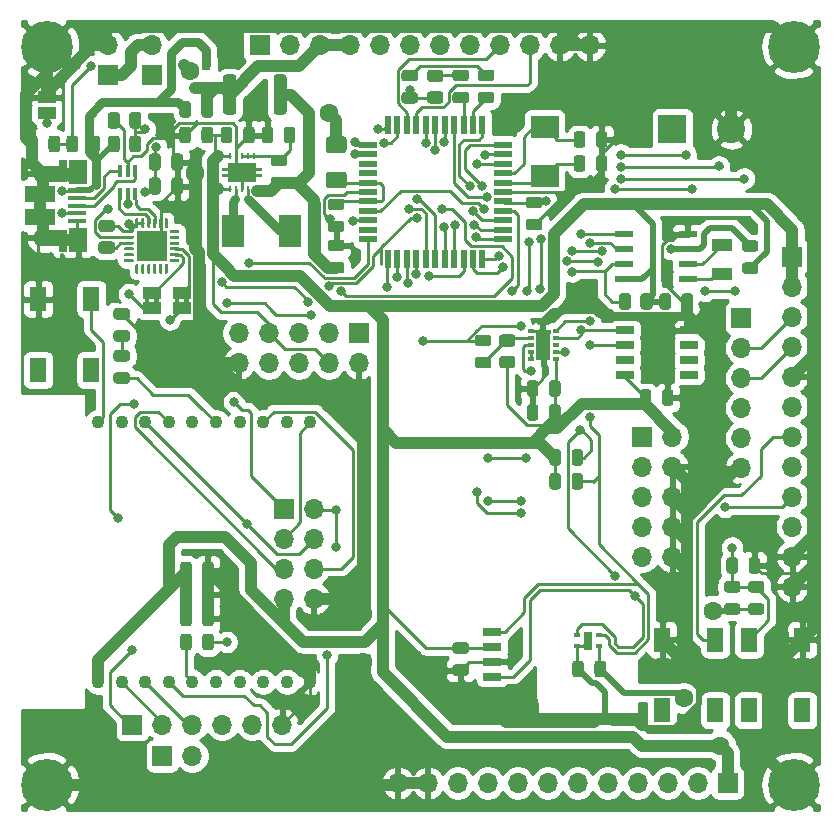
<source format=gtl>
G04 #@! TF.GenerationSoftware,KiCad,Pcbnew,(5.1.9)-1*
G04 #@! TF.CreationDate,2021-11-21T12:25:59+01:00*
G04 #@! TF.ProjectId,SmartSensor,536d6172-7453-4656-9e73-6f722e6b6963,1.3*
G04 #@! TF.SameCoordinates,Original*
G04 #@! TF.FileFunction,Copper,L1,Top*
G04 #@! TF.FilePolarity,Positive*
%FSLAX46Y46*%
G04 Gerber Fmt 4.6, Leading zero omitted, Abs format (unit mm)*
G04 Created by KiCad (PCBNEW (5.1.9)-1) date 2021-11-21 12:26:00*
%MOMM*%
%LPD*%
G01*
G04 APERTURE LIST*
G04 #@! TA.AperFunction,EtchedComponent*
%ADD10C,0.100000*%
G04 #@! TD*
G04 #@! TA.AperFunction,SMDPad,CuDef*
%ADD11R,1.500000X0.550000*%
G04 #@! TD*
G04 #@! TA.AperFunction,SMDPad,CuDef*
%ADD12R,0.550000X1.500000*%
G04 #@! TD*
G04 #@! TA.AperFunction,SMDPad,CuDef*
%ADD13R,0.400000X1.050000*%
G04 #@! TD*
G04 #@! TA.AperFunction,ComponentPad*
%ADD14R,2.400000X2.400000*%
G04 #@! TD*
G04 #@! TA.AperFunction,ComponentPad*
%ADD15C,2.400000*%
G04 #@! TD*
G04 #@! TA.AperFunction,SMDPad,CuDef*
%ADD16R,0.700000X1.600000*%
G04 #@! TD*
G04 #@! TA.AperFunction,SMDPad,CuDef*
%ADD17R,0.600000X0.400000*%
G04 #@! TD*
G04 #@! TA.AperFunction,SMDPad,CuDef*
%ADD18R,2.000000X1.350000*%
G04 #@! TD*
G04 #@! TA.AperFunction,SMDPad,CuDef*
%ADD19R,0.700000X1.825000*%
G04 #@! TD*
G04 #@! TA.AperFunction,SMDPad,CuDef*
%ADD20R,1.500000X2.000000*%
G04 #@! TD*
G04 #@! TA.AperFunction,SMDPad,CuDef*
%ADD21R,1.650000X0.400000*%
G04 #@! TD*
G04 #@! TA.AperFunction,ComponentPad*
%ADD22O,1.500000X1.100000*%
G04 #@! TD*
G04 #@! TA.AperFunction,ComponentPad*
%ADD23O,1.700000X1.350000*%
G04 #@! TD*
G04 #@! TA.AperFunction,SMDPad,CuDef*
%ADD24R,2.500000X1.430000*%
G04 #@! TD*
G04 #@! TA.AperFunction,ComponentPad*
%ADD25R,1.700000X1.700000*%
G04 #@! TD*
G04 #@! TA.AperFunction,ComponentPad*
%ADD26O,1.700000X1.700000*%
G04 #@! TD*
G04 #@! TA.AperFunction,SMDPad,CuDef*
%ADD27R,1.903000X2.790000*%
G04 #@! TD*
G04 #@! TA.AperFunction,SMDPad,CuDef*
%ADD28R,0.800000X0.900000*%
G04 #@! TD*
G04 #@! TA.AperFunction,SMDPad,CuDef*
%ADD29R,0.240000X0.600000*%
G04 #@! TD*
G04 #@! TA.AperFunction,SMDPad,CuDef*
%ADD30C,0.100000*%
G04 #@! TD*
G04 #@! TA.AperFunction,ComponentPad*
%ADD31C,0.500000*%
G04 #@! TD*
G04 #@! TA.AperFunction,SMDPad,CuDef*
%ADD32R,1.000000X0.300000*%
G04 #@! TD*
G04 #@! TA.AperFunction,SMDPad,CuDef*
%ADD33R,1.300000X2.200000*%
G04 #@! TD*
G04 #@! TA.AperFunction,SMDPad,CuDef*
%ADD34R,1.550000X0.600000*%
G04 #@! TD*
G04 #@! TA.AperFunction,SMDPad,CuDef*
%ADD35R,1.800000X1.000000*%
G04 #@! TD*
G04 #@! TA.AperFunction,ComponentPad*
%ADD36C,1.100000*%
G04 #@! TD*
G04 #@! TA.AperFunction,SMDPad,CuDef*
%ADD37R,1.500000X0.650000*%
G04 #@! TD*
G04 #@! TA.AperFunction,SMDPad,CuDef*
%ADD38R,2.400000X1.900000*%
G04 #@! TD*
G04 #@! TA.AperFunction,ComponentPad*
%ADD39C,4.400000*%
G04 #@! TD*
G04 #@! TA.AperFunction,ComponentPad*
%ADD40C,0.700000*%
G04 #@! TD*
G04 #@! TA.AperFunction,SMDPad,CuDef*
%ADD41R,1.600000X0.700000*%
G04 #@! TD*
G04 #@! TA.AperFunction,SMDPad,CuDef*
%ADD42R,1.400000X2.100000*%
G04 #@! TD*
G04 #@! TA.AperFunction,SMDPad,CuDef*
%ADD43R,1.500000X1.000000*%
G04 #@! TD*
G04 #@! TA.AperFunction,SMDPad,CuDef*
%ADD44R,2.600000X2.600000*%
G04 #@! TD*
G04 #@! TA.AperFunction,ViaPad*
%ADD45C,0.800000*%
G04 #@! TD*
G04 #@! TA.AperFunction,ViaPad*
%ADD46C,1.600000*%
G04 #@! TD*
G04 #@! TA.AperFunction,Conductor*
%ADD47C,1.000000*%
G04 #@! TD*
G04 #@! TA.AperFunction,Conductor*
%ADD48C,0.250000*%
G04 #@! TD*
G04 #@! TA.AperFunction,Conductor*
%ADD49C,0.500000*%
G04 #@! TD*
G04 #@! TA.AperFunction,Conductor*
%ADD50C,0.750000*%
G04 #@! TD*
G04 #@! TA.AperFunction,Conductor*
%ADD51C,0.254000*%
G04 #@! TD*
G04 #@! TA.AperFunction,Conductor*
%ADD52C,0.100000*%
G04 #@! TD*
G04 APERTURE END LIST*
D10*
G36*
X174933000Y-102635000D02*
G01*
X174933000Y-103135000D01*
X174533000Y-103135000D01*
X174533000Y-102635000D01*
X174933000Y-102635000D01*
G37*
G36*
X175733000Y-102635000D02*
G01*
X175733000Y-103135000D01*
X175333000Y-103135000D01*
X175333000Y-102635000D01*
X175733000Y-102635000D01*
G37*
G36*
X178273000Y-102635000D02*
G01*
X178273000Y-103135000D01*
X177873000Y-103135000D01*
X177873000Y-102635000D01*
X178273000Y-102635000D01*
G37*
G36*
X177473000Y-102635000D02*
G01*
X177473000Y-103135000D01*
X177073000Y-103135000D01*
X177073000Y-102635000D01*
X177473000Y-102635000D01*
G37*
D11*
X204836000Y-97726000D03*
X204836000Y-96926000D03*
X204836000Y-96126000D03*
X204836000Y-95326000D03*
X204836000Y-94526000D03*
X204836000Y-93726000D03*
X204836000Y-92926000D03*
X204836000Y-92126000D03*
X204836000Y-91326000D03*
X204836000Y-90526000D03*
X204836000Y-89726000D03*
D12*
X203136000Y-88026000D03*
X202336000Y-88026000D03*
X201536000Y-88026000D03*
X200736000Y-88026000D03*
X199936000Y-88026000D03*
X199136000Y-88026000D03*
X198336000Y-88026000D03*
X197536000Y-88026000D03*
X196736000Y-88026000D03*
X195936000Y-88026000D03*
X195136000Y-88026000D03*
D11*
X193436000Y-89726000D03*
X193436000Y-90526000D03*
X193436000Y-91326000D03*
X193436000Y-92126000D03*
X193436000Y-92926000D03*
X193436000Y-93726000D03*
X193436000Y-94526000D03*
X193436000Y-95326000D03*
X193436000Y-96126000D03*
X193436000Y-96926000D03*
X193436000Y-97726000D03*
D12*
X195136000Y-99426000D03*
X195936000Y-99426000D03*
X196736000Y-99426000D03*
X197536000Y-99426000D03*
X198336000Y-99426000D03*
X199136000Y-99426000D03*
X199936000Y-99426000D03*
X200736000Y-99426000D03*
X201536000Y-99426000D03*
X202336000Y-99426000D03*
X203136000Y-99426000D03*
D13*
X173736000Y-91953000D03*
X173086000Y-91953000D03*
X172436000Y-91953000D03*
X172436000Y-93853000D03*
X173086000Y-93853000D03*
X173736000Y-93853000D03*
G04 #@! TA.AperFunction,SMDPad,CuDef*
G36*
G01*
X226770250Y-127644500D02*
X225857750Y-127644500D01*
G75*
G02*
X225614000Y-127400750I0J243750D01*
G01*
X225614000Y-126913250D01*
G75*
G02*
X225857750Y-126669500I243750J0D01*
G01*
X226770250Y-126669500D01*
G75*
G02*
X227014000Y-126913250I0J-243750D01*
G01*
X227014000Y-127400750D01*
G75*
G02*
X226770250Y-127644500I-243750J0D01*
G01*
G37*
G04 #@! TD.AperFunction*
G04 #@! TA.AperFunction,SMDPad,CuDef*
G36*
G01*
X226770250Y-129519500D02*
X225857750Y-129519500D01*
G75*
G02*
X225614000Y-129275750I0J243750D01*
G01*
X225614000Y-128788250D01*
G75*
G02*
X225857750Y-128544500I243750J0D01*
G01*
X226770250Y-128544500D01*
G75*
G02*
X227014000Y-128788250I0J-243750D01*
G01*
X227014000Y-129275750D01*
G75*
G02*
X226770250Y-129519500I-243750J0D01*
G01*
G37*
G04 #@! TD.AperFunction*
G04 #@! TA.AperFunction,SMDPad,CuDef*
G36*
G01*
X191210250Y-100612000D02*
X190297750Y-100612000D01*
G75*
G02*
X190054000Y-100368250I0J243750D01*
G01*
X190054000Y-99880750D01*
G75*
G02*
X190297750Y-99637000I243750J0D01*
G01*
X191210250Y-99637000D01*
G75*
G02*
X191454000Y-99880750I0J-243750D01*
G01*
X191454000Y-100368250D01*
G75*
G02*
X191210250Y-100612000I-243750J0D01*
G01*
G37*
G04 #@! TD.AperFunction*
G04 #@! TA.AperFunction,SMDPad,CuDef*
G36*
G01*
X191210250Y-98737000D02*
X190297750Y-98737000D01*
G75*
G02*
X190054000Y-98493250I0J243750D01*
G01*
X190054000Y-98005750D01*
G75*
G02*
X190297750Y-97762000I243750J0D01*
G01*
X191210250Y-97762000D01*
G75*
G02*
X191454000Y-98005750I0J-243750D01*
G01*
X191454000Y-98493250D01*
G75*
G02*
X191210250Y-98737000I-243750J0D01*
G01*
G37*
G04 #@! TD.AperFunction*
G04 #@! TA.AperFunction,SMDPad,CuDef*
G36*
G01*
X187304500Y-88443750D02*
X187304500Y-89356250D01*
G75*
G02*
X187060750Y-89600000I-243750J0D01*
G01*
X186573250Y-89600000D01*
G75*
G02*
X186329500Y-89356250I0J243750D01*
G01*
X186329500Y-88443750D01*
G75*
G02*
X186573250Y-88200000I243750J0D01*
G01*
X187060750Y-88200000D01*
G75*
G02*
X187304500Y-88443750I0J-243750D01*
G01*
G37*
G04 #@! TD.AperFunction*
G04 #@! TA.AperFunction,SMDPad,CuDef*
G36*
G01*
X185429500Y-88443750D02*
X185429500Y-89356250D01*
G75*
G02*
X185185750Y-89600000I-243750J0D01*
G01*
X184698250Y-89600000D01*
G75*
G02*
X184454500Y-89356250I0J243750D01*
G01*
X184454500Y-88443750D01*
G75*
G02*
X184698250Y-88200000I243750J0D01*
G01*
X185185750Y-88200000D01*
G75*
G02*
X185429500Y-88443750I0J-243750D01*
G01*
G37*
G04 #@! TD.AperFunction*
G04 #@! TA.AperFunction,SMDPad,CuDef*
G36*
G01*
X178444500Y-88443750D02*
X178444500Y-89356250D01*
G75*
G02*
X178200750Y-89600000I-243750J0D01*
G01*
X177713250Y-89600000D01*
G75*
G02*
X177469500Y-89356250I0J243750D01*
G01*
X177469500Y-88443750D01*
G75*
G02*
X177713250Y-88200000I243750J0D01*
G01*
X178200750Y-88200000D01*
G75*
G02*
X178444500Y-88443750I0J-243750D01*
G01*
G37*
G04 #@! TD.AperFunction*
G04 #@! TA.AperFunction,SMDPad,CuDef*
G36*
G01*
X180319500Y-88443750D02*
X180319500Y-89356250D01*
G75*
G02*
X180075750Y-89600000I-243750J0D01*
G01*
X179588250Y-89600000D01*
G75*
G02*
X179344500Y-89356250I0J243750D01*
G01*
X179344500Y-88443750D01*
G75*
G02*
X179588250Y-88200000I243750J0D01*
G01*
X180075750Y-88200000D01*
G75*
G02*
X180319500Y-88443750I0J-243750D01*
G01*
G37*
G04 #@! TD.AperFunction*
G04 #@! TA.AperFunction,SMDPad,CuDef*
G36*
G01*
X180995500Y-89356250D02*
X180995500Y-88443750D01*
G75*
G02*
X181239250Y-88200000I243750J0D01*
G01*
X181726750Y-88200000D01*
G75*
G02*
X181970500Y-88443750I0J-243750D01*
G01*
X181970500Y-89356250D01*
G75*
G02*
X181726750Y-89600000I-243750J0D01*
G01*
X181239250Y-89600000D01*
G75*
G02*
X180995500Y-89356250I0J243750D01*
G01*
G37*
G04 #@! TD.AperFunction*
G04 #@! TA.AperFunction,SMDPad,CuDef*
G36*
G01*
X182870500Y-89356250D02*
X182870500Y-88443750D01*
G75*
G02*
X183114250Y-88200000I243750J0D01*
G01*
X183601750Y-88200000D01*
G75*
G02*
X183845500Y-88443750I0J-243750D01*
G01*
X183845500Y-89356250D01*
G75*
G02*
X183601750Y-89600000I-243750J0D01*
G01*
X183114250Y-89600000D01*
G75*
G02*
X182870500Y-89356250I0J243750D01*
G01*
G37*
G04 #@! TD.AperFunction*
G04 #@! TA.AperFunction,SMDPad,CuDef*
G36*
G01*
X207878500Y-109906750D02*
X207878500Y-110819250D01*
G75*
G02*
X207634750Y-111063000I-243750J0D01*
G01*
X207147250Y-111063000D01*
G75*
G02*
X206903500Y-110819250I0J243750D01*
G01*
X206903500Y-109906750D01*
G75*
G02*
X207147250Y-109663000I243750J0D01*
G01*
X207634750Y-109663000D01*
G75*
G02*
X207878500Y-109906750I0J-243750D01*
G01*
G37*
G04 #@! TD.AperFunction*
G04 #@! TA.AperFunction,SMDPad,CuDef*
G36*
G01*
X209753500Y-109906750D02*
X209753500Y-110819250D01*
G75*
G02*
X209509750Y-111063000I-243750J0D01*
G01*
X209022250Y-111063000D01*
G75*
G02*
X208778500Y-110819250I0J243750D01*
G01*
X208778500Y-109906750D01*
G75*
G02*
X209022250Y-109663000I243750J0D01*
G01*
X209509750Y-109663000D01*
G75*
G02*
X209753500Y-109906750I0J-243750D01*
G01*
G37*
G04 #@! TD.AperFunction*
G04 #@! TA.AperFunction,SMDPad,CuDef*
G36*
G01*
X209753500Y-111938750D02*
X209753500Y-112851250D01*
G75*
G02*
X209509750Y-113095000I-243750J0D01*
G01*
X209022250Y-113095000D01*
G75*
G02*
X208778500Y-112851250I0J243750D01*
G01*
X208778500Y-111938750D01*
G75*
G02*
X209022250Y-111695000I243750J0D01*
G01*
X209509750Y-111695000D01*
G75*
G02*
X209753500Y-111938750I0J-243750D01*
G01*
G37*
G04 #@! TD.AperFunction*
G04 #@! TA.AperFunction,SMDPad,CuDef*
G36*
G01*
X207878500Y-111938750D02*
X207878500Y-112851250D01*
G75*
G02*
X207634750Y-113095000I-243750J0D01*
G01*
X207147250Y-113095000D01*
G75*
G02*
X206903500Y-112851250I0J243750D01*
G01*
X206903500Y-111938750D01*
G75*
G02*
X207147250Y-111695000I243750J0D01*
G01*
X207634750Y-111695000D01*
G75*
G02*
X207878500Y-111938750I0J-243750D01*
G01*
G37*
G04 #@! TD.AperFunction*
G04 #@! TA.AperFunction,SMDPad,CuDef*
G36*
G01*
X211718500Y-133655750D02*
X211718500Y-134568250D01*
G75*
G02*
X211474750Y-134812000I-243750J0D01*
G01*
X210987250Y-134812000D01*
G75*
G02*
X210743500Y-134568250I0J243750D01*
G01*
X210743500Y-133655750D01*
G75*
G02*
X210987250Y-133412000I243750J0D01*
G01*
X211474750Y-133412000D01*
G75*
G02*
X211718500Y-133655750I0J-243750D01*
G01*
G37*
G04 #@! TD.AperFunction*
G04 #@! TA.AperFunction,SMDPad,CuDef*
G36*
G01*
X213593500Y-133655750D02*
X213593500Y-134568250D01*
G75*
G02*
X213349750Y-134812000I-243750J0D01*
G01*
X212862250Y-134812000D01*
G75*
G02*
X212618500Y-134568250I0J243750D01*
G01*
X212618500Y-133655750D01*
G75*
G02*
X212862250Y-133412000I243750J0D01*
G01*
X213349750Y-133412000D01*
G75*
G02*
X213593500Y-133655750I0J-243750D01*
G01*
G37*
G04 #@! TD.AperFunction*
G04 #@! TA.AperFunction,SMDPad,CuDef*
G36*
G01*
X200838750Y-133721500D02*
X201751250Y-133721500D01*
G75*
G02*
X201995000Y-133965250I0J-243750D01*
G01*
X201995000Y-134452750D01*
G75*
G02*
X201751250Y-134696500I-243750J0D01*
G01*
X200838750Y-134696500D01*
G75*
G02*
X200595000Y-134452750I0J243750D01*
G01*
X200595000Y-133965250D01*
G75*
G02*
X200838750Y-133721500I243750J0D01*
G01*
G37*
G04 #@! TD.AperFunction*
G04 #@! TA.AperFunction,SMDPad,CuDef*
G36*
G01*
X200838750Y-131846500D02*
X201751250Y-131846500D01*
G75*
G02*
X201995000Y-132090250I0J-243750D01*
G01*
X201995000Y-132577750D01*
G75*
G02*
X201751250Y-132821500I-243750J0D01*
G01*
X200838750Y-132821500D01*
G75*
G02*
X200595000Y-132577750I0J243750D01*
G01*
X200595000Y-132090250D01*
G75*
G02*
X200838750Y-131846500I243750J0D01*
G01*
G37*
G04 #@! TD.AperFunction*
G04 #@! TA.AperFunction,SMDPad,CuDef*
G36*
G01*
X212745500Y-89737250D02*
X212745500Y-88824750D01*
G75*
G02*
X212989250Y-88581000I243750J0D01*
G01*
X213476750Y-88581000D01*
G75*
G02*
X213720500Y-88824750I0J-243750D01*
G01*
X213720500Y-89737250D01*
G75*
G02*
X213476750Y-89981000I-243750J0D01*
G01*
X212989250Y-89981000D01*
G75*
G02*
X212745500Y-89737250I0J243750D01*
G01*
G37*
G04 #@! TD.AperFunction*
G04 #@! TA.AperFunction,SMDPad,CuDef*
G36*
G01*
X210870500Y-89737250D02*
X210870500Y-88824750D01*
G75*
G02*
X211114250Y-88581000I243750J0D01*
G01*
X211601750Y-88581000D01*
G75*
G02*
X211845500Y-88824750I0J-243750D01*
G01*
X211845500Y-89737250D01*
G75*
G02*
X211601750Y-89981000I-243750J0D01*
G01*
X211114250Y-89981000D01*
G75*
G02*
X210870500Y-89737250I0J243750D01*
G01*
G37*
G04 #@! TD.AperFunction*
G04 #@! TA.AperFunction,SMDPad,CuDef*
G36*
G01*
X223794500Y-125805250D02*
X223794500Y-124892750D01*
G75*
G02*
X224038250Y-124649000I243750J0D01*
G01*
X224525750Y-124649000D01*
G75*
G02*
X224769500Y-124892750I0J-243750D01*
G01*
X224769500Y-125805250D01*
G75*
G02*
X224525750Y-126049000I-243750J0D01*
G01*
X224038250Y-126049000D01*
G75*
G02*
X223794500Y-125805250I0J243750D01*
G01*
G37*
G04 #@! TD.AperFunction*
G04 #@! TA.AperFunction,SMDPad,CuDef*
G36*
G01*
X225669500Y-125805250D02*
X225669500Y-124892750D01*
G75*
G02*
X225913250Y-124649000I243750J0D01*
G01*
X226400750Y-124649000D01*
G75*
G02*
X226644500Y-124892750I0J-243750D01*
G01*
X226644500Y-125805250D01*
G75*
G02*
X226400750Y-126049000I-243750J0D01*
G01*
X225913250Y-126049000D01*
G75*
G02*
X225669500Y-125805250I0J243750D01*
G01*
G37*
G04 #@! TD.AperFunction*
G04 #@! TA.AperFunction,SMDPad,CuDef*
G36*
G01*
X210870500Y-91769250D02*
X210870500Y-90856750D01*
G75*
G02*
X211114250Y-90613000I243750J0D01*
G01*
X211601750Y-90613000D01*
G75*
G02*
X211845500Y-90856750I0J-243750D01*
G01*
X211845500Y-91769250D01*
G75*
G02*
X211601750Y-92013000I-243750J0D01*
G01*
X211114250Y-92013000D01*
G75*
G02*
X210870500Y-91769250I0J243750D01*
G01*
G37*
G04 #@! TD.AperFunction*
G04 #@! TA.AperFunction,SMDPad,CuDef*
G36*
G01*
X212745500Y-91769250D02*
X212745500Y-90856750D01*
G75*
G02*
X212989250Y-90613000I243750J0D01*
G01*
X213476750Y-90613000D01*
G75*
G02*
X213720500Y-90856750I0J-243750D01*
G01*
X213720500Y-91769250D01*
G75*
G02*
X213476750Y-92013000I-243750J0D01*
G01*
X212989250Y-92013000D01*
G75*
G02*
X212745500Y-91769250I0J243750D01*
G01*
G37*
G04 #@! TD.AperFunction*
G04 #@! TA.AperFunction,SMDPad,CuDef*
G36*
G01*
X207061750Y-94127500D02*
X207974250Y-94127500D01*
G75*
G02*
X208218000Y-94371250I0J-243750D01*
G01*
X208218000Y-94858750D01*
G75*
G02*
X207974250Y-95102500I-243750J0D01*
G01*
X207061750Y-95102500D01*
G75*
G02*
X206818000Y-94858750I0J243750D01*
G01*
X206818000Y-94371250D01*
G75*
G02*
X207061750Y-94127500I243750J0D01*
G01*
G37*
G04 #@! TD.AperFunction*
G04 #@! TA.AperFunction,SMDPad,CuDef*
G36*
G01*
X207061750Y-96002500D02*
X207974250Y-96002500D01*
G75*
G02*
X208218000Y-96246250I0J-243750D01*
G01*
X208218000Y-96733750D01*
G75*
G02*
X207974250Y-96977500I-243750J0D01*
G01*
X207061750Y-96977500D01*
G75*
G02*
X206818000Y-96733750I0J243750D01*
G01*
X206818000Y-96246250D01*
G75*
G02*
X207061750Y-96002500I243750J0D01*
G01*
G37*
G04 #@! TD.AperFunction*
G04 #@! TA.AperFunction,SMDPad,CuDef*
G36*
G01*
X190297750Y-96159500D02*
X191210250Y-96159500D01*
G75*
G02*
X191454000Y-96403250I0J-243750D01*
G01*
X191454000Y-96890750D01*
G75*
G02*
X191210250Y-97134500I-243750J0D01*
G01*
X190297750Y-97134500D01*
G75*
G02*
X190054000Y-96890750I0J243750D01*
G01*
X190054000Y-96403250D01*
G75*
G02*
X190297750Y-96159500I243750J0D01*
G01*
G37*
G04 #@! TD.AperFunction*
G04 #@! TA.AperFunction,SMDPad,CuDef*
G36*
G01*
X190297750Y-94284500D02*
X191210250Y-94284500D01*
G75*
G02*
X191454000Y-94528250I0J-243750D01*
G01*
X191454000Y-95015750D01*
G75*
G02*
X191210250Y-95259500I-243750J0D01*
G01*
X190297750Y-95259500D01*
G75*
G02*
X190054000Y-95015750I0J243750D01*
G01*
X190054000Y-94528250D01*
G75*
G02*
X190297750Y-94284500I243750J0D01*
G01*
G37*
G04 #@! TD.AperFunction*
G04 #@! TA.AperFunction,SMDPad,CuDef*
G36*
G01*
X219984500Y-103453250D02*
X219984500Y-102540750D01*
G75*
G02*
X220228250Y-102297000I243750J0D01*
G01*
X220715750Y-102297000D01*
G75*
G02*
X220959500Y-102540750I0J-243750D01*
G01*
X220959500Y-103453250D01*
G75*
G02*
X220715750Y-103697000I-243750J0D01*
G01*
X220228250Y-103697000D01*
G75*
G02*
X219984500Y-103453250I0J243750D01*
G01*
G37*
G04 #@! TD.AperFunction*
G04 #@! TA.AperFunction,SMDPad,CuDef*
G36*
G01*
X218109500Y-103453250D02*
X218109500Y-102540750D01*
G75*
G02*
X218353250Y-102297000I243750J0D01*
G01*
X218840750Y-102297000D01*
G75*
G02*
X219084500Y-102540750I0J-243750D01*
G01*
X219084500Y-103453250D01*
G75*
G02*
X218840750Y-103697000I-243750J0D01*
G01*
X218353250Y-103697000D01*
G75*
G02*
X218109500Y-103453250I0J243750D01*
G01*
G37*
G04 #@! TD.AperFunction*
G04 #@! TA.AperFunction,SMDPad,CuDef*
G36*
G01*
X179408000Y-130250250D02*
X179408000Y-129337750D01*
G75*
G02*
X179651750Y-129094000I243750J0D01*
G01*
X180139250Y-129094000D01*
G75*
G02*
X180383000Y-129337750I0J-243750D01*
G01*
X180383000Y-130250250D01*
G75*
G02*
X180139250Y-130494000I-243750J0D01*
G01*
X179651750Y-130494000D01*
G75*
G02*
X179408000Y-130250250I0J243750D01*
G01*
G37*
G04 #@! TD.AperFunction*
G04 #@! TA.AperFunction,SMDPad,CuDef*
G36*
G01*
X177533000Y-130250250D02*
X177533000Y-129337750D01*
G75*
G02*
X177776750Y-129094000I243750J0D01*
G01*
X178264250Y-129094000D01*
G75*
G02*
X178508000Y-129337750I0J-243750D01*
G01*
X178508000Y-130250250D01*
G75*
G02*
X178264250Y-130494000I-243750J0D01*
G01*
X177776750Y-130494000D01*
G75*
G02*
X177533000Y-130250250I0J243750D01*
G01*
G37*
G04 #@! TD.AperFunction*
G04 #@! TA.AperFunction,SMDPad,CuDef*
G36*
G01*
X177533000Y-128218250D02*
X177533000Y-127305750D01*
G75*
G02*
X177776750Y-127062000I243750J0D01*
G01*
X178264250Y-127062000D01*
G75*
G02*
X178508000Y-127305750I0J-243750D01*
G01*
X178508000Y-128218250D01*
G75*
G02*
X178264250Y-128462000I-243750J0D01*
G01*
X177776750Y-128462000D01*
G75*
G02*
X177533000Y-128218250I0J243750D01*
G01*
G37*
G04 #@! TD.AperFunction*
G04 #@! TA.AperFunction,SMDPad,CuDef*
G36*
G01*
X179408000Y-128218250D02*
X179408000Y-127305750D01*
G75*
G02*
X179651750Y-127062000I243750J0D01*
G01*
X180139250Y-127062000D01*
G75*
G02*
X180383000Y-127305750I0J-243750D01*
G01*
X180383000Y-128218250D01*
G75*
G02*
X180139250Y-128462000I-243750J0D01*
G01*
X179651750Y-128462000D01*
G75*
G02*
X179408000Y-128218250I0J243750D01*
G01*
G37*
G04 #@! TD.AperFunction*
G04 #@! TA.AperFunction,SMDPad,CuDef*
G36*
G01*
X177533000Y-126186250D02*
X177533000Y-125273750D01*
G75*
G02*
X177776750Y-125030000I243750J0D01*
G01*
X178264250Y-125030000D01*
G75*
G02*
X178508000Y-125273750I0J-243750D01*
G01*
X178508000Y-126186250D01*
G75*
G02*
X178264250Y-126430000I-243750J0D01*
G01*
X177776750Y-126430000D01*
G75*
G02*
X177533000Y-126186250I0J243750D01*
G01*
G37*
G04 #@! TD.AperFunction*
G04 #@! TA.AperFunction,SMDPad,CuDef*
G36*
G01*
X179408000Y-126186250D02*
X179408000Y-125273750D01*
G75*
G02*
X179651750Y-125030000I243750J0D01*
G01*
X180139250Y-125030000D01*
G75*
G02*
X180383000Y-125273750I0J-243750D01*
G01*
X180383000Y-126186250D01*
G75*
G02*
X180139250Y-126430000I-243750J0D01*
G01*
X179651750Y-126430000D01*
G75*
G02*
X179408000Y-126186250I0J243750D01*
G01*
G37*
G04 #@! TD.AperFunction*
D14*
X219202000Y-88392000D03*
D15*
X224202000Y-88392000D03*
G04 #@! TA.AperFunction,SMDPad,CuDef*
G36*
G01*
X178444500Y-86284750D02*
X178444500Y-87197250D01*
G75*
G02*
X178200750Y-87441000I-243750J0D01*
G01*
X177713250Y-87441000D01*
G75*
G02*
X177469500Y-87197250I0J243750D01*
G01*
X177469500Y-86284750D01*
G75*
G02*
X177713250Y-86041000I243750J0D01*
G01*
X178200750Y-86041000D01*
G75*
G02*
X178444500Y-86284750I0J-243750D01*
G01*
G37*
G04 #@! TD.AperFunction*
G04 #@! TA.AperFunction,SMDPad,CuDef*
G36*
G01*
X180319500Y-86284750D02*
X180319500Y-87197250D01*
G75*
G02*
X180075750Y-87441000I-243750J0D01*
G01*
X179588250Y-87441000D01*
G75*
G02*
X179344500Y-87197250I0J243750D01*
G01*
X179344500Y-86284750D01*
G75*
G02*
X179588250Y-86041000I243750J0D01*
G01*
X180075750Y-86041000D01*
G75*
G02*
X180319500Y-86284750I0J-243750D01*
G01*
G37*
G04 #@! TD.AperFunction*
G04 #@! TA.AperFunction,SMDPad,CuDef*
G36*
G01*
X224738250Y-129519500D02*
X223825750Y-129519500D01*
G75*
G02*
X223582000Y-129275750I0J243750D01*
G01*
X223582000Y-128788250D01*
G75*
G02*
X223825750Y-128544500I243750J0D01*
G01*
X224738250Y-128544500D01*
G75*
G02*
X224982000Y-128788250I0J-243750D01*
G01*
X224982000Y-129275750D01*
G75*
G02*
X224738250Y-129519500I-243750J0D01*
G01*
G37*
G04 #@! TD.AperFunction*
G04 #@! TA.AperFunction,SMDPad,CuDef*
G36*
G01*
X224738250Y-127644500D02*
X223825750Y-127644500D01*
G75*
G02*
X223582000Y-127400750I0J243750D01*
G01*
X223582000Y-126913250D01*
G75*
G02*
X223825750Y-126669500I243750J0D01*
G01*
X224738250Y-126669500D01*
G75*
G02*
X224982000Y-126913250I0J-243750D01*
G01*
X224982000Y-127400750D01*
G75*
G02*
X224738250Y-127644500I-243750J0D01*
G01*
G37*
G04 #@! TD.AperFunction*
G04 #@! TA.AperFunction,SMDPad,CuDef*
G36*
G01*
X203910250Y-84337500D02*
X202997750Y-84337500D01*
G75*
G02*
X202754000Y-84093750I0J243750D01*
G01*
X202754000Y-83606250D01*
G75*
G02*
X202997750Y-83362500I243750J0D01*
G01*
X203910250Y-83362500D01*
G75*
G02*
X204154000Y-83606250I0J-243750D01*
G01*
X204154000Y-84093750D01*
G75*
G02*
X203910250Y-84337500I-243750J0D01*
G01*
G37*
G04 #@! TD.AperFunction*
G04 #@! TA.AperFunction,SMDPad,CuDef*
G36*
G01*
X203910250Y-86212500D02*
X202997750Y-86212500D01*
G75*
G02*
X202754000Y-85968750I0J243750D01*
G01*
X202754000Y-85481250D01*
G75*
G02*
X202997750Y-85237500I243750J0D01*
G01*
X203910250Y-85237500D01*
G75*
G02*
X204154000Y-85481250I0J-243750D01*
G01*
X204154000Y-85968750D01*
G75*
G02*
X203910250Y-86212500I-243750J0D01*
G01*
G37*
G04 #@! TD.AperFunction*
G04 #@! TA.AperFunction,SMDPad,CuDef*
G36*
G01*
X172136750Y-103555500D02*
X173049250Y-103555500D01*
G75*
G02*
X173293000Y-103799250I0J-243750D01*
G01*
X173293000Y-104286750D01*
G75*
G02*
X173049250Y-104530500I-243750J0D01*
G01*
X172136750Y-104530500D01*
G75*
G02*
X171893000Y-104286750I0J243750D01*
G01*
X171893000Y-103799250D01*
G75*
G02*
X172136750Y-103555500I243750J0D01*
G01*
G37*
G04 #@! TD.AperFunction*
G04 #@! TA.AperFunction,SMDPad,CuDef*
G36*
G01*
X172136750Y-105430500D02*
X173049250Y-105430500D01*
G75*
G02*
X173293000Y-105674250I0J-243750D01*
G01*
X173293000Y-106161750D01*
G75*
G02*
X173049250Y-106405500I-243750J0D01*
G01*
X172136750Y-106405500D01*
G75*
G02*
X171893000Y-106161750I0J243750D01*
G01*
X171893000Y-105674250D01*
G75*
G02*
X172136750Y-105430500I243750J0D01*
G01*
G37*
G04 #@! TD.AperFunction*
G04 #@! TA.AperFunction,SMDPad,CuDef*
G36*
G01*
X225349750Y-97810500D02*
X226262250Y-97810500D01*
G75*
G02*
X226506000Y-98054250I0J-243750D01*
G01*
X226506000Y-98541750D01*
G75*
G02*
X226262250Y-98785500I-243750J0D01*
G01*
X225349750Y-98785500D01*
G75*
G02*
X225106000Y-98541750I0J243750D01*
G01*
X225106000Y-98054250D01*
G75*
G02*
X225349750Y-97810500I243750J0D01*
G01*
G37*
G04 #@! TD.AperFunction*
G04 #@! TA.AperFunction,SMDPad,CuDef*
G36*
G01*
X225349750Y-99685500D02*
X226262250Y-99685500D01*
G75*
G02*
X226506000Y-99929250I0J-243750D01*
G01*
X226506000Y-100416750D01*
G75*
G02*
X226262250Y-100660500I-243750J0D01*
G01*
X225349750Y-100660500D01*
G75*
G02*
X225106000Y-100416750I0J243750D01*
G01*
X225106000Y-99929250D01*
G75*
G02*
X225349750Y-99685500I243750J0D01*
G01*
G37*
G04 #@! TD.AperFunction*
G04 #@! TA.AperFunction,SMDPad,CuDef*
G36*
G01*
X186574500Y-84020997D02*
X186574500Y-86921003D01*
G75*
G02*
X186324503Y-87171000I-249997J0D01*
G01*
X185699497Y-87171000D01*
G75*
G02*
X185449500Y-86921003I0J249997D01*
G01*
X185449500Y-84020997D01*
G75*
G02*
X185699497Y-83771000I249997J0D01*
G01*
X186324503Y-83771000D01*
G75*
G02*
X186574500Y-84020997I0J-249997D01*
G01*
G37*
G04 #@! TD.AperFunction*
G04 #@! TA.AperFunction,SMDPad,CuDef*
G36*
G01*
X182299500Y-84020997D02*
X182299500Y-86921003D01*
G75*
G02*
X182049503Y-87171000I-249997J0D01*
G01*
X181424497Y-87171000D01*
G75*
G02*
X181174500Y-86921003I0J249997D01*
G01*
X181174500Y-84020997D01*
G75*
G02*
X181424497Y-83771000I249997J0D01*
G01*
X182049503Y-83771000D01*
G75*
G02*
X182299500Y-84020997I0J-249997D01*
G01*
G37*
G04 #@! TD.AperFunction*
D16*
X212090000Y-131699000D03*
D17*
X211140000Y-132174000D03*
X213040000Y-131224000D03*
X213040000Y-132174000D03*
X211140000Y-131224000D03*
D18*
X166840000Y-97640000D03*
X166840000Y-92160000D03*
D19*
X167590000Y-91940000D03*
X167590000Y-97890000D03*
D20*
X168890000Y-92040000D03*
X168910000Y-97790000D03*
D21*
X168790000Y-93590000D03*
X168790000Y-94240000D03*
X168790000Y-94890000D03*
X168790000Y-95540000D03*
X168790000Y-96190000D03*
D22*
X168910000Y-92470000D03*
X168910000Y-97310000D03*
D23*
X165910000Y-92160000D03*
X165910000Y-97620000D03*
D24*
X165640000Y-93930000D03*
X165640000Y-95850000D03*
D25*
X175133000Y-83820000D03*
D26*
X175133000Y-81280000D03*
X171450000Y-81280000D03*
D25*
X171450000Y-83820000D03*
D26*
X225044000Y-117094000D03*
X225044000Y-114554000D03*
X225044000Y-112014000D03*
X225044000Y-109474000D03*
X225044000Y-106934000D03*
D25*
X225044000Y-104394000D03*
X192659000Y-105664000D03*
D26*
X192659000Y-108204000D03*
X190119000Y-105664000D03*
X190119000Y-108204000D03*
X187579000Y-105664000D03*
X187579000Y-108204000D03*
X185039000Y-105664000D03*
X185039000Y-108204000D03*
X182499000Y-105664000D03*
X182499000Y-108204000D03*
X219202000Y-124587000D03*
X216662000Y-124587000D03*
X219202000Y-122047000D03*
X216662000Y-122047000D03*
X219202000Y-119507000D03*
X216662000Y-119507000D03*
X219202000Y-116967000D03*
X216662000Y-116967000D03*
X219202000Y-114427000D03*
D25*
X216662000Y-114427000D03*
X176022000Y-141478000D03*
D26*
X178562000Y-141478000D03*
D25*
X173482000Y-138811000D03*
D26*
X176022000Y-138811000D03*
X178562000Y-138811000D03*
X181102000Y-138811000D03*
X183642000Y-138811000D03*
X186182000Y-138811000D03*
D25*
X186309000Y-120523000D03*
D26*
X188849000Y-120523000D03*
X186309000Y-123063000D03*
X188849000Y-123063000D03*
X186309000Y-125603000D03*
X188849000Y-125603000D03*
X186309000Y-128143000D03*
X188849000Y-128143000D03*
X212217000Y-81280000D03*
X209677000Y-81280000D03*
X207137000Y-81280000D03*
X204597000Y-81280000D03*
X202057000Y-81280000D03*
X199517000Y-81280000D03*
X196977000Y-81280000D03*
X194437000Y-81280000D03*
X191897000Y-81280000D03*
X189357000Y-81280000D03*
X186817000Y-81280000D03*
D25*
X184277000Y-81280000D03*
X229362000Y-99187000D03*
D26*
X229362000Y-101727000D03*
X229362000Y-104267000D03*
X229362000Y-106807000D03*
X229362000Y-109347000D03*
X229362000Y-111887000D03*
X229362000Y-114427000D03*
X229362000Y-116967000D03*
X229362000Y-119507000D03*
X229362000Y-122047000D03*
X229362000Y-124587000D03*
X229362000Y-127127000D03*
D25*
X223901000Y-143764000D03*
D26*
X221361000Y-143764000D03*
X218821000Y-143764000D03*
X216281000Y-143764000D03*
X213741000Y-143764000D03*
X211201000Y-143764000D03*
X208661000Y-143764000D03*
X206121000Y-143764000D03*
X203581000Y-143764000D03*
X201041000Y-143764000D03*
X198501000Y-143764000D03*
X195961000Y-143764000D03*
D27*
X186844000Y-97028000D03*
X181991000Y-97028000D03*
G04 #@! TA.AperFunction,SMDPad,CuDef*
G36*
G01*
X190129000Y-89022500D02*
X191379000Y-89022500D01*
G75*
G02*
X191629000Y-89272500I0J-250000D01*
G01*
X191629000Y-90197500D01*
G75*
G02*
X191379000Y-90447500I-250000J0D01*
G01*
X190129000Y-90447500D01*
G75*
G02*
X189879000Y-90197500I0J250000D01*
G01*
X189879000Y-89272500D01*
G75*
G02*
X190129000Y-89022500I250000J0D01*
G01*
G37*
G04 #@! TD.AperFunction*
G04 #@! TA.AperFunction,SMDPad,CuDef*
G36*
G01*
X190129000Y-91997500D02*
X191379000Y-91997500D01*
G75*
G02*
X191629000Y-92247500I0J-250000D01*
G01*
X191629000Y-93172500D01*
G75*
G02*
X191379000Y-93422500I-250000J0D01*
G01*
X190129000Y-93422500D01*
G75*
G02*
X189879000Y-93172500I0J250000D01*
G01*
X189879000Y-92247500D01*
G75*
G02*
X190129000Y-91997500I250000J0D01*
G01*
G37*
G04 #@! TD.AperFunction*
D28*
X178816000Y-84947000D03*
X177866000Y-82947000D03*
X179766000Y-82947000D03*
G04 #@! TA.AperFunction,SMDPad,CuDef*
G36*
G01*
X169789500Y-90118250D02*
X169789500Y-89205750D01*
G75*
G02*
X170033250Y-88962000I243750J0D01*
G01*
X170520750Y-88962000D01*
G75*
G02*
X170764500Y-89205750I0J-243750D01*
G01*
X170764500Y-90118250D01*
G75*
G02*
X170520750Y-90362000I-243750J0D01*
G01*
X170033250Y-90362000D01*
G75*
G02*
X169789500Y-90118250I0J243750D01*
G01*
G37*
G04 #@! TD.AperFunction*
G04 #@! TA.AperFunction,SMDPad,CuDef*
G36*
G01*
X167914500Y-90118250D02*
X167914500Y-89205750D01*
G75*
G02*
X168158250Y-88962000I243750J0D01*
G01*
X168645750Y-88962000D01*
G75*
G02*
X168889500Y-89205750I0J-243750D01*
G01*
X168889500Y-90118250D01*
G75*
G02*
X168645750Y-90362000I-243750J0D01*
G01*
X168158250Y-90362000D01*
G75*
G02*
X167914500Y-90118250I0J243750D01*
G01*
G37*
G04 #@! TD.AperFunction*
G04 #@! TA.AperFunction,SMDPad,CuDef*
G36*
G01*
X164515500Y-90118250D02*
X164515500Y-89205750D01*
G75*
G02*
X164759250Y-88962000I243750J0D01*
G01*
X165246750Y-88962000D01*
G75*
G02*
X165490500Y-89205750I0J-243750D01*
G01*
X165490500Y-90118250D01*
G75*
G02*
X165246750Y-90362000I-243750J0D01*
G01*
X164759250Y-90362000D01*
G75*
G02*
X164515500Y-90118250I0J243750D01*
G01*
G37*
G04 #@! TD.AperFunction*
G04 #@! TA.AperFunction,SMDPad,CuDef*
G36*
G01*
X166390500Y-90118250D02*
X166390500Y-89205750D01*
G75*
G02*
X166634250Y-88962000I243750J0D01*
G01*
X167121750Y-88962000D01*
G75*
G02*
X167365500Y-89205750I0J-243750D01*
G01*
X167365500Y-90118250D01*
G75*
G02*
X167121750Y-90362000I-243750J0D01*
G01*
X166634250Y-90362000D01*
G75*
G02*
X166390500Y-90118250I0J243750D01*
G01*
G37*
G04 #@! TD.AperFunction*
G04 #@! TA.AperFunction,SMDPad,CuDef*
G36*
G01*
X185471750Y-92446500D02*
X186384250Y-92446500D01*
G75*
G02*
X186628000Y-92690250I0J-243750D01*
G01*
X186628000Y-93177750D01*
G75*
G02*
X186384250Y-93421500I-243750J0D01*
G01*
X185471750Y-93421500D01*
G75*
G02*
X185228000Y-93177750I0J243750D01*
G01*
X185228000Y-92690250D01*
G75*
G02*
X185471750Y-92446500I243750J0D01*
G01*
G37*
G04 #@! TD.AperFunction*
G04 #@! TA.AperFunction,SMDPad,CuDef*
G36*
G01*
X185471750Y-90571500D02*
X186384250Y-90571500D01*
G75*
G02*
X186628000Y-90815250I0J-243750D01*
G01*
X186628000Y-91302750D01*
G75*
G02*
X186384250Y-91546500I-243750J0D01*
G01*
X185471750Y-91546500D01*
G75*
G02*
X185228000Y-91302750I0J243750D01*
G01*
X185228000Y-90815250D01*
G75*
G02*
X185471750Y-90571500I243750J0D01*
G01*
G37*
G04 #@! TD.AperFunction*
G04 #@! TA.AperFunction,SMDPad,CuDef*
G36*
G01*
X208808500Y-116661250D02*
X208808500Y-115748750D01*
G75*
G02*
X209052250Y-115505000I243750J0D01*
G01*
X209539750Y-115505000D01*
G75*
G02*
X209783500Y-115748750I0J-243750D01*
G01*
X209783500Y-116661250D01*
G75*
G02*
X209539750Y-116905000I-243750J0D01*
G01*
X209052250Y-116905000D01*
G75*
G02*
X208808500Y-116661250I0J243750D01*
G01*
G37*
G04 #@! TD.AperFunction*
G04 #@! TA.AperFunction,SMDPad,CuDef*
G36*
G01*
X210683500Y-116661250D02*
X210683500Y-115748750D01*
G75*
G02*
X210927250Y-115505000I243750J0D01*
G01*
X211414750Y-115505000D01*
G75*
G02*
X211658500Y-115748750I0J-243750D01*
G01*
X211658500Y-116661250D01*
G75*
G02*
X211414750Y-116905000I-243750J0D01*
G01*
X210927250Y-116905000D01*
G75*
G02*
X210683500Y-116661250I0J243750D01*
G01*
G37*
G04 #@! TD.AperFunction*
G04 #@! TA.AperFunction,SMDPad,CuDef*
G36*
G01*
X196520750Y-85258300D02*
X197433250Y-85258300D01*
G75*
G02*
X197677000Y-85502050I0J-243750D01*
G01*
X197677000Y-85989550D01*
G75*
G02*
X197433250Y-86233300I-243750J0D01*
G01*
X196520750Y-86233300D01*
G75*
G02*
X196277000Y-85989550I0J243750D01*
G01*
X196277000Y-85502050D01*
G75*
G02*
X196520750Y-85258300I243750J0D01*
G01*
G37*
G04 #@! TD.AperFunction*
G04 #@! TA.AperFunction,SMDPad,CuDef*
G36*
G01*
X196520750Y-83383300D02*
X197433250Y-83383300D01*
G75*
G02*
X197677000Y-83627050I0J-243750D01*
G01*
X197677000Y-84114550D01*
G75*
G02*
X197433250Y-84358300I-243750J0D01*
G01*
X196520750Y-84358300D01*
G75*
G02*
X196277000Y-84114550I0J243750D01*
G01*
X196277000Y-83627050D01*
G75*
G02*
X196520750Y-83383300I243750J0D01*
G01*
G37*
G04 #@! TD.AperFunction*
G04 #@! TA.AperFunction,SMDPad,CuDef*
G36*
G01*
X210675400Y-118680550D02*
X210675400Y-117768050D01*
G75*
G02*
X210919150Y-117524300I243750J0D01*
G01*
X211406650Y-117524300D01*
G75*
G02*
X211650400Y-117768050I0J-243750D01*
G01*
X211650400Y-118680550D01*
G75*
G02*
X211406650Y-118924300I-243750J0D01*
G01*
X210919150Y-118924300D01*
G75*
G02*
X210675400Y-118680550I0J243750D01*
G01*
G37*
G04 #@! TD.AperFunction*
G04 #@! TA.AperFunction,SMDPad,CuDef*
G36*
G01*
X208800400Y-118680550D02*
X208800400Y-117768050D01*
G75*
G02*
X209044150Y-117524300I243750J0D01*
G01*
X209531650Y-117524300D01*
G75*
G02*
X209775400Y-117768050I0J-243750D01*
G01*
X209775400Y-118680550D01*
G75*
G02*
X209531650Y-118924300I-243750J0D01*
G01*
X209044150Y-118924300D01*
G75*
G02*
X208800400Y-118680550I0J243750D01*
G01*
G37*
G04 #@! TD.AperFunction*
G04 #@! TA.AperFunction,SMDPad,CuDef*
G36*
G01*
X172136750Y-107111500D02*
X173049250Y-107111500D01*
G75*
G02*
X173293000Y-107355250I0J-243750D01*
G01*
X173293000Y-107842750D01*
G75*
G02*
X173049250Y-108086500I-243750J0D01*
G01*
X172136750Y-108086500D01*
G75*
G02*
X171893000Y-107842750I0J243750D01*
G01*
X171893000Y-107355250D01*
G75*
G02*
X172136750Y-107111500I243750J0D01*
G01*
G37*
G04 #@! TD.AperFunction*
G04 #@! TA.AperFunction,SMDPad,CuDef*
G36*
G01*
X172136750Y-108986500D02*
X173049250Y-108986500D01*
G75*
G02*
X173293000Y-109230250I0J-243750D01*
G01*
X173293000Y-109717750D01*
G75*
G02*
X173049250Y-109961500I-243750J0D01*
G01*
X172136750Y-109961500D01*
G75*
G02*
X171893000Y-109717750I0J243750D01*
G01*
X171893000Y-109230250D01*
G75*
G02*
X172136750Y-108986500I243750J0D01*
G01*
G37*
G04 #@! TD.AperFunction*
D29*
X181753000Y-93478000D03*
X182253000Y-93478000D03*
X182753000Y-93478000D03*
X183253000Y-93478000D03*
X183753000Y-93478000D03*
X183753000Y-90678000D03*
X183253000Y-90678000D03*
X182753000Y-90678000D03*
X182253000Y-90678000D03*
X181753000Y-90678000D03*
G04 #@! TA.AperFunction,SMDPad,CuDef*
D30*
G36*
X181553000Y-92203000D02*
G01*
X181553000Y-91953000D01*
X181053000Y-91953000D01*
X181053000Y-91703000D01*
X181553000Y-91703000D01*
X181553000Y-91253000D01*
X183953000Y-91253000D01*
X183953000Y-91703000D01*
X184453000Y-91703000D01*
X184453000Y-91953000D01*
X183953000Y-91953000D01*
X183953000Y-92203000D01*
X184453000Y-92203000D01*
X184453000Y-92453000D01*
X183953000Y-92453000D01*
X183953000Y-92903000D01*
X181553000Y-92903000D01*
X181553000Y-92453000D01*
X181053000Y-92453000D01*
X181053000Y-92203000D01*
X181553000Y-92203000D01*
G37*
G04 #@! TD.AperFunction*
D31*
X183703000Y-92078000D03*
X182753000Y-92653000D03*
X182753000Y-91503000D03*
X181803000Y-92078000D03*
G04 #@! TA.AperFunction,SMDPad,CuDef*
D30*
G36*
X207630000Y-105730000D02*
G01*
X207930000Y-105430000D01*
X208630000Y-105430000D01*
X208930000Y-105730000D01*
X207630000Y-105730000D01*
G37*
G04 #@! TD.AperFunction*
D32*
X208430000Y-105580000D03*
D33*
X208280000Y-106830000D03*
D17*
X209330000Y-107880000D03*
X209330000Y-107280000D03*
X209330000Y-105480000D03*
X209330000Y-106080000D03*
X207230000Y-107880000D03*
X207230000Y-105480000D03*
X207230000Y-106080000D03*
X207230000Y-106680000D03*
X207230000Y-107280000D03*
X209330000Y-106680000D03*
D34*
X220505000Y-101092000D03*
X220505000Y-99822000D03*
X220505000Y-98552000D03*
X220505000Y-97282000D03*
X215105000Y-97282000D03*
X215105000Y-98552000D03*
X215105000Y-99822000D03*
X215105000Y-101092000D03*
D35*
X223393000Y-100671000D03*
X223393000Y-98171000D03*
G04 #@! TA.AperFunction,SMDPad,CuDef*
G36*
G01*
X216458500Y-111581250D02*
X216458500Y-110668750D01*
G75*
G02*
X216702250Y-110425000I243750J0D01*
G01*
X217189750Y-110425000D01*
G75*
G02*
X217433500Y-110668750I0J-243750D01*
G01*
X217433500Y-111581250D01*
G75*
G02*
X217189750Y-111825000I-243750J0D01*
G01*
X216702250Y-111825000D01*
G75*
G02*
X216458500Y-111581250I0J243750D01*
G01*
G37*
G04 #@! TD.AperFunction*
G04 #@! TA.AperFunction,SMDPad,CuDef*
G36*
G01*
X218333500Y-111581250D02*
X218333500Y-110668750D01*
G75*
G02*
X218577250Y-110425000I243750J0D01*
G01*
X219064750Y-110425000D01*
G75*
G02*
X219308500Y-110668750I0J-243750D01*
G01*
X219308500Y-111581250D01*
G75*
G02*
X219064750Y-111825000I-243750J0D01*
G01*
X218577250Y-111825000D01*
G75*
G02*
X218333500Y-111581250I0J243750D01*
G01*
G37*
G04 #@! TD.AperFunction*
D36*
X170576000Y-135206000D03*
X172576000Y-135206000D03*
X174576000Y-135206000D03*
X176576000Y-135206000D03*
X178576000Y-135206000D03*
X180576000Y-135206000D03*
X182576000Y-135206000D03*
X184576000Y-135206000D03*
X186576000Y-135206000D03*
X188576000Y-135206000D03*
X188576000Y-113206000D03*
X186576000Y-113206000D03*
X184576000Y-113206000D03*
X182576000Y-113206000D03*
X180576000Y-113206000D03*
X178576000Y-113206000D03*
X176576000Y-113206000D03*
X174576000Y-113206000D03*
X172576000Y-113206000D03*
X170576000Y-113206000D03*
D37*
X220632000Y-109220000D03*
X220632000Y-107950000D03*
X220632000Y-106680000D03*
X220632000Y-105410000D03*
X215232000Y-105410000D03*
X215232000Y-106680000D03*
X215232000Y-107950000D03*
X215232000Y-109220000D03*
D38*
X208407000Y-88229000D03*
X208407000Y-92329000D03*
D39*
X229489000Y-81407000D03*
D40*
X231139000Y-81407000D03*
X230655726Y-82573726D03*
X229489000Y-83057000D03*
X228322274Y-82573726D03*
X227839000Y-81407000D03*
X228322274Y-80240274D03*
X229489000Y-79757000D03*
X230655726Y-80240274D03*
D39*
X166243000Y-81407000D03*
D40*
X167893000Y-81407000D03*
X167409726Y-82573726D03*
X166243000Y-83057000D03*
X165076274Y-82573726D03*
X164593000Y-81407000D03*
X165076274Y-80240274D03*
X166243000Y-79757000D03*
X167409726Y-80240274D03*
D39*
X166243000Y-143891000D03*
D40*
X167893000Y-143891000D03*
X167409726Y-145057726D03*
X166243000Y-145541000D03*
X165076274Y-145057726D03*
X164593000Y-143891000D03*
X165076274Y-142724274D03*
X166243000Y-142241000D03*
X167409726Y-142724274D03*
X230655726Y-142724274D03*
X229489000Y-142241000D03*
X228322274Y-142724274D03*
X227839000Y-143891000D03*
X228322274Y-145057726D03*
X229489000Y-145541000D03*
X230655726Y-145057726D03*
X231139000Y-143891000D03*
D39*
X229489000Y-143891000D03*
D41*
X203962000Y-130937000D03*
X203962000Y-132207000D03*
X203962000Y-133477000D03*
X203962000Y-134747000D03*
D42*
X230215000Y-131620000D03*
X230215000Y-137620000D03*
X225715000Y-131620000D03*
X225715000Y-137620000D03*
X170017000Y-102791000D03*
X170017000Y-108791000D03*
X165517000Y-102791000D03*
X165517000Y-108791000D03*
X222849000Y-131620000D03*
X222849000Y-137620000D03*
X218349000Y-131620000D03*
X218349000Y-137620000D03*
G04 #@! TA.AperFunction,SMDPad,CuDef*
G36*
G01*
X201751250Y-86212500D02*
X200838750Y-86212500D01*
G75*
G02*
X200595000Y-85968750I0J243750D01*
G01*
X200595000Y-85481250D01*
G75*
G02*
X200838750Y-85237500I243750J0D01*
G01*
X201751250Y-85237500D01*
G75*
G02*
X201995000Y-85481250I0J-243750D01*
G01*
X201995000Y-85968750D01*
G75*
G02*
X201751250Y-86212500I-243750J0D01*
G01*
G37*
G04 #@! TD.AperFunction*
G04 #@! TA.AperFunction,SMDPad,CuDef*
G36*
G01*
X201751250Y-84337500D02*
X200838750Y-84337500D01*
G75*
G02*
X200595000Y-84093750I0J243750D01*
G01*
X200595000Y-83606250D01*
G75*
G02*
X200838750Y-83362500I243750J0D01*
G01*
X201751250Y-83362500D01*
G75*
G02*
X201995000Y-83606250I0J-243750D01*
G01*
X201995000Y-84093750D01*
G75*
G02*
X201751250Y-84337500I-243750J0D01*
G01*
G37*
G04 #@! TD.AperFunction*
G04 #@! TA.AperFunction,SMDPad,CuDef*
G36*
G01*
X198685998Y-83387500D02*
X199586002Y-83387500D01*
G75*
G02*
X199836000Y-83637498I0J-249998D01*
G01*
X199836000Y-84162502D01*
G75*
G02*
X199586002Y-84412500I-249998J0D01*
G01*
X198685998Y-84412500D01*
G75*
G02*
X198436000Y-84162502I0J249998D01*
G01*
X198436000Y-83637498D01*
G75*
G02*
X198685998Y-83387500I249998J0D01*
G01*
G37*
G04 #@! TD.AperFunction*
G04 #@! TA.AperFunction,SMDPad,CuDef*
G36*
G01*
X198685998Y-85212500D02*
X199586002Y-85212500D01*
G75*
G02*
X199836000Y-85462498I0J-249998D01*
G01*
X199836000Y-85987502D01*
G75*
G02*
X199586002Y-86237500I-249998J0D01*
G01*
X198685998Y-86237500D01*
G75*
G02*
X198436000Y-85987502I0J249998D01*
G01*
X198436000Y-85462498D01*
G75*
G02*
X198685998Y-85212500I249998J0D01*
G01*
G37*
G04 #@! TD.AperFunction*
G04 #@! TA.AperFunction,SMDPad,CuDef*
G36*
G01*
X215714000Y-102546998D02*
X215714000Y-103447002D01*
G75*
G02*
X215464002Y-103697000I-249998J0D01*
G01*
X214938998Y-103697000D01*
G75*
G02*
X214689000Y-103447002I0J249998D01*
G01*
X214689000Y-102546998D01*
G75*
G02*
X214938998Y-102297000I249998J0D01*
G01*
X215464002Y-102297000D01*
G75*
G02*
X215714000Y-102546998I0J-249998D01*
G01*
G37*
G04 #@! TD.AperFunction*
G04 #@! TA.AperFunction,SMDPad,CuDef*
G36*
G01*
X217539000Y-102546998D02*
X217539000Y-103447002D01*
G75*
G02*
X217289002Y-103697000I-249998J0D01*
G01*
X216763998Y-103697000D01*
G75*
G02*
X216514000Y-103447002I0J249998D01*
G01*
X216514000Y-102546998D01*
G75*
G02*
X216763998Y-102297000I249998J0D01*
G01*
X217289002Y-102297000D01*
G75*
G02*
X217539000Y-102546998I0J-249998D01*
G01*
G37*
G04 #@! TD.AperFunction*
G04 #@! TA.AperFunction,SMDPad,CuDef*
G36*
G01*
X174892000Y-93693000D02*
X174892000Y-92743000D01*
G75*
G02*
X175142000Y-92493000I250000J0D01*
G01*
X175642000Y-92493000D01*
G75*
G02*
X175892000Y-92743000I0J-250000D01*
G01*
X175892000Y-93693000D01*
G75*
G02*
X175642000Y-93943000I-250000J0D01*
G01*
X175142000Y-93943000D01*
G75*
G02*
X174892000Y-93693000I0J250000D01*
G01*
G37*
G04 #@! TD.AperFunction*
G04 #@! TA.AperFunction,SMDPad,CuDef*
G36*
G01*
X176792000Y-93693000D02*
X176792000Y-92743000D01*
G75*
G02*
X177042000Y-92493000I250000J0D01*
G01*
X177542000Y-92493000D01*
G75*
G02*
X177792000Y-92743000I0J-250000D01*
G01*
X177792000Y-93693000D01*
G75*
G02*
X177542000Y-93943000I-250000J0D01*
G01*
X177042000Y-93943000D01*
G75*
G02*
X176792000Y-93693000I0J250000D01*
G01*
G37*
G04 #@! TD.AperFunction*
G04 #@! TA.AperFunction,SMDPad,CuDef*
G36*
G01*
X176787000Y-91661000D02*
X176787000Y-90711000D01*
G75*
G02*
X177037000Y-90461000I250000J0D01*
G01*
X177537000Y-90461000D01*
G75*
G02*
X177787000Y-90711000I0J-250000D01*
G01*
X177787000Y-91661000D01*
G75*
G02*
X177537000Y-91911000I-250000J0D01*
G01*
X177037000Y-91911000D01*
G75*
G02*
X176787000Y-91661000I0J250000D01*
G01*
G37*
G04 #@! TD.AperFunction*
G04 #@! TA.AperFunction,SMDPad,CuDef*
G36*
G01*
X174887000Y-91661000D02*
X174887000Y-90711000D01*
G75*
G02*
X175137000Y-90461000I250000J0D01*
G01*
X175637000Y-90461000D01*
G75*
G02*
X175887000Y-90711000I0J-250000D01*
G01*
X175887000Y-91661000D01*
G75*
G02*
X175637000Y-91911000I-250000J0D01*
G01*
X175137000Y-91911000D01*
G75*
G02*
X174887000Y-91661000I0J250000D01*
G01*
G37*
G04 #@! TD.AperFunction*
G04 #@! TA.AperFunction,SMDPad,CuDef*
G36*
G01*
X180383000Y-131369750D02*
X180383000Y-132282250D01*
G75*
G02*
X180139250Y-132526000I-243750J0D01*
G01*
X179651750Y-132526000D01*
G75*
G02*
X179408000Y-132282250I0J243750D01*
G01*
X179408000Y-131369750D01*
G75*
G02*
X179651750Y-131126000I243750J0D01*
G01*
X180139250Y-131126000D01*
G75*
G02*
X180383000Y-131369750I0J-243750D01*
G01*
G37*
G04 #@! TD.AperFunction*
G04 #@! TA.AperFunction,SMDPad,CuDef*
G36*
G01*
X178508000Y-131369750D02*
X178508000Y-132282250D01*
G75*
G02*
X178264250Y-132526000I-243750J0D01*
G01*
X177776750Y-132526000D01*
G75*
G02*
X177533000Y-132282250I0J243750D01*
G01*
X177533000Y-131369750D01*
G75*
G02*
X177776750Y-131126000I243750J0D01*
G01*
X178264250Y-131126000D01*
G75*
G02*
X178508000Y-131369750I0J-243750D01*
G01*
G37*
G04 #@! TD.AperFunction*
G04 #@! TA.AperFunction,SMDPad,CuDef*
G36*
G01*
X202743750Y-107686500D02*
X203656250Y-107686500D01*
G75*
G02*
X203900000Y-107930250I0J-243750D01*
G01*
X203900000Y-108417750D01*
G75*
G02*
X203656250Y-108661500I-243750J0D01*
G01*
X202743750Y-108661500D01*
G75*
G02*
X202500000Y-108417750I0J243750D01*
G01*
X202500000Y-107930250D01*
G75*
G02*
X202743750Y-107686500I243750J0D01*
G01*
G37*
G04 #@! TD.AperFunction*
G04 #@! TA.AperFunction,SMDPad,CuDef*
G36*
G01*
X202743750Y-105811500D02*
X203656250Y-105811500D01*
G75*
G02*
X203900000Y-106055250I0J-243750D01*
G01*
X203900000Y-106542750D01*
G75*
G02*
X203656250Y-106786500I-243750J0D01*
G01*
X202743750Y-106786500D01*
G75*
G02*
X202500000Y-106542750I0J243750D01*
G01*
X202500000Y-106055250D01*
G75*
G02*
X202743750Y-105811500I243750J0D01*
G01*
G37*
G04 #@! TD.AperFunction*
D43*
X166243000Y-85695000D03*
X166243000Y-86995000D03*
X175133000Y-103535000D03*
X175133000Y-102235000D03*
X177673000Y-102235000D03*
X177673000Y-103535000D03*
G04 #@! TA.AperFunction,SMDPad,CuDef*
G36*
G01*
X172423500Y-89211999D02*
X172423500Y-90112001D01*
G75*
G02*
X172173501Y-90362000I-249999J0D01*
G01*
X171648499Y-90362000D01*
G75*
G02*
X171398500Y-90112001I0J249999D01*
G01*
X171398500Y-89211999D01*
G75*
G02*
X171648499Y-88962000I249999J0D01*
G01*
X172173501Y-88962000D01*
G75*
G02*
X172423500Y-89211999I0J-249999D01*
G01*
G37*
G04 #@! TD.AperFunction*
G04 #@! TA.AperFunction,SMDPad,CuDef*
G36*
G01*
X174248500Y-89211999D02*
X174248500Y-90112001D01*
G75*
G02*
X173998501Y-90362000I-249999J0D01*
G01*
X173473499Y-90362000D01*
G75*
G02*
X173223500Y-90112001I0J249999D01*
G01*
X173223500Y-89211999D01*
G75*
G02*
X173473499Y-88962000I249999J0D01*
G01*
X173998501Y-88962000D01*
G75*
G02*
X174248500Y-89211999I0J-249999D01*
G01*
G37*
G04 #@! TD.AperFunction*
G04 #@! TA.AperFunction,SMDPad,CuDef*
G36*
G01*
X171407400Y-88105401D02*
X171407400Y-87205399D01*
G75*
G02*
X171657399Y-86955400I249999J0D01*
G01*
X172182401Y-86955400D01*
G75*
G02*
X172432400Y-87205399I0J-249999D01*
G01*
X172432400Y-88105401D01*
G75*
G02*
X172182401Y-88355400I-249999J0D01*
G01*
X171657399Y-88355400D01*
G75*
G02*
X171407400Y-88105401I0J249999D01*
G01*
G37*
G04 #@! TD.AperFunction*
G04 #@! TA.AperFunction,SMDPad,CuDef*
G36*
G01*
X173232400Y-88105401D02*
X173232400Y-87205399D01*
G75*
G02*
X173482399Y-86955400I249999J0D01*
G01*
X174007401Y-86955400D01*
G75*
G02*
X174257400Y-87205399I0J-249999D01*
G01*
X174257400Y-88105401D01*
G75*
G02*
X174007401Y-88355400I-249999J0D01*
G01*
X173482399Y-88355400D01*
G75*
G02*
X173232400Y-88105401I0J249999D01*
G01*
G37*
G04 #@! TD.AperFunction*
G04 #@! TA.AperFunction,SMDPad,CuDef*
G36*
G01*
X171773001Y-98937500D02*
X170872999Y-98937500D01*
G75*
G02*
X170623000Y-98687501I0J249999D01*
G01*
X170623000Y-98162499D01*
G75*
G02*
X170872999Y-97912500I249999J0D01*
G01*
X171773001Y-97912500D01*
G75*
G02*
X172023000Y-98162499I0J-249999D01*
G01*
X172023000Y-98687501D01*
G75*
G02*
X171773001Y-98937500I-249999J0D01*
G01*
G37*
G04 #@! TD.AperFunction*
G04 #@! TA.AperFunction,SMDPad,CuDef*
G36*
G01*
X171773001Y-97112500D02*
X170872999Y-97112500D01*
G75*
G02*
X170623000Y-96862501I0J249999D01*
G01*
X170623000Y-96337499D01*
G75*
G02*
X170872999Y-96087500I249999J0D01*
G01*
X171773001Y-96087500D01*
G75*
G02*
X172023000Y-96337499I0J-249999D01*
G01*
X172023000Y-96862501D01*
G75*
G02*
X171773001Y-97112500I-249999J0D01*
G01*
G37*
G04 #@! TD.AperFunction*
G04 #@! TA.AperFunction,SMDPad,CuDef*
G36*
G01*
X205682001Y-106811500D02*
X204781999Y-106811500D01*
G75*
G02*
X204532000Y-106561501I0J249999D01*
G01*
X204532000Y-106036499D01*
G75*
G02*
X204781999Y-105786500I249999J0D01*
G01*
X205682001Y-105786500D01*
G75*
G02*
X205932000Y-106036499I0J-249999D01*
G01*
X205932000Y-106561501D01*
G75*
G02*
X205682001Y-106811500I-249999J0D01*
G01*
G37*
G04 #@! TD.AperFunction*
G04 #@! TA.AperFunction,SMDPad,CuDef*
G36*
G01*
X205682001Y-108636500D02*
X204781999Y-108636500D01*
G75*
G02*
X204532000Y-108386501I0J249999D01*
G01*
X204532000Y-107861499D01*
G75*
G02*
X204781999Y-107611500I249999J0D01*
G01*
X205682001Y-107611500D01*
G75*
G02*
X205932000Y-107861499I0J-249999D01*
G01*
X205932000Y-108386501D01*
G75*
G02*
X205682001Y-108636500I-249999J0D01*
G01*
G37*
G04 #@! TD.AperFunction*
G04 #@! TA.AperFunction,SMDPad,CuDef*
G36*
G01*
X176320500Y-95948000D02*
X176445500Y-95948000D01*
G75*
G02*
X176508000Y-96010500I0J-62500D01*
G01*
X176508000Y-96710500D01*
G75*
G02*
X176445500Y-96773000I-62500J0D01*
G01*
X176320500Y-96773000D01*
G75*
G02*
X176258000Y-96710500I0J62500D01*
G01*
X176258000Y-96010500D01*
G75*
G02*
X176320500Y-95948000I62500J0D01*
G01*
G37*
G04 #@! TD.AperFunction*
G04 #@! TA.AperFunction,SMDPad,CuDef*
G36*
G01*
X175820500Y-95948000D02*
X175945500Y-95948000D01*
G75*
G02*
X176008000Y-96010500I0J-62500D01*
G01*
X176008000Y-96710500D01*
G75*
G02*
X175945500Y-96773000I-62500J0D01*
G01*
X175820500Y-96773000D01*
G75*
G02*
X175758000Y-96710500I0J62500D01*
G01*
X175758000Y-96010500D01*
G75*
G02*
X175820500Y-95948000I62500J0D01*
G01*
G37*
G04 #@! TD.AperFunction*
G04 #@! TA.AperFunction,SMDPad,CuDef*
G36*
G01*
X175320500Y-95948000D02*
X175445500Y-95948000D01*
G75*
G02*
X175508000Y-96010500I0J-62500D01*
G01*
X175508000Y-96710500D01*
G75*
G02*
X175445500Y-96773000I-62500J0D01*
G01*
X175320500Y-96773000D01*
G75*
G02*
X175258000Y-96710500I0J62500D01*
G01*
X175258000Y-96010500D01*
G75*
G02*
X175320500Y-95948000I62500J0D01*
G01*
G37*
G04 #@! TD.AperFunction*
G04 #@! TA.AperFunction,SMDPad,CuDef*
G36*
G01*
X174820500Y-95948000D02*
X174945500Y-95948000D01*
G75*
G02*
X175008000Y-96010500I0J-62500D01*
G01*
X175008000Y-96710500D01*
G75*
G02*
X174945500Y-96773000I-62500J0D01*
G01*
X174820500Y-96773000D01*
G75*
G02*
X174758000Y-96710500I0J62500D01*
G01*
X174758000Y-96010500D01*
G75*
G02*
X174820500Y-95948000I62500J0D01*
G01*
G37*
G04 #@! TD.AperFunction*
G04 #@! TA.AperFunction,SMDPad,CuDef*
G36*
G01*
X174320500Y-95948000D02*
X174445500Y-95948000D01*
G75*
G02*
X174508000Y-96010500I0J-62500D01*
G01*
X174508000Y-96710500D01*
G75*
G02*
X174445500Y-96773000I-62500J0D01*
G01*
X174320500Y-96773000D01*
G75*
G02*
X174258000Y-96710500I0J62500D01*
G01*
X174258000Y-96010500D01*
G75*
G02*
X174320500Y-95948000I62500J0D01*
G01*
G37*
G04 #@! TD.AperFunction*
G04 #@! TA.AperFunction,SMDPad,CuDef*
G36*
G01*
X173820500Y-95948000D02*
X173945500Y-95948000D01*
G75*
G02*
X174008000Y-96010500I0J-62500D01*
G01*
X174008000Y-96710500D01*
G75*
G02*
X173945500Y-96773000I-62500J0D01*
G01*
X173820500Y-96773000D01*
G75*
G02*
X173758000Y-96710500I0J62500D01*
G01*
X173758000Y-96010500D01*
G75*
G02*
X173820500Y-95948000I62500J0D01*
G01*
G37*
G04 #@! TD.AperFunction*
G04 #@! TA.AperFunction,SMDPad,CuDef*
G36*
G01*
X172845500Y-96923000D02*
X173545500Y-96923000D01*
G75*
G02*
X173608000Y-96985500I0J-62500D01*
G01*
X173608000Y-97110500D01*
G75*
G02*
X173545500Y-97173000I-62500J0D01*
G01*
X172845500Y-97173000D01*
G75*
G02*
X172783000Y-97110500I0J62500D01*
G01*
X172783000Y-96985500D01*
G75*
G02*
X172845500Y-96923000I62500J0D01*
G01*
G37*
G04 #@! TD.AperFunction*
G04 #@! TA.AperFunction,SMDPad,CuDef*
G36*
G01*
X172845500Y-97423000D02*
X173545500Y-97423000D01*
G75*
G02*
X173608000Y-97485500I0J-62500D01*
G01*
X173608000Y-97610500D01*
G75*
G02*
X173545500Y-97673000I-62500J0D01*
G01*
X172845500Y-97673000D01*
G75*
G02*
X172783000Y-97610500I0J62500D01*
G01*
X172783000Y-97485500D01*
G75*
G02*
X172845500Y-97423000I62500J0D01*
G01*
G37*
G04 #@! TD.AperFunction*
G04 #@! TA.AperFunction,SMDPad,CuDef*
G36*
G01*
X172845500Y-97923000D02*
X173545500Y-97923000D01*
G75*
G02*
X173608000Y-97985500I0J-62500D01*
G01*
X173608000Y-98110500D01*
G75*
G02*
X173545500Y-98173000I-62500J0D01*
G01*
X172845500Y-98173000D01*
G75*
G02*
X172783000Y-98110500I0J62500D01*
G01*
X172783000Y-97985500D01*
G75*
G02*
X172845500Y-97923000I62500J0D01*
G01*
G37*
G04 #@! TD.AperFunction*
G04 #@! TA.AperFunction,SMDPad,CuDef*
G36*
G01*
X172845500Y-98423000D02*
X173545500Y-98423000D01*
G75*
G02*
X173608000Y-98485500I0J-62500D01*
G01*
X173608000Y-98610500D01*
G75*
G02*
X173545500Y-98673000I-62500J0D01*
G01*
X172845500Y-98673000D01*
G75*
G02*
X172783000Y-98610500I0J62500D01*
G01*
X172783000Y-98485500D01*
G75*
G02*
X172845500Y-98423000I62500J0D01*
G01*
G37*
G04 #@! TD.AperFunction*
G04 #@! TA.AperFunction,SMDPad,CuDef*
G36*
G01*
X172845500Y-98923000D02*
X173545500Y-98923000D01*
G75*
G02*
X173608000Y-98985500I0J-62500D01*
G01*
X173608000Y-99110500D01*
G75*
G02*
X173545500Y-99173000I-62500J0D01*
G01*
X172845500Y-99173000D01*
G75*
G02*
X172783000Y-99110500I0J62500D01*
G01*
X172783000Y-98985500D01*
G75*
G02*
X172845500Y-98923000I62500J0D01*
G01*
G37*
G04 #@! TD.AperFunction*
G04 #@! TA.AperFunction,SMDPad,CuDef*
G36*
G01*
X172845500Y-99423000D02*
X173545500Y-99423000D01*
G75*
G02*
X173608000Y-99485500I0J-62500D01*
G01*
X173608000Y-99610500D01*
G75*
G02*
X173545500Y-99673000I-62500J0D01*
G01*
X172845500Y-99673000D01*
G75*
G02*
X172783000Y-99610500I0J62500D01*
G01*
X172783000Y-99485500D01*
G75*
G02*
X172845500Y-99423000I62500J0D01*
G01*
G37*
G04 #@! TD.AperFunction*
G04 #@! TA.AperFunction,SMDPad,CuDef*
G36*
G01*
X173820500Y-99823000D02*
X173945500Y-99823000D01*
G75*
G02*
X174008000Y-99885500I0J-62500D01*
G01*
X174008000Y-100585500D01*
G75*
G02*
X173945500Y-100648000I-62500J0D01*
G01*
X173820500Y-100648000D01*
G75*
G02*
X173758000Y-100585500I0J62500D01*
G01*
X173758000Y-99885500D01*
G75*
G02*
X173820500Y-99823000I62500J0D01*
G01*
G37*
G04 #@! TD.AperFunction*
G04 #@! TA.AperFunction,SMDPad,CuDef*
G36*
G01*
X174320500Y-99823000D02*
X174445500Y-99823000D01*
G75*
G02*
X174508000Y-99885500I0J-62500D01*
G01*
X174508000Y-100585500D01*
G75*
G02*
X174445500Y-100648000I-62500J0D01*
G01*
X174320500Y-100648000D01*
G75*
G02*
X174258000Y-100585500I0J62500D01*
G01*
X174258000Y-99885500D01*
G75*
G02*
X174320500Y-99823000I62500J0D01*
G01*
G37*
G04 #@! TD.AperFunction*
G04 #@! TA.AperFunction,SMDPad,CuDef*
G36*
G01*
X174820500Y-99823000D02*
X174945500Y-99823000D01*
G75*
G02*
X175008000Y-99885500I0J-62500D01*
G01*
X175008000Y-100585500D01*
G75*
G02*
X174945500Y-100648000I-62500J0D01*
G01*
X174820500Y-100648000D01*
G75*
G02*
X174758000Y-100585500I0J62500D01*
G01*
X174758000Y-99885500D01*
G75*
G02*
X174820500Y-99823000I62500J0D01*
G01*
G37*
G04 #@! TD.AperFunction*
G04 #@! TA.AperFunction,SMDPad,CuDef*
G36*
G01*
X175320500Y-99823000D02*
X175445500Y-99823000D01*
G75*
G02*
X175508000Y-99885500I0J-62500D01*
G01*
X175508000Y-100585500D01*
G75*
G02*
X175445500Y-100648000I-62500J0D01*
G01*
X175320500Y-100648000D01*
G75*
G02*
X175258000Y-100585500I0J62500D01*
G01*
X175258000Y-99885500D01*
G75*
G02*
X175320500Y-99823000I62500J0D01*
G01*
G37*
G04 #@! TD.AperFunction*
G04 #@! TA.AperFunction,SMDPad,CuDef*
G36*
G01*
X175820500Y-99823000D02*
X175945500Y-99823000D01*
G75*
G02*
X176008000Y-99885500I0J-62500D01*
G01*
X176008000Y-100585500D01*
G75*
G02*
X175945500Y-100648000I-62500J0D01*
G01*
X175820500Y-100648000D01*
G75*
G02*
X175758000Y-100585500I0J62500D01*
G01*
X175758000Y-99885500D01*
G75*
G02*
X175820500Y-99823000I62500J0D01*
G01*
G37*
G04 #@! TD.AperFunction*
G04 #@! TA.AperFunction,SMDPad,CuDef*
G36*
G01*
X176320500Y-99823000D02*
X176445500Y-99823000D01*
G75*
G02*
X176508000Y-99885500I0J-62500D01*
G01*
X176508000Y-100585500D01*
G75*
G02*
X176445500Y-100648000I-62500J0D01*
G01*
X176320500Y-100648000D01*
G75*
G02*
X176258000Y-100585500I0J62500D01*
G01*
X176258000Y-99885500D01*
G75*
G02*
X176320500Y-99823000I62500J0D01*
G01*
G37*
G04 #@! TD.AperFunction*
G04 #@! TA.AperFunction,SMDPad,CuDef*
G36*
G01*
X176720500Y-99423000D02*
X177420500Y-99423000D01*
G75*
G02*
X177483000Y-99485500I0J-62500D01*
G01*
X177483000Y-99610500D01*
G75*
G02*
X177420500Y-99673000I-62500J0D01*
G01*
X176720500Y-99673000D01*
G75*
G02*
X176658000Y-99610500I0J62500D01*
G01*
X176658000Y-99485500D01*
G75*
G02*
X176720500Y-99423000I62500J0D01*
G01*
G37*
G04 #@! TD.AperFunction*
G04 #@! TA.AperFunction,SMDPad,CuDef*
G36*
G01*
X176720500Y-98923000D02*
X177420500Y-98923000D01*
G75*
G02*
X177483000Y-98985500I0J-62500D01*
G01*
X177483000Y-99110500D01*
G75*
G02*
X177420500Y-99173000I-62500J0D01*
G01*
X176720500Y-99173000D01*
G75*
G02*
X176658000Y-99110500I0J62500D01*
G01*
X176658000Y-98985500D01*
G75*
G02*
X176720500Y-98923000I62500J0D01*
G01*
G37*
G04 #@! TD.AperFunction*
G04 #@! TA.AperFunction,SMDPad,CuDef*
G36*
G01*
X176720500Y-98423000D02*
X177420500Y-98423000D01*
G75*
G02*
X177483000Y-98485500I0J-62500D01*
G01*
X177483000Y-98610500D01*
G75*
G02*
X177420500Y-98673000I-62500J0D01*
G01*
X176720500Y-98673000D01*
G75*
G02*
X176658000Y-98610500I0J62500D01*
G01*
X176658000Y-98485500D01*
G75*
G02*
X176720500Y-98423000I62500J0D01*
G01*
G37*
G04 #@! TD.AperFunction*
G04 #@! TA.AperFunction,SMDPad,CuDef*
G36*
G01*
X176720500Y-97923000D02*
X177420500Y-97923000D01*
G75*
G02*
X177483000Y-97985500I0J-62500D01*
G01*
X177483000Y-98110500D01*
G75*
G02*
X177420500Y-98173000I-62500J0D01*
G01*
X176720500Y-98173000D01*
G75*
G02*
X176658000Y-98110500I0J62500D01*
G01*
X176658000Y-97985500D01*
G75*
G02*
X176720500Y-97923000I62500J0D01*
G01*
G37*
G04 #@! TD.AperFunction*
G04 #@! TA.AperFunction,SMDPad,CuDef*
G36*
G01*
X176720500Y-97423000D02*
X177420500Y-97423000D01*
G75*
G02*
X177483000Y-97485500I0J-62500D01*
G01*
X177483000Y-97610500D01*
G75*
G02*
X177420500Y-97673000I-62500J0D01*
G01*
X176720500Y-97673000D01*
G75*
G02*
X176658000Y-97610500I0J62500D01*
G01*
X176658000Y-97485500D01*
G75*
G02*
X176720500Y-97423000I62500J0D01*
G01*
G37*
G04 #@! TD.AperFunction*
G04 #@! TA.AperFunction,SMDPad,CuDef*
G36*
G01*
X176720500Y-96923000D02*
X177420500Y-96923000D01*
G75*
G02*
X177483000Y-96985500I0J-62500D01*
G01*
X177483000Y-97110500D01*
G75*
G02*
X177420500Y-97173000I-62500J0D01*
G01*
X176720500Y-97173000D01*
G75*
G02*
X176658000Y-97110500I0J62500D01*
G01*
X176658000Y-96985500D01*
G75*
G02*
X176720500Y-96923000I62500J0D01*
G01*
G37*
G04 #@! TD.AperFunction*
D44*
X175133000Y-98298000D03*
D45*
X173228000Y-96393000D03*
X174536002Y-93726000D03*
X175501420Y-89939575D03*
X180721000Y-90678000D03*
X196977000Y-85090000D03*
D46*
X190119000Y-86995000D03*
X220159616Y-136593616D03*
X223266000Y-140589000D03*
X222631000Y-129159000D03*
D45*
X208514347Y-94468347D03*
X211709000Y-94742000D03*
X173086001Y-94774864D03*
X167533495Y-93623100D03*
X203327000Y-90551000D03*
X173228000Y-102362000D03*
X214851990Y-90551000D03*
X220345000Y-90551000D03*
X202686814Y-91319223D03*
X176657000Y-104521000D03*
X214851990Y-91567000D03*
X223143653Y-91562347D03*
X192353997Y-90500777D03*
X198077000Y-106299000D03*
X181483000Y-131826000D03*
X206374999Y-105029000D03*
X224282000Y-123825000D03*
X205613000Y-102108000D03*
X194310000Y-88392000D03*
X192310010Y-89501743D03*
X194818000Y-89535000D03*
X203574971Y-116205000D03*
X206825009Y-116205000D03*
X202570307Y-97541408D03*
X206375000Y-119888000D03*
X203574971Y-119888000D03*
X183212000Y-121842000D03*
X202310175Y-95340000D03*
X206375000Y-120904000D03*
X202692000Y-119126000D03*
X190754000Y-120650000D03*
X189992000Y-132926000D03*
X190754000Y-123788000D03*
X202438000Y-96520000D03*
X210086533Y-107290667D03*
X208072089Y-97663000D03*
X208010182Y-101965182D03*
X203493349Y-94157373D03*
X207107056Y-97925133D03*
X206883000Y-102108000D03*
X207264000Y-108839000D03*
X203298781Y-95138264D03*
X210730000Y-100457000D03*
X198628000Y-100838000D03*
D46*
X178816000Y-92075000D03*
D45*
X190246000Y-96012000D03*
D46*
X193040000Y-129413000D03*
X193040000Y-133477000D03*
D45*
X219075000Y-98552000D03*
X212217000Y-106680000D03*
X212217000Y-104648000D03*
X212223223Y-98007000D03*
X212217000Y-112776000D03*
X211455000Y-97282000D03*
X211455000Y-105410000D03*
X216068973Y-127935012D03*
X214376000Y-126205990D03*
X211391500Y-113855500D03*
D46*
X178371113Y-83498006D03*
D45*
X203073000Y-93250010D03*
X197611000Y-95885000D03*
X190134818Y-101711182D03*
X188325182Y-103012818D03*
X181064499Y-101346000D03*
X172302000Y-121348500D03*
X173609000Y-111633000D03*
X181483000Y-103161000D03*
X188595000Y-104140000D03*
X199719557Y-95160000D03*
X191135000Y-102140010D03*
X202057000Y-93250010D03*
X173482000Y-132461000D03*
X182118000Y-111506000D03*
X183388000Y-99695000D03*
X199861000Y-96647000D03*
X200851728Y-96511123D03*
X169999998Y-83058000D03*
X192151000Y-96139000D03*
X197510237Y-100683500D03*
X196834089Y-101420268D03*
X195914664Y-100893641D03*
X199905271Y-89528841D03*
X214851990Y-92583000D03*
X225298000Y-92583000D03*
X196903776Y-95173950D03*
X214370346Y-93459369D03*
X220853000Y-93472000D03*
X224536000Y-102108000D03*
X221963990Y-102108000D03*
X223647000Y-120396000D03*
X197628776Y-94360473D03*
X198374000Y-89535000D03*
X199142223Y-90175186D03*
X195072000Y-101727000D03*
X210730000Y-98679000D03*
X213233000Y-98732000D03*
X204524348Y-99123653D03*
X210272090Y-99567999D03*
X212942000Y-99688725D03*
X204851000Y-100076000D03*
X167568136Y-95539999D03*
X166243000Y-87884000D03*
X171450000Y-95123000D03*
X174585355Y-88431645D03*
D47*
X186012000Y-85471000D02*
X186944000Y-85471000D01*
X186944000Y-85471000D02*
X188468000Y-86995000D01*
X188468000Y-86995000D02*
X188468000Y-92075000D01*
X187609000Y-92934000D02*
X185928000Y-92934000D01*
X188468000Y-92075000D02*
X187609000Y-92934000D01*
X185258990Y-93603010D02*
X184073001Y-93603010D01*
X185928000Y-92934000D02*
X185258990Y-93603010D01*
D48*
X187609000Y-92934000D02*
X187676000Y-92934000D01*
X187676000Y-92934000D02*
X189278980Y-94536980D01*
X189278980Y-94536980D02*
X189278980Y-98854980D01*
X190548500Y-100124500D02*
X190754000Y-100124500D01*
X189278980Y-98854980D02*
X190548500Y-100124500D01*
D47*
X188903980Y-94415980D02*
X188903980Y-94663980D01*
X187609000Y-93121000D02*
X188903980Y-94415980D01*
X187609000Y-92934000D02*
X187609000Y-93121000D01*
X188903980Y-98974480D02*
X190054000Y-100124500D01*
X190054000Y-100124500D02*
X190754000Y-100124500D01*
X188903980Y-94415980D02*
X188903980Y-98974480D01*
D48*
X183753000Y-90678000D02*
X182753000Y-90678000D01*
X185547000Y-90678000D02*
X185928000Y-91059000D01*
X183753000Y-90678000D02*
X185547000Y-90678000D01*
X186817000Y-90170000D02*
X185928000Y-91059000D01*
X186817000Y-88900000D02*
X186817000Y-90170000D01*
X180727000Y-93478000D02*
X181753000Y-93478000D01*
X181753000Y-90678000D02*
X180721000Y-90678000D01*
D47*
X180721000Y-90678000D02*
X180340000Y-91059000D01*
X180340000Y-91059000D02*
X180340000Y-93091000D01*
X180340000Y-93091000D02*
X180727000Y-93478000D01*
D48*
X175387000Y-93721000D02*
X175392000Y-93726000D01*
X175387000Y-91186000D02*
X175387000Y-93213000D01*
X174383000Y-96360500D02*
X173883000Y-96360500D01*
X173539250Y-96704250D02*
X173228000Y-96393000D01*
X173195500Y-97048000D02*
X173539250Y-96704250D01*
X173539250Y-96704250D02*
X173883000Y-96360500D01*
X174884000Y-93726000D02*
X175392000Y-93218000D01*
X174536002Y-93726000D02*
X174884000Y-93726000D01*
X180467000Y-90424000D02*
X180721000Y-90678000D01*
X180467000Y-88900000D02*
X180467000Y-90424000D01*
X179832000Y-88900000D02*
X180467000Y-88900000D01*
X180467000Y-88900000D02*
X181483000Y-88900000D01*
X175387000Y-90053995D02*
X175501420Y-89939575D01*
X175387000Y-91186000D02*
X175387000Y-90053995D01*
X173195500Y-97048000D02*
X172740000Y-97048000D01*
X172292000Y-96600000D02*
X171323000Y-96600000D01*
X172740000Y-97048000D02*
X172292000Y-96600000D01*
D47*
X186309000Y-130175000D02*
X186309000Y-128143000D01*
X187960000Y-131826000D02*
X186309000Y-130175000D01*
X180340000Y-93091000D02*
X180340000Y-95072498D01*
X180339499Y-95072999D02*
X180339499Y-98983001D01*
X180340000Y-95072498D02*
X180339499Y-95072999D01*
X194691000Y-130302000D02*
X193167000Y-131826000D01*
X193167000Y-131826000D02*
X187960000Y-131826000D01*
X178020500Y-125730000D02*
X178020500Y-129794000D01*
X170576000Y-135206000D02*
X170576000Y-133335000D01*
X178020500Y-125890500D02*
X178020500Y-125730000D01*
X176593500Y-127317500D02*
X176593500Y-123634500D01*
X170576000Y-133335000D02*
X176593500Y-127317500D01*
X176593500Y-127317500D02*
X178020500Y-125890500D01*
X176593500Y-123634500D02*
X177292000Y-122936000D01*
X177292000Y-122936000D02*
X181356000Y-122936000D01*
X181356000Y-122936000D02*
X183515000Y-125095000D01*
X183515000Y-127381000D02*
X186309000Y-130175000D01*
X183515000Y-125095000D02*
X183515000Y-127381000D01*
D48*
X199115200Y-85745800D02*
X199136000Y-85725000D01*
X196977000Y-85745800D02*
X199115200Y-85745800D01*
X204925000Y-94615000D02*
X204836000Y-94526000D01*
X207518000Y-94615000D02*
X204925000Y-94615000D01*
X213040000Y-134046000D02*
X213106000Y-134112000D01*
X213040000Y-132174000D02*
X213040000Y-134046000D01*
X203835000Y-132334000D02*
X203962000Y-132207000D01*
X201295000Y-132334000D02*
X203835000Y-132334000D01*
X224282000Y-129032000D02*
X226314000Y-129032000D01*
X209296000Y-118216200D02*
X209287900Y-118224300D01*
X209296000Y-116205000D02*
X209296000Y-118216200D01*
X209266000Y-110363000D02*
X209266000Y-112395000D01*
X209330000Y-110299000D02*
X209266000Y-110363000D01*
X209330000Y-107880000D02*
X209330000Y-110299000D01*
X208240990Y-113420010D02*
X209266000Y-112395000D01*
X206911660Y-113420010D02*
X208240990Y-113420010D01*
X205232000Y-111740350D02*
X206911660Y-113420010D01*
X205232000Y-108124000D02*
X205232000Y-111740350D01*
X196977000Y-85745800D02*
X196977000Y-85090000D01*
D47*
X229362000Y-96901000D02*
X229362000Y-99187000D01*
X227203000Y-94742000D02*
X229362000Y-96901000D01*
X229362000Y-101727000D02*
X229362000Y-99187000D01*
X190754000Y-87630000D02*
X190119000Y-86995000D01*
X190754000Y-89735000D02*
X190754000Y-87630000D01*
D48*
X186403999Y-107028999D02*
X185039000Y-105664000D01*
X188943999Y-107028999D02*
X186403999Y-107028999D01*
X190119000Y-108204000D02*
X188943999Y-107028999D01*
D47*
X225806000Y-94742000D02*
X227203000Y-94742000D01*
D49*
X227203000Y-96139000D02*
X225806000Y-94742000D01*
X227203000Y-98776000D02*
X227203000Y-96139000D01*
X225806000Y-100173000D02*
X227203000Y-98776000D01*
X215773000Y-94742000D02*
X215900000Y-94742000D01*
D47*
X215773000Y-94742000D02*
X225806000Y-94742000D01*
D49*
X215900000Y-94742000D02*
X217551000Y-96393000D01*
X217551000Y-96393000D02*
X217551000Y-100203000D01*
X216662000Y-101092000D02*
X215105000Y-101092000D01*
X217551000Y-100203000D02*
X216662000Y-101092000D01*
X217551000Y-102472500D02*
X217026500Y-102997000D01*
X217551000Y-100203000D02*
X217551000Y-102472500D01*
X218597000Y-102997000D02*
X217026500Y-102997000D01*
D47*
X209266000Y-113095000D02*
X209266000Y-112395000D01*
X208026000Y-114935000D02*
X209296000Y-116205000D01*
X207426000Y-114935000D02*
X208026000Y-114935000D01*
D48*
X194691000Y-128778000D02*
X194818000Y-128778000D01*
D47*
X194691000Y-119380000D02*
X194691000Y-128778000D01*
X194691000Y-128778000D02*
X194691000Y-130302000D01*
D48*
X198374000Y-132334000D02*
X201295000Y-132334000D01*
X194818000Y-128778000D02*
X198374000Y-132334000D01*
D47*
X200152000Y-139827000D02*
X194691000Y-134366000D01*
X215900000Y-139827000D02*
X200152000Y-139827000D01*
X194691000Y-134366000D02*
X194691000Y-130302000D01*
X216662000Y-140589000D02*
X215900000Y-139827000D01*
X223266000Y-140589000D02*
X216662000Y-140589000D01*
X223901000Y-141224000D02*
X223266000Y-140589000D01*
X223901000Y-143764000D02*
X223901000Y-141224000D01*
D49*
X213106000Y-134112000D02*
X214249000Y-135255000D01*
X214249000Y-135255000D02*
X215138000Y-136144000D01*
X219685999Y-136119999D02*
X220159616Y-136593616D01*
X215162001Y-136119999D02*
X219685999Y-136119999D01*
X215138000Y-136144000D02*
X215162001Y-136119999D01*
D47*
X193548000Y-103378000D02*
X194691000Y-104521000D01*
X195834000Y-114935000D02*
X194691000Y-113792000D01*
X207426000Y-114935000D02*
X195834000Y-114935000D01*
X194691000Y-113792000D02*
X194691000Y-119380000D01*
X194691000Y-104521000D02*
X194691000Y-113792000D01*
D48*
X215232000Y-109411000D02*
X216946000Y-111125000D01*
X215232000Y-109220000D02*
X215232000Y-109411000D01*
X216946000Y-112171000D02*
X216946000Y-111125000D01*
X219202000Y-114427000D02*
X216946000Y-112171000D01*
D47*
X208153000Y-103378000D02*
X193548000Y-103378000D01*
X209172089Y-102358911D02*
X208153000Y-103378000D01*
X209172089Y-97278911D02*
X209172089Y-102358911D01*
X211709000Y-94742000D02*
X209172089Y-97278911D01*
X215773000Y-94742000D02*
X211709000Y-94742000D01*
D49*
X224155000Y-129159000D02*
X224282000Y-129032000D01*
X222631000Y-129159000D02*
X224155000Y-129159000D01*
D47*
X208615000Y-113746000D02*
X209469000Y-113746000D01*
X207426000Y-114935000D02*
X208615000Y-113746000D01*
X208615000Y-113746000D02*
X209266000Y-113095000D01*
X219202000Y-114006998D02*
X219202000Y-114427000D01*
X216871001Y-111675999D02*
X219202000Y-114006998D01*
X211539001Y-111675999D02*
X216871001Y-111675999D01*
X209469000Y-113746000D02*
X211539001Y-111675999D01*
D48*
X185039000Y-105664000D02*
X185039000Y-104902000D01*
X185039000Y-104902000D02*
X184023000Y-103886000D01*
X184023000Y-103886000D02*
X180975000Y-103886000D01*
X180339499Y-103250499D02*
X180339499Y-98983001D01*
X180975000Y-103886000D02*
X180339499Y-103250499D01*
D47*
X190246000Y-103378000D02*
X191135000Y-103378000D01*
X191135000Y-103378000D02*
X193548000Y-103378000D01*
X187706000Y-100838000D02*
X190246000Y-103378000D01*
X182118000Y-100838000D02*
X187706000Y-100838000D01*
X181305498Y-100025498D02*
X182118000Y-100838000D01*
X181305498Y-99949000D02*
X181305498Y-100025498D01*
X180339499Y-98983001D02*
X181305498Y-99949000D01*
D48*
X208367694Y-94615000D02*
X208514347Y-94468347D01*
X207518000Y-94615000D02*
X208367694Y-94615000D01*
X191000000Y-94526000D02*
X193436000Y-94526000D01*
X190754000Y-94772000D02*
X191000000Y-94526000D01*
X193398000Y-92964000D02*
X193436000Y-92926000D01*
X190754000Y-92964000D02*
X193398000Y-92964000D01*
X190970000Y-92926000D02*
X190754000Y-92710000D01*
X193436000Y-92926000D02*
X190970000Y-92926000D01*
X194436000Y-92926000D02*
X194691000Y-93181000D01*
X193436000Y-92926000D02*
X194436000Y-92926000D01*
X194691000Y-93181000D02*
X194691000Y-94361000D01*
X194526000Y-94526000D02*
X193436000Y-94526000D01*
X194691000Y-94361000D02*
X194526000Y-94526000D01*
D49*
X168790000Y-93590000D02*
X169935000Y-93590000D01*
X170434000Y-91139000D02*
X171911000Y-89662000D01*
X170434000Y-93091000D02*
X170434000Y-91139000D01*
X170434000Y-89819000D02*
X170277000Y-89662000D01*
X170434000Y-91139000D02*
X170434000Y-89819000D01*
X170434000Y-91139000D02*
X170434000Y-90932000D01*
D50*
X170434000Y-90932000D02*
X169799000Y-90297000D01*
X170434000Y-93091000D02*
X170434000Y-90932000D01*
X169799000Y-90297000D02*
X169799000Y-87249000D01*
X169799000Y-87249000D02*
X170942000Y-86106000D01*
X177322000Y-86106000D02*
X177957000Y-86741000D01*
D49*
X169935000Y-93590000D02*
X170116500Y-93408500D01*
D50*
X170942000Y-86106000D02*
X175514000Y-86106000D01*
X175514000Y-86106000D02*
X177322000Y-86106000D01*
X179766000Y-81722000D02*
X179766000Y-82947000D01*
X179070000Y-81026000D02*
X179766000Y-81722000D01*
X177673000Y-81026000D02*
X179070000Y-81026000D01*
X176784000Y-84963000D02*
X176784000Y-81915000D01*
X175641000Y-86106000D02*
X176784000Y-84963000D01*
X176784000Y-81915000D02*
X177673000Y-81026000D01*
X175514000Y-86106000D02*
X175641000Y-86106000D01*
D48*
X173086000Y-94774863D02*
X173086001Y-94774864D01*
X173086000Y-93853000D02*
X173086000Y-94774863D01*
X170116500Y-93408500D02*
X170434000Y-93091000D01*
X169935000Y-93590000D02*
X170434000Y-93091000D01*
X168756900Y-93623100D02*
X168790000Y-93590000D01*
X167533495Y-93623100D02*
X168756900Y-93623100D01*
X202336000Y-86843000D02*
X202336000Y-88026000D01*
X203454000Y-85725000D02*
X202336000Y-86843000D01*
X172593000Y-105918000D02*
X172593000Y-107599000D01*
X203352000Y-90526000D02*
X203327000Y-90551000D01*
X204836000Y-90526000D02*
X203352000Y-90526000D01*
X174401000Y-103535000D02*
X175133000Y-103535000D01*
X173228000Y-102362000D02*
X174401000Y-103535000D01*
X226695000Y-106934000D02*
X229362000Y-104267000D01*
X225044000Y-106934000D02*
X226695000Y-106934000D01*
X214851990Y-90551000D02*
X220345000Y-90551000D01*
X202693591Y-91326000D02*
X202686814Y-91319223D01*
X204836000Y-91326000D02*
X202693591Y-91326000D01*
X176687000Y-104521000D02*
X177673000Y-103535000D01*
X176657000Y-104521000D02*
X176687000Y-104521000D01*
X226695000Y-109474000D02*
X229362000Y-106807000D01*
X225044000Y-109474000D02*
X226695000Y-109474000D01*
X214851990Y-91567000D02*
X220345000Y-91567000D01*
X223139000Y-91567000D02*
X223143653Y-91562347D01*
X222377000Y-91567000D02*
X223139000Y-91567000D01*
X220345000Y-91567000D02*
X222377000Y-91567000D01*
X222377000Y-91567000D02*
X223393000Y-91567000D01*
X192379220Y-90526000D02*
X192353997Y-90500777D01*
X193436000Y-90526000D02*
X192379220Y-90526000D01*
X224282000Y-127157000D02*
X226314000Y-127157000D01*
X224282000Y-125349000D02*
X224282000Y-127157000D01*
X227339010Y-128182010D02*
X226314000Y-127157000D01*
X227339010Y-129995990D02*
X227339010Y-128182010D01*
X225715000Y-131620000D02*
X227339010Y-129995990D01*
X204836000Y-95326000D02*
X205836000Y-95326000D01*
X179895500Y-131826000D02*
X181483000Y-131826000D01*
X201803000Y-106299000D02*
X202692000Y-105410000D01*
X203200000Y-106299000D02*
X201803000Y-106299000D01*
X201803000Y-106299000D02*
X198077000Y-106299000D01*
X203073000Y-105029000D02*
X206374999Y-105029000D01*
X202692000Y-105410000D02*
X203073000Y-105029000D01*
X224282000Y-123825000D02*
X224282000Y-125349000D01*
X205836000Y-95326000D02*
X205836000Y-95346000D01*
X205836000Y-95346000D02*
X206121000Y-95631000D01*
X206121000Y-95631000D02*
X206121000Y-96266000D01*
X206121000Y-101600000D02*
X205613000Y-102108000D01*
X206121000Y-96266000D02*
X206121000Y-101600000D01*
X194770000Y-88392000D02*
X195136000Y-88026000D01*
X194310000Y-88392000D02*
X194770000Y-88392000D01*
X192534267Y-89726000D02*
X192310010Y-89501743D01*
X193436000Y-89726000D02*
X192534267Y-89726000D01*
X195427000Y-89535000D02*
X194818000Y-89535000D01*
X195936000Y-89026000D02*
X195427000Y-89535000D01*
X195936000Y-88026000D02*
X195936000Y-89026000D01*
X187673999Y-121698001D02*
X186309000Y-123063000D01*
X187673999Y-114108001D02*
X187673999Y-121698001D01*
X188576000Y-113206000D02*
X187673999Y-114108001D01*
X204836000Y-97726000D02*
X203878900Y-97726000D01*
X206502000Y-116205000D02*
X203574971Y-116205000D01*
X206502000Y-116205000D02*
X206825009Y-116205000D01*
X202628000Y-97726000D02*
X202438000Y-97536000D01*
X203878900Y-97726000D02*
X202628000Y-97726000D01*
X206375000Y-119888000D02*
X203574971Y-119888000D01*
X174576000Y-113206000D02*
X183212000Y-121842000D01*
X185608001Y-124238001D02*
X183212000Y-121842000D01*
X185703000Y-124333000D02*
X185608001Y-124238001D01*
X187579000Y-124333000D02*
X185703000Y-124333000D01*
X188849000Y-123063000D02*
X187579000Y-124333000D01*
X203096175Y-96126000D02*
X202310175Y-95340000D01*
X204836000Y-96126000D02*
X203096175Y-96126000D01*
X202692000Y-120078031D02*
X202692000Y-119126000D01*
X203517969Y-120904000D02*
X202692000Y-120078031D01*
X206375000Y-120904000D02*
X203517969Y-120904000D01*
X176576000Y-135206000D02*
X177768000Y-136398000D01*
X182968002Y-136398000D02*
X183769000Y-137198998D01*
X177768000Y-136398000D02*
X182968002Y-136398000D01*
X183769000Y-137198998D02*
X184315998Y-137198998D01*
X184315998Y-137198998D02*
X184912000Y-137795000D01*
X184912000Y-137795000D02*
X184912000Y-139827000D01*
X184912000Y-139827000D02*
X185547000Y-140462000D01*
X185547000Y-140462000D02*
X186944000Y-140462000D01*
X186944000Y-140462000D02*
X189992000Y-137414000D01*
X189992000Y-137414000D02*
X189992000Y-133985000D01*
X188976000Y-120650000D02*
X188849000Y-120523000D01*
X190754000Y-120650000D02*
X188976000Y-120650000D01*
X189992000Y-133985000D02*
X189992000Y-132926000D01*
X190754000Y-123788000D02*
X190754000Y-120650000D01*
X202971000Y-96926000D02*
X202438000Y-96393000D01*
X204836000Y-96926000D02*
X202971000Y-96926000D01*
X182253000Y-96766000D02*
X181991000Y-97028000D01*
X182253000Y-93478000D02*
X182253000Y-96766000D01*
D50*
X181991000Y-94535000D02*
X182172999Y-94353001D01*
X181991000Y-97028000D02*
X181991000Y-94535000D01*
D48*
X209340667Y-107290667D02*
X209330000Y-107280000D01*
X210086533Y-107290667D02*
X209340667Y-107290667D01*
X208072089Y-101903275D02*
X208010182Y-101965182D01*
X208072089Y-97663000D02*
X208072089Y-101903275D01*
X201891361Y-94157373D02*
X203493349Y-94157373D01*
X200736000Y-93002012D02*
X201891361Y-94157373D01*
X200736000Y-88026000D02*
X200736000Y-93002012D01*
X207107056Y-101883944D02*
X206883000Y-102108000D01*
X207107056Y-97925133D02*
X207107056Y-101883944D01*
X206744998Y-106680000D02*
X207230000Y-106680000D01*
X206604999Y-106819999D02*
X206744998Y-106680000D01*
X206604999Y-108745684D02*
X206604999Y-106819999D01*
X206698315Y-108839000D02*
X206604999Y-108745684D01*
X207264000Y-108839000D02*
X206698315Y-108839000D01*
X196215000Y-93599000D02*
X200406000Y-93599000D01*
X194488000Y-95326000D02*
X196215000Y-93599000D01*
X193436000Y-95326000D02*
X194488000Y-95326000D01*
X203298781Y-95138264D02*
X202775517Y-94615000D01*
X202775517Y-94615000D02*
X201422000Y-94615000D01*
X200406000Y-93599000D02*
X201422000Y-94615000D01*
X214080000Y-99822000D02*
X213487000Y-100415000D01*
X215105000Y-99822000D02*
X214080000Y-99822000D01*
X213487000Y-100415000D02*
X213487000Y-102362000D01*
X214122000Y-102997000D02*
X215201500Y-102997000D01*
X213487000Y-102362000D02*
X214122000Y-102997000D01*
X210772000Y-100415000D02*
X210730000Y-100457000D01*
X213487000Y-100415000D02*
X210772000Y-100415000D01*
X201124000Y-100838000D02*
X198628000Y-100838000D01*
X201536000Y-100426000D02*
X201124000Y-100838000D01*
X201536000Y-99426000D02*
X201536000Y-100426000D01*
D47*
X165003000Y-91253000D02*
X165003000Y-89662000D01*
X165910000Y-92160000D02*
X165003000Y-91253000D01*
X168910000Y-92470000D02*
X168416000Y-92470000D01*
X168106000Y-92160000D02*
X165910000Y-92160000D01*
X168416000Y-92470000D02*
X168106000Y-92160000D01*
X166080000Y-97790000D02*
X165910000Y-97620000D01*
X168910000Y-97790000D02*
X166080000Y-97790000D01*
X165910000Y-96120000D02*
X165640000Y-95850000D01*
X165910000Y-97620000D02*
X165910000Y-96120000D01*
X166840000Y-92160000D02*
X165910000Y-92160000D01*
X165910000Y-93660000D02*
X165640000Y-93930000D01*
X165910000Y-92160000D02*
X165910000Y-93660000D01*
X165640000Y-93930000D02*
X165640000Y-95850000D01*
X164517473Y-85418527D02*
X166243000Y-83693000D01*
X164517473Y-89176473D02*
X164517473Y-85418527D01*
X165003000Y-89662000D02*
X164517473Y-89176473D01*
X166243000Y-83693000D02*
X166243000Y-81407000D01*
X166243000Y-85695000D02*
X166243000Y-84963000D01*
X166243000Y-84963000D02*
X166497000Y-84963000D01*
X166243000Y-84963000D02*
X166243000Y-83693000D01*
X170180000Y-81280000D02*
X171450000Y-81280000D01*
X166497000Y-84963000D02*
X170180000Y-81280000D01*
X170180000Y-81280000D02*
X170180000Y-81153000D01*
X171603001Y-79729999D02*
X209650999Y-79729999D01*
X170180000Y-81153000D02*
X171603001Y-79729999D01*
X211201000Y-81280000D02*
X212217000Y-81280000D01*
X209650999Y-79729999D02*
X211201000Y-81280000D01*
X209677000Y-81280000D02*
X211201000Y-81280000D01*
X224202000Y-88392000D02*
X224202000Y-83740000D01*
X224202000Y-83740000D02*
X220191999Y-79729999D01*
X227811999Y-79729999D02*
X229489000Y-81407000D01*
X220191999Y-79729999D02*
X227811999Y-79729999D01*
D48*
X182753000Y-93478000D02*
X182753000Y-92653000D01*
X182753000Y-92653000D02*
X182753000Y-92078000D01*
X182253000Y-91578000D02*
X182753000Y-92078000D01*
X182253000Y-90678000D02*
X182253000Y-91578000D01*
X182253000Y-90005000D02*
X183358000Y-88900000D01*
X182253000Y-90678000D02*
X182253000Y-90005000D01*
X184942000Y-88900000D02*
X183358000Y-88900000D01*
X178982010Y-87874990D02*
X181981990Y-87874990D01*
X177957000Y-88900000D02*
X178982010Y-87874990D01*
X182295510Y-89962490D02*
X182253000Y-90005000D01*
X182295510Y-88188510D02*
X182295510Y-89962490D01*
X181981990Y-87874990D02*
X182295510Y-88188510D01*
X177287000Y-93721000D02*
X177292000Y-93726000D01*
X177287000Y-91186000D02*
X177287000Y-93213000D01*
X173086000Y-91292998D02*
X173086000Y-91953000D01*
X172748510Y-88484010D02*
X172748510Y-90955508D01*
X172748510Y-90955508D02*
X173086000Y-91292998D01*
X171919900Y-87655400D02*
X172748510Y-88484010D01*
X175883000Y-97548000D02*
X175133000Y-98298000D01*
X175883000Y-96360500D02*
X175883000Y-97548000D01*
X175883000Y-94627000D02*
X177292000Y-93218000D01*
X175883000Y-96360500D02*
X175883000Y-94627000D01*
X168790000Y-97190000D02*
X168910000Y-97310000D01*
X168790000Y-96190000D02*
X168790000Y-97190000D01*
X165517000Y-98013000D02*
X165910000Y-97620000D01*
X165517000Y-102791000D02*
X165517000Y-98013000D01*
X178982010Y-87874990D02*
X177428010Y-87874990D01*
X177428010Y-87874990D02*
X176911000Y-88392000D01*
X176911000Y-90810000D02*
X177287000Y-91186000D01*
X173576990Y-90687010D02*
X174236680Y-90687010D01*
X173086000Y-91178000D02*
X173576990Y-90687010D01*
X173086000Y-91953000D02*
X173086000Y-91178000D01*
X176911000Y-89281000D02*
X176911000Y-90810000D01*
X176911000Y-88392000D02*
X176911000Y-89281000D01*
X174236680Y-90687010D02*
X174752845Y-90170845D01*
X174752845Y-90170845D02*
X174752845Y-89662845D01*
X174752845Y-89662845D02*
X175260000Y-89155690D01*
X176147310Y-89155690D02*
X176911000Y-88392000D01*
X175260000Y-89155690D02*
X176147310Y-89155690D01*
D47*
X178816000Y-98529828D02*
X179123001Y-98836829D01*
X178816000Y-92075000D02*
X178816000Y-98529828D01*
X180594000Y-108204000D02*
X182499000Y-108204000D01*
X179123001Y-106733001D02*
X180594000Y-108204000D01*
D48*
X172593000Y-104043000D02*
X174468000Y-105918000D01*
X178414002Y-105918000D02*
X179123001Y-105209001D01*
X174468000Y-105918000D02*
X178414002Y-105918000D01*
D47*
X179123001Y-105209001D02*
X179123001Y-106733001D01*
X179123001Y-98836829D02*
X179123001Y-105209001D01*
D48*
X210663000Y-93345000D02*
X211709000Y-93345000D01*
X213233000Y-91821000D02*
X213233000Y-91313000D01*
X211709000Y-93345000D02*
X213233000Y-91821000D01*
X213386001Y-79729999D02*
X213386001Y-79782001D01*
D47*
X220191999Y-79729999D02*
X213386001Y-79729999D01*
X213386001Y-79729999D02*
X209650999Y-79729999D01*
D48*
X213386001Y-79782001D02*
X214630000Y-81026000D01*
X214630000Y-89027000D02*
X213233000Y-90424000D01*
X214630000Y-81026000D02*
X214630000Y-89027000D01*
X213233000Y-90424000D02*
X213233000Y-89281000D01*
X213233000Y-91313000D02*
X213233000Y-90424000D01*
X211615000Y-132174000D02*
X212090000Y-131699000D01*
X211140000Y-132174000D02*
X211615000Y-132174000D01*
X211140000Y-134021000D02*
X211231000Y-134112000D01*
X211140000Y-132174000D02*
X211140000Y-134021000D01*
X202027000Y-133477000D02*
X203962000Y-133477000D01*
X201295000Y-134209000D02*
X202027000Y-133477000D01*
X188576000Y-136417000D02*
X186182000Y-138811000D01*
X188576000Y-135206000D02*
X188576000Y-136417000D01*
D47*
X179895500Y-125730000D02*
X179895500Y-129794000D01*
X179895500Y-125730000D02*
X187388500Y-133223000D01*
X187388500Y-133223000D02*
X187706000Y-133223000D01*
X188576000Y-134093000D02*
X188576000Y-135206000D01*
X187706000Y-133223000D02*
X188576000Y-134093000D01*
X191897000Y-128143000D02*
X188849000Y-128143000D01*
X193040000Y-127000000D02*
X191897000Y-128143000D01*
X193040000Y-112014000D02*
X193040000Y-127000000D01*
X191897000Y-110871000D02*
X193040000Y-112014000D01*
X183261000Y-110871000D02*
X191897000Y-110871000D01*
X180594000Y-108204000D02*
X183261000Y-110871000D01*
D48*
X207391000Y-110363000D02*
X207391000Y-112395000D01*
X208280000Y-109474000D02*
X207391000Y-110363000D01*
X208280000Y-106830000D02*
X208280000Y-109474000D01*
X208280000Y-105980000D02*
X208280000Y-106830000D01*
X207780000Y-105480000D02*
X208280000Y-105980000D01*
X207230000Y-105480000D02*
X207780000Y-105480000D01*
X189728990Y-94292660D02*
X189728990Y-95621990D01*
X189728990Y-95621990D02*
X190754000Y-96647000D01*
X190062160Y-93959490D02*
X189728990Y-94292660D01*
X191405200Y-93959490D02*
X190062160Y-93959490D01*
X191638690Y-93726000D02*
X191405200Y-93959490D01*
X193436000Y-93726000D02*
X191638690Y-93726000D01*
X190754000Y-96647000D02*
X190754000Y-98249500D01*
X192659000Y-110109000D02*
X191897000Y-110871000D01*
X192659000Y-108204000D02*
X192659000Y-110109000D01*
D49*
X220472000Y-105250000D02*
X220632000Y-105410000D01*
D47*
X224202000Y-83740000D02*
X231140000Y-90678000D01*
X231140000Y-122809000D02*
X231140000Y-122682000D01*
X231140000Y-122682000D02*
X231140000Y-125349000D01*
X231013000Y-107696000D02*
X231140000Y-107696000D01*
X229362000Y-109347000D02*
X231013000Y-107696000D01*
X231140000Y-107696000D02*
X231140000Y-122682000D01*
X231140000Y-90678000D02*
X231140000Y-107696000D01*
X231140000Y-130695000D02*
X230215000Y-131620000D01*
X231140000Y-125349000D02*
X231140000Y-130695000D01*
X230215000Y-131620000D02*
X227088000Y-134747000D01*
X227088000Y-134747000D02*
X221476000Y-134747000D01*
X220466000Y-118231000D02*
X219202000Y-116967000D01*
X221476000Y-134747000D02*
X220466000Y-133737000D01*
X220466000Y-133737000D02*
X218349000Y-131620000D01*
X220224000Y-120529000D02*
X220466000Y-120529000D01*
X219202000Y-119507000D02*
X220224000Y-120529000D01*
X220466000Y-120529000D02*
X220466000Y-118231000D01*
X220466000Y-123311000D02*
X220466000Y-123323000D01*
X219202000Y-122047000D02*
X220466000Y-123311000D01*
X219202000Y-124587000D02*
X220351000Y-125736000D01*
X220466000Y-125736000D02*
X220466000Y-123323000D01*
X220351000Y-125736000D02*
X220466000Y-125736000D01*
X220466000Y-133737000D02*
X220466000Y-125736000D01*
X220466000Y-123323000D02*
X220466000Y-121291000D01*
X220466000Y-121291000D02*
X220466000Y-120529000D01*
X224663000Y-117094000D02*
X225044000Y-117094000D01*
X229362000Y-124587000D02*
X231140000Y-122809000D01*
D48*
X230505000Y-125984000D02*
X226792000Y-125984000D01*
X226792000Y-125984000D02*
X226157000Y-125349000D01*
D47*
X231140000Y-125349000D02*
X230505000Y-125984000D01*
X230505000Y-125984000D02*
X229362000Y-127127000D01*
D48*
X220505000Y-97282000D02*
X219710000Y-97282000D01*
X220472000Y-103367650D02*
X220472000Y-104140000D01*
X218349999Y-101245649D02*
X220472000Y-103367650D01*
X218726999Y-97826999D02*
X218349999Y-98203999D01*
X219710000Y-97282000D02*
X219165001Y-97826999D01*
X219165001Y-97826999D02*
X218726999Y-97826999D01*
D49*
X220472000Y-104140000D02*
X220472000Y-105250000D01*
D48*
X218349999Y-98203999D02*
X218349999Y-101245649D01*
D47*
X223202500Y-106870500D02*
X220472000Y-104140000D01*
X223202500Y-118554500D02*
X223202500Y-106870500D01*
X220466000Y-121291000D02*
X223202500Y-118554500D01*
X223202500Y-118554500D02*
X224663000Y-117094000D01*
X220472000Y-104140000D02*
X220472000Y-102997000D01*
D49*
X212625001Y-103797999D02*
X209130001Y-103797999D01*
X212974012Y-104147010D02*
X212625001Y-103797999D01*
X220464990Y-104147010D02*
X212974012Y-104147010D01*
X220472000Y-104140000D02*
X220464990Y-104147010D01*
X209130001Y-103797999D02*
X208280000Y-104648000D01*
D48*
X207956000Y-105480000D02*
X208280000Y-105156000D01*
D49*
X208280000Y-105156000D02*
X208280000Y-106830000D01*
D48*
X207230000Y-105480000D02*
X207956000Y-105480000D01*
D49*
X208280000Y-104648000D02*
X208280000Y-105156000D01*
X212732010Y-135262010D02*
X212381010Y-135262010D01*
X213487000Y-136017000D02*
X212732010Y-135262010D01*
X212381010Y-135262010D02*
X211231000Y-134112000D01*
X205043990Y-138876990D02*
X212659010Y-138876990D01*
X213487000Y-138049000D02*
X213487000Y-136017000D01*
X201295000Y-135128000D02*
X205043990Y-138876990D01*
X212659010Y-138876990D02*
X213487000Y-138049000D01*
X201295000Y-134209000D02*
X201295000Y-135128000D01*
X221476000Y-134747000D02*
X221476000Y-137045000D01*
X216536518Y-139120001D02*
X216100517Y-138684000D01*
X219400999Y-139120001D02*
X216536518Y-139120001D01*
X221476000Y-137045000D02*
X219400999Y-139120001D01*
X214122000Y-138684000D02*
X213487000Y-138049000D01*
X216100517Y-138684000D02*
X214122000Y-138684000D01*
D47*
X227289001Y-134948001D02*
X227088000Y-134747000D01*
X227289001Y-141691001D02*
X227289001Y-134948001D01*
X229489000Y-143891000D02*
X227289001Y-141691001D01*
X195961000Y-143764000D02*
X198501000Y-143764000D01*
D48*
X219632000Y-105410000D02*
X220632000Y-105410000D01*
X218821000Y-106221000D02*
X219632000Y-105410000D01*
X218821000Y-111125000D02*
X218821000Y-106221000D01*
X190754000Y-96520000D02*
X190246000Y-96012000D01*
X190754000Y-96647000D02*
X190754000Y-96520000D01*
X210282000Y-93726000D02*
X210297000Y-93711000D01*
X204836000Y-93726000D02*
X210282000Y-93726000D01*
X210297000Y-93711000D02*
X210663000Y-93345000D01*
X207518000Y-96490000D02*
X210297000Y-93711000D01*
D47*
X193040000Y-127000000D02*
X193040000Y-129413000D01*
X195834000Y-143891000D02*
X195961000Y-143764000D01*
X193040000Y-140970000D02*
X190119000Y-143891000D01*
X193040000Y-133477000D02*
X193040000Y-140970000D01*
X190119000Y-143891000D02*
X195834000Y-143891000D01*
X166243000Y-143891000D02*
X190119000Y-143891000D01*
D48*
X205836000Y-92126000D02*
X206629000Y-91333000D01*
X204836000Y-92126000D02*
X205836000Y-92126000D01*
X206629000Y-91333000D02*
X206629000Y-89027000D01*
X207427000Y-88229000D02*
X208407000Y-88229000D01*
X206629000Y-89027000D02*
X207427000Y-88229000D01*
X209459000Y-89281000D02*
X208407000Y-88229000D01*
X211358000Y-89281000D02*
X209459000Y-89281000D01*
X207810000Y-92926000D02*
X204836000Y-92926000D01*
X208407000Y-92329000D02*
X207810000Y-92926000D01*
X209423000Y-91313000D02*
X208407000Y-92329000D01*
X211358000Y-91313000D02*
X209423000Y-91313000D01*
D49*
X219075000Y-98552000D02*
X220505000Y-98552000D01*
X221530000Y-98552000D02*
X221869000Y-98213000D01*
X220505000Y-98552000D02*
X221530000Y-98552000D01*
X221869000Y-98213000D02*
X221869000Y-97282000D01*
X222377000Y-96774000D02*
X221869000Y-97282000D01*
X222377000Y-96774000D02*
X224282000Y-96774000D01*
X224282000Y-96774000D02*
X225806000Y-98298000D01*
D47*
X181213000Y-84947000D02*
X181737000Y-85471000D01*
X179832000Y-85598000D02*
X180483000Y-84947000D01*
X179832000Y-86741000D02*
X179832000Y-85598000D01*
X180483000Y-84947000D02*
X181213000Y-84947000D01*
X178816000Y-84947000D02*
X180483000Y-84947000D01*
X187566010Y-83070990D02*
X189357000Y-81280000D01*
X184137010Y-83070990D02*
X187566010Y-83070990D01*
X181737000Y-85471000D02*
X184137010Y-83070990D01*
X189357000Y-81280000D02*
X191897000Y-81280000D01*
D48*
X202641490Y-83037490D02*
X203454000Y-83850000D01*
X197810310Y-83037490D02*
X202641490Y-83037490D01*
X196977000Y-83870800D02*
X197810310Y-83037490D01*
X200853140Y-84662510D02*
X206929490Y-84662510D01*
X200269990Y-85245660D02*
X200853140Y-84662510D01*
X200269990Y-86116700D02*
X200269990Y-85245660D01*
X199824180Y-86562510D02*
X200269990Y-86116700D01*
X197999490Y-86562510D02*
X199824180Y-86562510D01*
X197536000Y-87026000D02*
X197999490Y-86562510D01*
X197536000Y-88026000D02*
X197536000Y-87026000D01*
X207137000Y-84455000D02*
X207137000Y-81280000D01*
X206929490Y-84662510D02*
X207137000Y-84455000D01*
X215232000Y-106680000D02*
X212217000Y-106680000D01*
X210162000Y-104648000D02*
X212217000Y-104648000D01*
X209330000Y-105480000D02*
X210162000Y-104648000D01*
X212458300Y-118224300D02*
X211162900Y-118224300D01*
X212471000Y-118237000D02*
X212458300Y-118224300D01*
X212979000Y-117729000D02*
X212471000Y-118237000D01*
X212979000Y-114300000D02*
X212979000Y-117729000D01*
X212217000Y-113538000D02*
X212979000Y-114300000D01*
X213867295Y-132079295D02*
X213867295Y-131572705D01*
X216027000Y-132715000D02*
X214503000Y-132715000D01*
X217170000Y-127760590D02*
X217170000Y-131572000D01*
X213518590Y-131224000D02*
X213040000Y-131224000D01*
X216340401Y-126930991D02*
X217170000Y-127760590D01*
X213867295Y-131572705D02*
X213518590Y-131224000D01*
X207839600Y-126930990D02*
X216340401Y-126930991D01*
X217170000Y-131572000D02*
X216027000Y-132715000D01*
X206686991Y-128083599D02*
X207839600Y-126930990D01*
X205012000Y-130937000D02*
X206686990Y-129262010D01*
X214503000Y-132715000D02*
X213867295Y-132079295D01*
X206686990Y-129262010D02*
X206686991Y-128083599D01*
X203962000Y-130937000D02*
X205012000Y-130937000D01*
X212979000Y-123569590D02*
X216340401Y-126930991D01*
X212979000Y-117729000D02*
X212979000Y-123569590D01*
X215105000Y-98552000D02*
X214503000Y-98552000D01*
X213958000Y-98007000D02*
X212223223Y-98007000D01*
X214503000Y-98552000D02*
X213958000Y-98007000D01*
X212217000Y-112776000D02*
X212217000Y-113538000D01*
X203421999Y-82455001D02*
X204597000Y-81280000D01*
X195951990Y-83391460D02*
X196888449Y-82455001D01*
X196888449Y-82455001D02*
X203421999Y-82455001D01*
X195951990Y-86225140D02*
X195951990Y-83391460D01*
X196736000Y-87009150D02*
X195951990Y-86225140D01*
X196736000Y-88026000D02*
X196736000Y-87009150D01*
X215105000Y-97282000D02*
X211455000Y-97282000D01*
X215232000Y-105410000D02*
X211455000Y-105410000D01*
X209330000Y-106080000D02*
X211109000Y-106080000D01*
X211109000Y-106080000D02*
X211166000Y-106080000D01*
X211455000Y-105791000D02*
X211455000Y-105410000D01*
X211166000Y-106080000D02*
X211455000Y-105791000D01*
X211455000Y-113792000D02*
X212344000Y-114681000D01*
X212344000Y-114681000D02*
X212344000Y-115570000D01*
X211709000Y-116205000D02*
X211171000Y-116205000D01*
X212344000Y-115570000D02*
X211709000Y-116205000D01*
X205740000Y-134747000D02*
X203962000Y-134747000D01*
X207137000Y-133350000D02*
X205740000Y-134747000D01*
X211140000Y-131224000D02*
X211140000Y-130744000D01*
X211140000Y-130744000D02*
X211582000Y-130302000D01*
X211582000Y-130302000D02*
X213233000Y-130302000D01*
X207137000Y-128270000D02*
X207137000Y-133350000D01*
X213233000Y-130302000D02*
X214317304Y-131386304D01*
X215898590Y-132207000D02*
X216719990Y-131385600D01*
X214317304Y-131892894D02*
X214631410Y-132207000D01*
X214631410Y-132207000D02*
X215898590Y-132207000D01*
X216719990Y-131385600D02*
X216719990Y-128581990D01*
X208026000Y-127381000D02*
X207137000Y-128270000D01*
X214317304Y-131386304D02*
X214317304Y-131892894D01*
X215519000Y-127381000D02*
X208026000Y-127381000D01*
X216149961Y-128016000D02*
X216068973Y-127935012D01*
X216154000Y-128016000D02*
X216149961Y-128016000D01*
X216719990Y-128581990D02*
X216154000Y-128016000D01*
X216154000Y-128016000D02*
X215519000Y-127381000D01*
X210350390Y-122180380D02*
X210350390Y-114896610D01*
X214376000Y-126205990D02*
X210350390Y-122180380D01*
X211391500Y-113855500D02*
X211455000Y-113792000D01*
X210350390Y-114896610D02*
X211391500Y-113855500D01*
D47*
X178371113Y-83452113D02*
X177866000Y-82947000D01*
X178371113Y-83498006D02*
X178371113Y-83452113D01*
X173930919Y-81280000D02*
X173355000Y-81855919D01*
X175133000Y-81280000D02*
X173930919Y-81280000D01*
X173355000Y-81855919D02*
X173355000Y-83058000D01*
X172593000Y-83820000D02*
X171450000Y-83820000D01*
X173355000Y-83058000D02*
X172593000Y-83820000D01*
D48*
X204830991Y-89731009D02*
X202114991Y-89731009D01*
X204836000Y-89726000D02*
X204830991Y-89731009D01*
X202114991Y-89731009D02*
X201636020Y-90209980D01*
X203073000Y-93193008D02*
X203073000Y-93250010D01*
X201636020Y-91756028D02*
X203073000Y-93193008D01*
X201636020Y-90209980D02*
X201636020Y-91756028D01*
X194535999Y-98394316D02*
X194535999Y-99780003D01*
X197045315Y-95885000D02*
X194535999Y-98394316D01*
X197611000Y-95885000D02*
X197045315Y-95885000D01*
X193886010Y-99102990D02*
X193886009Y-99993401D01*
X194535999Y-98453001D02*
X193886010Y-99102990D01*
X194535999Y-98394316D02*
X194535999Y-98453001D01*
X190430990Y-101415010D02*
X190134818Y-101711182D01*
X192464400Y-101415010D02*
X190430990Y-101415010D01*
X193886009Y-99993401D02*
X192532705Y-101346705D01*
X192532705Y-101346705D02*
X192464400Y-101415010D01*
X181064499Y-101346000D02*
X181445499Y-101727000D01*
X181445499Y-101727000D02*
X187198000Y-101727000D01*
X188325182Y-102854182D02*
X188325182Y-103012818D01*
X187198000Y-101727000D02*
X188325182Y-102854182D01*
X195961000Y-102552990D02*
X193889730Y-102552990D01*
X193889730Y-102552990D02*
X192278000Y-102552990D01*
X184695000Y-103161000D02*
X181483000Y-103161000D01*
X185293000Y-103759000D02*
X184695000Y-103161000D01*
X204095008Y-102552990D02*
X195961000Y-102552990D01*
X188595000Y-104140000D02*
X185674000Y-104140000D01*
X185674000Y-104140000D02*
X185293000Y-103759000D01*
X205670990Y-100977008D02*
X204095008Y-102552990D01*
X205670990Y-99244990D02*
X205670990Y-100977008D01*
X191547980Y-102552990D02*
X191135000Y-102140010D01*
X204752001Y-98326001D02*
X205670990Y-99244990D01*
X202819000Y-98298000D02*
X202847001Y-98326001D01*
X192278000Y-102552990D02*
X191547980Y-102552990D01*
X202847001Y-98326001D02*
X204752001Y-98326001D01*
X202184000Y-98298000D02*
X202819000Y-98298000D01*
X201676000Y-97790000D02*
X202184000Y-98298000D01*
X200573607Y-95160000D02*
X201676000Y-96262393D01*
X201676000Y-96262393D02*
X201676000Y-97790000D01*
X199719557Y-95160000D02*
X200573607Y-95160000D01*
X171577000Y-112522000D02*
X171577000Y-114300000D01*
X173609000Y-111633000D02*
X172466000Y-111633000D01*
X172466000Y-111633000D02*
X171577000Y-112522000D01*
X201186010Y-92379020D02*
X202057000Y-93250010D01*
X203136000Y-89026000D02*
X202881000Y-89281000D01*
X203136000Y-88026000D02*
X203136000Y-89026000D01*
X201186010Y-89643990D02*
X201186010Y-92379020D01*
X202881000Y-89281000D02*
X201549000Y-89281000D01*
X201549000Y-89281000D02*
X201186010Y-89643990D01*
X171577000Y-120623500D02*
X171577000Y-120523000D01*
X172302000Y-121348500D02*
X171577000Y-120623500D01*
X171577000Y-120523000D02*
X171577000Y-120650000D01*
X171577000Y-114300000D02*
X171577000Y-120523000D01*
X173482000Y-132461000D02*
X171577000Y-134366000D01*
X171577000Y-134366000D02*
X171577000Y-137160000D01*
X173228000Y-138811000D02*
X173482000Y-138811000D01*
X171577000Y-137160000D02*
X173228000Y-138811000D01*
X193436000Y-97726000D02*
X193436000Y-99807000D01*
X182753000Y-112141000D02*
X183261000Y-112141000D01*
X182118000Y-111506000D02*
X182753000Y-112141000D01*
X183261000Y-112141000D02*
X183515000Y-112395000D01*
X183515000Y-117729000D02*
X183642000Y-117856000D01*
X183515000Y-112395000D02*
X183515000Y-117729000D01*
X183642000Y-117856000D02*
X186309000Y-120523000D01*
X193436000Y-99807000D02*
X192278000Y-100965000D01*
X192278000Y-100965000D02*
X189727760Y-100965000D01*
X189727760Y-100965000D02*
X189712269Y-100949509D01*
X188457760Y-99695000D02*
X183388000Y-99695000D01*
X189712269Y-100949509D02*
X188457760Y-99695000D01*
X185677998Y-125603000D02*
X186309000Y-125603000D01*
X173700999Y-113626001D02*
X185677998Y-125603000D01*
X173700999Y-112785999D02*
X173700999Y-113626001D01*
X174155999Y-112330999D02*
X173700999Y-112785999D01*
X175700999Y-112330999D02*
X174155999Y-112330999D01*
X176576000Y-113206000D02*
X175700999Y-112330999D01*
X199936000Y-96722000D02*
X199861000Y-96647000D01*
X199936000Y-99426000D02*
X199936000Y-96722000D01*
X188996001Y-112330999D02*
X185451001Y-112330999D01*
X192214990Y-115549988D02*
X188996001Y-112330999D01*
X192214990Y-124587000D02*
X192214990Y-115549988D01*
X185451001Y-112330999D02*
X184576000Y-113206000D01*
X191198990Y-125603000D02*
X192214990Y-124587000D01*
X188849000Y-125603000D02*
X191198990Y-125603000D01*
X200736000Y-97460000D02*
X200736000Y-99426000D01*
X200736000Y-96626851D02*
X200851728Y-96511123D01*
X200736000Y-97460000D02*
X200736000Y-96626851D01*
X166878000Y-89662000D02*
X168402000Y-89662000D01*
X168402000Y-84655998D02*
X169999998Y-83058000D01*
X168402000Y-89662000D02*
X168402000Y-84655998D01*
X192164000Y-96126000D02*
X192151000Y-96139000D01*
X193436000Y-96126000D02*
X192164000Y-96126000D01*
X197536000Y-100657737D02*
X197510237Y-100683500D01*
X197536000Y-99426000D02*
X197536000Y-100657737D01*
X196723000Y-99439000D02*
X196736000Y-99426000D01*
X196736000Y-99426000D02*
X196736000Y-100283773D01*
X196736000Y-101322179D02*
X196834089Y-101420268D01*
X196736000Y-100283773D02*
X196736000Y-101322179D01*
X195936000Y-99426000D02*
X195936000Y-100556775D01*
X195936000Y-100872305D02*
X195914664Y-100893641D01*
X195936000Y-100556775D02*
X195936000Y-100872305D01*
X199936000Y-89498112D02*
X199905271Y-89528841D01*
X199936000Y-88026000D02*
X199936000Y-89498112D01*
X214851990Y-92583000D02*
X225298000Y-92583000D01*
X196917727Y-95159999D02*
X196903776Y-95173950D01*
X197959001Y-95159999D02*
X196917727Y-95159999D01*
X198336001Y-95536999D02*
X197959001Y-95159999D01*
X198336000Y-99426000D02*
X198336001Y-95536999D01*
X220840369Y-93459369D02*
X220853000Y-93472000D01*
X214370346Y-93459369D02*
X220840369Y-93459369D01*
X224536000Y-102108000D02*
X221996000Y-102108000D01*
X221996000Y-102108000D02*
X221963990Y-102108000D01*
X228473000Y-120396000D02*
X229362000Y-119507000D01*
X223647000Y-120396000D02*
X228473000Y-120396000D01*
X197795885Y-94360473D02*
X197628776Y-94360473D01*
X199136000Y-95700588D02*
X197795885Y-94360473D01*
X199136000Y-99426000D02*
X199136000Y-95700588D01*
X198336000Y-89497000D02*
X198374000Y-89535000D01*
X198336000Y-88026000D02*
X198336000Y-89497000D01*
X199136000Y-90168963D02*
X199142223Y-90175186D01*
X199136000Y-88026000D02*
X199136000Y-90168963D01*
X183247991Y-94633491D02*
X183247991Y-93478000D01*
X185642500Y-97028000D02*
X183247991Y-94633491D01*
X186844000Y-97028000D02*
X185642500Y-97028000D01*
D50*
X185977698Y-97028000D02*
X183302699Y-94353001D01*
X186844000Y-97028000D02*
X185977698Y-97028000D01*
D48*
X179257000Y-111887000D02*
X180576000Y-113206000D01*
X172593000Y-109474000D02*
X173863000Y-109474000D01*
X173863000Y-109474000D02*
X175260000Y-110871000D01*
X178241000Y-110871000D02*
X179257000Y-111887000D01*
X175260000Y-110871000D02*
X178241000Y-110871000D01*
X170017000Y-102791000D02*
X170017000Y-105374000D01*
X171042001Y-112739999D02*
X170576000Y-113206000D01*
X171042001Y-106399001D02*
X171042001Y-112739999D01*
X170017000Y-105374000D02*
X171042001Y-106399001D01*
X207230000Y-107280000D02*
X207230000Y-107880000D01*
X223393000Y-100671000D02*
X222925000Y-100671000D01*
X222504000Y-101092000D02*
X220505000Y-101092000D01*
X222925000Y-100671000D02*
X222504000Y-101092000D01*
X221742000Y-99822000D02*
X220505000Y-99822000D01*
X223393000Y-98171000D02*
X221742000Y-99822000D01*
X176022000Y-138652000D02*
X176022000Y-138811000D01*
X172576000Y-135206000D02*
X176022000Y-138652000D01*
X178181000Y-138811000D02*
X178562000Y-138811000D01*
X174576000Y-135206000D02*
X178181000Y-138811000D01*
X195072000Y-99490000D02*
X195136000Y-99426000D01*
X195072000Y-101727000D02*
X195072000Y-99490000D01*
X229362000Y-114427000D02*
X227711000Y-114427000D01*
X227711000Y-114427000D02*
X226695000Y-115443000D01*
X226695000Y-115443000D02*
X226695000Y-117729000D01*
X226695000Y-117729000D02*
X225044000Y-119380000D01*
X225044000Y-119380000D02*
X223543740Y-119380000D01*
X223543740Y-119380000D02*
X221291010Y-121632730D01*
X221291010Y-121632730D02*
X221291010Y-131121010D01*
X221790000Y-131620000D02*
X222849000Y-131620000D01*
X221291010Y-131121010D02*
X221790000Y-131620000D01*
X203136000Y-99426000D02*
X203723000Y-99426000D01*
X210783000Y-98732000D02*
X213233000Y-98732000D01*
X210730000Y-98679000D02*
X210783000Y-98732000D01*
X204222001Y-99426000D02*
X204524348Y-99123653D01*
X203723000Y-99426000D02*
X204222001Y-99426000D01*
X202336000Y-100236002D02*
X202683998Y-100584000D01*
X202336000Y-99426000D02*
X202336000Y-100236002D01*
X202683998Y-100584000D02*
X203581000Y-100584000D01*
X203581000Y-100584000D02*
X203590305Y-100584000D01*
X212821274Y-99567999D02*
X212942000Y-99688725D01*
X210272090Y-99567999D02*
X212821274Y-99567999D01*
X204343000Y-100584000D02*
X204851000Y-100076000D01*
X203581000Y-100584000D02*
X204343000Y-100584000D01*
X201536000Y-85966000D02*
X201536000Y-88026000D01*
X201295000Y-85725000D02*
X201536000Y-85966000D01*
X199186000Y-83850000D02*
X199136000Y-83900000D01*
X201295000Y-83850000D02*
X199186000Y-83850000D01*
X178020500Y-134650500D02*
X178576000Y-135206000D01*
X178020500Y-131826000D02*
X178020500Y-134650500D01*
X205451000Y-106080000D02*
X207230000Y-106080000D01*
X205232000Y-106299000D02*
X205451000Y-106080000D01*
X205075000Y-106299000D02*
X205232000Y-106299000D01*
X203200000Y-108174000D02*
X205075000Y-106299000D01*
X173736000Y-92613002D02*
X173736000Y-91953000D01*
X172175997Y-92803001D02*
X173546001Y-92803001D01*
X171910999Y-93067999D02*
X172175997Y-92803001D01*
X171910999Y-93240373D02*
X171910999Y-93067999D01*
X170261372Y-94890000D02*
X171910999Y-93240373D01*
X173546001Y-92803001D02*
X173736000Y-92613002D01*
X168790000Y-94890000D02*
X170261372Y-94890000D01*
X170274962Y-94240000D02*
X168790000Y-94240000D01*
X171134010Y-93380953D02*
X170274962Y-94240000D01*
X171134010Y-92390990D02*
X171134010Y-93380953D01*
X171572000Y-91953000D02*
X171134010Y-92390990D01*
X172436000Y-91953000D02*
X171572000Y-91953000D01*
X174606012Y-95622990D02*
X174883000Y-95899978D01*
X172861125Y-95622990D02*
X174606012Y-95622990D01*
X174883000Y-95899978D02*
X174883000Y-96360500D01*
X172361000Y-95122865D02*
X172861125Y-95622990D01*
X172361000Y-94426863D02*
X172361000Y-95122865D01*
X172436000Y-94351863D02*
X172361000Y-94426863D01*
X172436000Y-93853000D02*
X172436000Y-94351863D01*
X173736000Y-94351861D02*
X173811002Y-94426863D01*
X173736000Y-93853000D02*
X173736000Y-94351861D01*
X173811002Y-94817002D02*
X174166980Y-95172980D01*
X173811002Y-94426863D02*
X173811002Y-94817002D01*
X174792413Y-95172981D02*
X175383000Y-95763568D01*
X175383000Y-95763568D02*
X175383000Y-96360500D01*
X174166980Y-95172980D02*
X174792413Y-95172981D01*
X167568137Y-95540000D02*
X167568136Y-95539999D01*
X168790000Y-95540000D02*
X167568137Y-95540000D01*
X166243000Y-87884000D02*
X166243000Y-86995000D01*
X175344022Y-102235000D02*
X175133000Y-102235000D01*
X177808010Y-99771012D02*
X175344022Y-102235000D01*
X177808010Y-99324988D02*
X177808010Y-99771012D01*
X177581012Y-99097990D02*
X177808010Y-99324988D01*
X177075990Y-99097990D02*
X177581012Y-99097990D01*
X177070500Y-99092500D02*
X177075990Y-99097990D01*
X177070500Y-99048000D02*
X177070500Y-99092500D01*
X178258020Y-101649980D02*
X177673000Y-102235000D01*
X178258020Y-99138588D02*
X178258020Y-101649980D01*
X177667432Y-98548000D02*
X178258020Y-99138588D01*
X177070500Y-98548000D02*
X177667432Y-98548000D01*
X173744900Y-89653100D02*
X173736000Y-89662000D01*
X173744900Y-87655400D02*
X173744900Y-88400900D01*
X173195500Y-97548000D02*
X170745310Y-97548000D01*
X170297990Y-96099320D02*
X171274310Y-95123000D01*
X171274310Y-95123000D02*
X171450000Y-95123000D01*
X170297990Y-97100680D02*
X170297990Y-96099320D01*
X170745310Y-97548000D02*
X170297990Y-97100680D01*
X173744900Y-88654900D02*
X174312766Y-88654900D01*
X173744900Y-88400900D02*
X173744900Y-88654900D01*
X173744900Y-88654900D02*
X173744900Y-89653100D01*
X174362100Y-88654900D02*
X174585355Y-88431645D01*
X174312766Y-88654900D02*
X174362100Y-88654900D01*
X171323000Y-98425000D02*
X172085000Y-98425000D01*
X172462000Y-98048000D02*
X173195500Y-98048000D01*
X172085000Y-98425000D02*
X172462000Y-98048000D01*
D51*
X164432830Y-79417225D02*
X166243000Y-81227395D01*
X168053170Y-79417225D01*
X167963730Y-79273000D01*
X227768270Y-79273000D01*
X227678830Y-79417225D01*
X229489000Y-81227395D01*
X231299170Y-79417225D01*
X231209730Y-79273000D01*
X231623000Y-79273000D01*
X231623000Y-79686270D01*
X231478775Y-79596830D01*
X229668605Y-81407000D01*
X231478775Y-83217170D01*
X231623001Y-83127729D01*
X231623001Y-83406572D01*
X231623000Y-83406582D01*
X231623001Y-90518572D01*
X231623000Y-90518582D01*
X231623001Y-99789572D01*
X231623000Y-99789582D01*
X231623001Y-106139572D01*
X231623000Y-106139582D01*
X231623001Y-113505572D01*
X231623000Y-113505582D01*
X231623001Y-120744572D01*
X231623000Y-120744582D01*
X231623001Y-130396572D01*
X231623000Y-130396582D01*
X231623001Y-137762572D01*
X231623000Y-137762582D01*
X231623001Y-142170271D01*
X231478775Y-142080830D01*
X229668605Y-143891000D01*
X231478775Y-145701170D01*
X231623000Y-145611730D01*
X231623001Y-146025000D01*
X231209730Y-146025000D01*
X231299170Y-145880775D01*
X229489000Y-144070605D01*
X227678830Y-145880775D01*
X227768270Y-146025000D01*
X167963730Y-146025000D01*
X168053170Y-145880775D01*
X166243000Y-144070605D01*
X164432830Y-145880775D01*
X164522270Y-146025000D01*
X164109000Y-146025000D01*
X164109000Y-145611730D01*
X164253225Y-145701170D01*
X166063395Y-143891000D01*
X166422605Y-143891000D01*
X168232775Y-145701170D01*
X168620018Y-145461024D01*
X168880641Y-144967123D01*
X169039901Y-144431867D01*
X169068858Y-144120891D01*
X194519519Y-144120891D01*
X194616843Y-144395252D01*
X194765822Y-144645355D01*
X194960731Y-144861588D01*
X195194080Y-145035641D01*
X195456901Y-145160825D01*
X195604110Y-145205476D01*
X195834000Y-145084155D01*
X195834000Y-143891000D01*
X196088000Y-143891000D01*
X196088000Y-145084155D01*
X196317890Y-145205476D01*
X196465099Y-145160825D01*
X196727920Y-145035641D01*
X196961269Y-144861588D01*
X197156178Y-144645355D01*
X197231000Y-144519745D01*
X197305822Y-144645355D01*
X197500731Y-144861588D01*
X197734080Y-145035641D01*
X197996901Y-145160825D01*
X198144110Y-145205476D01*
X198374000Y-145084155D01*
X198374000Y-143891000D01*
X196088000Y-143891000D01*
X195834000Y-143891000D01*
X194640186Y-143891000D01*
X194519519Y-144120891D01*
X169068858Y-144120891D01*
X169091678Y-143875826D01*
X169042992Y-143407109D01*
X194519519Y-143407109D01*
X194640186Y-143637000D01*
X195834000Y-143637000D01*
X195834000Y-142443845D01*
X196088000Y-142443845D01*
X196088000Y-143637000D01*
X198374000Y-143637000D01*
X198374000Y-142443845D01*
X198144110Y-142322524D01*
X197996901Y-142367175D01*
X197734080Y-142492359D01*
X197500731Y-142666412D01*
X197305822Y-142882645D01*
X197231000Y-143008255D01*
X197156178Y-142882645D01*
X196961269Y-142666412D01*
X196727920Y-142492359D01*
X196465099Y-142367175D01*
X196317890Y-142322524D01*
X196088000Y-142443845D01*
X195834000Y-142443845D01*
X195604110Y-142322524D01*
X195456901Y-142367175D01*
X195194080Y-142492359D01*
X194960731Y-142666412D01*
X194765822Y-142882645D01*
X194616843Y-143132748D01*
X194519519Y-143407109D01*
X169042992Y-143407109D01*
X169033981Y-143320368D01*
X168869028Y-142786839D01*
X168620018Y-142320976D01*
X168232775Y-142080830D01*
X166422605Y-143891000D01*
X166063395Y-143891000D01*
X164253225Y-142080830D01*
X164109000Y-142170270D01*
X164109000Y-141901225D01*
X164432830Y-141901225D01*
X166243000Y-143711395D01*
X168053170Y-141901225D01*
X167813024Y-141513982D01*
X167319123Y-141253359D01*
X166783867Y-141094099D01*
X166227826Y-141042322D01*
X165672368Y-141100019D01*
X165138839Y-141264972D01*
X164672976Y-141513982D01*
X164432830Y-141901225D01*
X164109000Y-141901225D01*
X164109000Y-137541000D01*
X169418000Y-137541000D01*
X169442776Y-137538560D01*
X169466601Y-137531333D01*
X169488557Y-137519597D01*
X169507803Y-137503803D01*
X169523597Y-137484557D01*
X169535333Y-137462601D01*
X169542560Y-137438776D01*
X169545000Y-137414000D01*
X169545000Y-135795944D01*
X169655550Y-135961394D01*
X169820606Y-136126450D01*
X170014692Y-136256134D01*
X170230348Y-136345461D01*
X170459288Y-136391000D01*
X170692712Y-136391000D01*
X170817001Y-136366277D01*
X170817001Y-137122668D01*
X170813324Y-137160000D01*
X170817001Y-137197333D01*
X170827998Y-137308986D01*
X170828165Y-137309535D01*
X170871454Y-137452246D01*
X170942026Y-137584276D01*
X171013201Y-137671002D01*
X171037000Y-137700001D01*
X171065998Y-137723799D01*
X171993928Y-138651730D01*
X171993928Y-139661000D01*
X172006188Y-139785482D01*
X172042498Y-139905180D01*
X172101463Y-140015494D01*
X172180815Y-140112185D01*
X172277506Y-140191537D01*
X172387820Y-140250502D01*
X172507518Y-140286812D01*
X172632000Y-140299072D01*
X174332000Y-140299072D01*
X174456482Y-140286812D01*
X174576180Y-140250502D01*
X174686494Y-140191537D01*
X174783185Y-140112185D01*
X174862537Y-140015494D01*
X174921502Y-139905180D01*
X174943513Y-139832620D01*
X175075368Y-139964475D01*
X175120981Y-139994953D01*
X175047518Y-140002188D01*
X174927820Y-140038498D01*
X174817506Y-140097463D01*
X174720815Y-140176815D01*
X174641463Y-140273506D01*
X174582498Y-140383820D01*
X174546188Y-140503518D01*
X174533928Y-140628000D01*
X174533928Y-142328000D01*
X174546188Y-142452482D01*
X174582498Y-142572180D01*
X174641463Y-142682494D01*
X174720815Y-142779185D01*
X174817506Y-142858537D01*
X174927820Y-142917502D01*
X175047518Y-142953812D01*
X175172000Y-142966072D01*
X176872000Y-142966072D01*
X176996482Y-142953812D01*
X177116180Y-142917502D01*
X177226494Y-142858537D01*
X177323185Y-142779185D01*
X177402537Y-142682494D01*
X177461502Y-142572180D01*
X177483513Y-142499620D01*
X177615368Y-142631475D01*
X177858589Y-142793990D01*
X178128842Y-142905932D01*
X178415740Y-142963000D01*
X178708260Y-142963000D01*
X178995158Y-142905932D01*
X179265411Y-142793990D01*
X179508632Y-142631475D01*
X179715475Y-142424632D01*
X179877990Y-142181411D01*
X179989932Y-141911158D01*
X180047000Y-141624260D01*
X180047000Y-141331740D01*
X179989932Y-141044842D01*
X179877990Y-140774589D01*
X179715475Y-140531368D01*
X179508632Y-140324525D01*
X179265411Y-140162010D01*
X179223138Y-140144500D01*
X179265411Y-140126990D01*
X179508632Y-139964475D01*
X179715475Y-139757632D01*
X179832000Y-139583240D01*
X179948525Y-139757632D01*
X180155368Y-139964475D01*
X180398589Y-140126990D01*
X180668842Y-140238932D01*
X180955740Y-140296000D01*
X181248260Y-140296000D01*
X181535158Y-140238932D01*
X181805411Y-140126990D01*
X182048632Y-139964475D01*
X182255475Y-139757632D01*
X182372000Y-139583240D01*
X182488525Y-139757632D01*
X182695368Y-139964475D01*
X182938589Y-140126990D01*
X183208842Y-140238932D01*
X183495740Y-140296000D01*
X183788260Y-140296000D01*
X184075158Y-140238932D01*
X184235032Y-140172710D01*
X184277026Y-140251276D01*
X184337141Y-140324525D01*
X184372000Y-140367001D01*
X184400998Y-140390799D01*
X184983200Y-140973002D01*
X185006999Y-141002001D01*
X185035997Y-141025799D01*
X185122724Y-141096974D01*
X185254753Y-141167546D01*
X185398014Y-141211003D01*
X185547000Y-141225677D01*
X185584333Y-141222000D01*
X186906678Y-141222000D01*
X186944000Y-141225676D01*
X186981322Y-141222000D01*
X186981333Y-141222000D01*
X187092986Y-141211003D01*
X187236247Y-141167546D01*
X187368276Y-141096974D01*
X187484001Y-141002001D01*
X187507804Y-140972997D01*
X190503004Y-137977798D01*
X190532001Y-137954001D01*
X190585902Y-137888323D01*
X190626974Y-137838277D01*
X190697546Y-137706247D01*
X190705272Y-137680778D01*
X190741003Y-137562986D01*
X190752000Y-137451333D01*
X190752000Y-137451323D01*
X190755676Y-137414000D01*
X190752000Y-137376677D01*
X190752000Y-133629711D01*
X190795937Y-133585774D01*
X190909205Y-133416256D01*
X190987226Y-133227898D01*
X191027000Y-133027939D01*
X191027000Y-132961000D01*
X193111249Y-132961000D01*
X193167000Y-132966491D01*
X193222751Y-132961000D01*
X193222752Y-132961000D01*
X193389499Y-132944577D01*
X193556000Y-132894069D01*
X193556000Y-134310248D01*
X193550509Y-134366000D01*
X193556000Y-134421751D01*
X193572423Y-134588498D01*
X193637324Y-134802446D01*
X193742716Y-134999623D01*
X193884551Y-135172449D01*
X193927865Y-135207996D01*
X199310009Y-140590141D01*
X199345551Y-140633449D01*
X199518377Y-140775284D01*
X199715553Y-140880676D01*
X199929501Y-140945577D01*
X200096248Y-140962000D01*
X200096257Y-140962000D01*
X200151999Y-140967490D01*
X200207741Y-140962000D01*
X215429869Y-140962000D01*
X215820008Y-141352140D01*
X215855551Y-141395449D01*
X215987527Y-141503759D01*
X216028377Y-141537284D01*
X216225553Y-141642676D01*
X216439501Y-141707577D01*
X216662000Y-141729491D01*
X216717752Y-141724000D01*
X222381716Y-141724000D01*
X222586273Y-141860680D01*
X222766001Y-141935126D01*
X222766001Y-142346317D01*
X222696506Y-142383463D01*
X222599815Y-142462815D01*
X222520463Y-142559506D01*
X222461498Y-142669820D01*
X222439487Y-142742380D01*
X222307632Y-142610525D01*
X222064411Y-142448010D01*
X221794158Y-142336068D01*
X221507260Y-142279000D01*
X221214740Y-142279000D01*
X220927842Y-142336068D01*
X220657589Y-142448010D01*
X220414368Y-142610525D01*
X220207525Y-142817368D01*
X220091000Y-142991760D01*
X219974475Y-142817368D01*
X219767632Y-142610525D01*
X219524411Y-142448010D01*
X219254158Y-142336068D01*
X218967260Y-142279000D01*
X218674740Y-142279000D01*
X218387842Y-142336068D01*
X218117589Y-142448010D01*
X217874368Y-142610525D01*
X217667525Y-142817368D01*
X217551000Y-142991760D01*
X217434475Y-142817368D01*
X217227632Y-142610525D01*
X216984411Y-142448010D01*
X216714158Y-142336068D01*
X216427260Y-142279000D01*
X216134740Y-142279000D01*
X215847842Y-142336068D01*
X215577589Y-142448010D01*
X215334368Y-142610525D01*
X215127525Y-142817368D01*
X215011000Y-142991760D01*
X214894475Y-142817368D01*
X214687632Y-142610525D01*
X214444411Y-142448010D01*
X214174158Y-142336068D01*
X213887260Y-142279000D01*
X213594740Y-142279000D01*
X213307842Y-142336068D01*
X213037589Y-142448010D01*
X212794368Y-142610525D01*
X212587525Y-142817368D01*
X212471000Y-142991760D01*
X212354475Y-142817368D01*
X212147632Y-142610525D01*
X211904411Y-142448010D01*
X211634158Y-142336068D01*
X211347260Y-142279000D01*
X211054740Y-142279000D01*
X210767842Y-142336068D01*
X210497589Y-142448010D01*
X210254368Y-142610525D01*
X210047525Y-142817368D01*
X209931000Y-142991760D01*
X209814475Y-142817368D01*
X209607632Y-142610525D01*
X209364411Y-142448010D01*
X209094158Y-142336068D01*
X208807260Y-142279000D01*
X208514740Y-142279000D01*
X208227842Y-142336068D01*
X207957589Y-142448010D01*
X207714368Y-142610525D01*
X207507525Y-142817368D01*
X207391000Y-142991760D01*
X207274475Y-142817368D01*
X207067632Y-142610525D01*
X206824411Y-142448010D01*
X206554158Y-142336068D01*
X206267260Y-142279000D01*
X205974740Y-142279000D01*
X205687842Y-142336068D01*
X205417589Y-142448010D01*
X205174368Y-142610525D01*
X204967525Y-142817368D01*
X204851000Y-142991760D01*
X204734475Y-142817368D01*
X204527632Y-142610525D01*
X204284411Y-142448010D01*
X204014158Y-142336068D01*
X203727260Y-142279000D01*
X203434740Y-142279000D01*
X203147842Y-142336068D01*
X202877589Y-142448010D01*
X202634368Y-142610525D01*
X202427525Y-142817368D01*
X202311000Y-142991760D01*
X202194475Y-142817368D01*
X201987632Y-142610525D01*
X201744411Y-142448010D01*
X201474158Y-142336068D01*
X201187260Y-142279000D01*
X200894740Y-142279000D01*
X200607842Y-142336068D01*
X200337589Y-142448010D01*
X200094368Y-142610525D01*
X199887525Y-142817368D01*
X199765805Y-142999534D01*
X199696178Y-142882645D01*
X199501269Y-142666412D01*
X199267920Y-142492359D01*
X199005099Y-142367175D01*
X198857890Y-142322524D01*
X198628000Y-142443845D01*
X198628000Y-143637000D01*
X198648000Y-143637000D01*
X198648000Y-143891000D01*
X198628000Y-143891000D01*
X198628000Y-145084155D01*
X198857890Y-145205476D01*
X199005099Y-145160825D01*
X199267920Y-145035641D01*
X199501269Y-144861588D01*
X199696178Y-144645355D01*
X199765805Y-144528466D01*
X199887525Y-144710632D01*
X200094368Y-144917475D01*
X200337589Y-145079990D01*
X200607842Y-145191932D01*
X200894740Y-145249000D01*
X201187260Y-145249000D01*
X201474158Y-145191932D01*
X201744411Y-145079990D01*
X201987632Y-144917475D01*
X202194475Y-144710632D01*
X202311000Y-144536240D01*
X202427525Y-144710632D01*
X202634368Y-144917475D01*
X202877589Y-145079990D01*
X203147842Y-145191932D01*
X203434740Y-145249000D01*
X203727260Y-145249000D01*
X204014158Y-145191932D01*
X204284411Y-145079990D01*
X204527632Y-144917475D01*
X204734475Y-144710632D01*
X204851000Y-144536240D01*
X204967525Y-144710632D01*
X205174368Y-144917475D01*
X205417589Y-145079990D01*
X205687842Y-145191932D01*
X205974740Y-145249000D01*
X206267260Y-145249000D01*
X206554158Y-145191932D01*
X206824411Y-145079990D01*
X207067632Y-144917475D01*
X207274475Y-144710632D01*
X207391000Y-144536240D01*
X207507525Y-144710632D01*
X207714368Y-144917475D01*
X207957589Y-145079990D01*
X208227842Y-145191932D01*
X208514740Y-145249000D01*
X208807260Y-145249000D01*
X209094158Y-145191932D01*
X209364411Y-145079990D01*
X209607632Y-144917475D01*
X209814475Y-144710632D01*
X209931000Y-144536240D01*
X210047525Y-144710632D01*
X210254368Y-144917475D01*
X210497589Y-145079990D01*
X210767842Y-145191932D01*
X211054740Y-145249000D01*
X211347260Y-145249000D01*
X211634158Y-145191932D01*
X211904411Y-145079990D01*
X212147632Y-144917475D01*
X212354475Y-144710632D01*
X212471000Y-144536240D01*
X212587525Y-144710632D01*
X212794368Y-144917475D01*
X213037589Y-145079990D01*
X213307842Y-145191932D01*
X213594740Y-145249000D01*
X213887260Y-145249000D01*
X214174158Y-145191932D01*
X214444411Y-145079990D01*
X214687632Y-144917475D01*
X214894475Y-144710632D01*
X215011000Y-144536240D01*
X215127525Y-144710632D01*
X215334368Y-144917475D01*
X215577589Y-145079990D01*
X215847842Y-145191932D01*
X216134740Y-145249000D01*
X216427260Y-145249000D01*
X216714158Y-145191932D01*
X216984411Y-145079990D01*
X217227632Y-144917475D01*
X217434475Y-144710632D01*
X217551000Y-144536240D01*
X217667525Y-144710632D01*
X217874368Y-144917475D01*
X218117589Y-145079990D01*
X218387842Y-145191932D01*
X218674740Y-145249000D01*
X218967260Y-145249000D01*
X219254158Y-145191932D01*
X219524411Y-145079990D01*
X219767632Y-144917475D01*
X219974475Y-144710632D01*
X220091000Y-144536240D01*
X220207525Y-144710632D01*
X220414368Y-144917475D01*
X220657589Y-145079990D01*
X220927842Y-145191932D01*
X221214740Y-145249000D01*
X221507260Y-145249000D01*
X221794158Y-145191932D01*
X222064411Y-145079990D01*
X222307632Y-144917475D01*
X222439487Y-144785620D01*
X222461498Y-144858180D01*
X222520463Y-144968494D01*
X222599815Y-145065185D01*
X222696506Y-145144537D01*
X222806820Y-145203502D01*
X222926518Y-145239812D01*
X223051000Y-145252072D01*
X224751000Y-145252072D01*
X224875482Y-145239812D01*
X224995180Y-145203502D01*
X225105494Y-145144537D01*
X225202185Y-145065185D01*
X225281537Y-144968494D01*
X225340502Y-144858180D01*
X225376812Y-144738482D01*
X225389072Y-144614000D01*
X225389072Y-143906174D01*
X226640322Y-143906174D01*
X226698019Y-144461632D01*
X226862972Y-144995161D01*
X227111982Y-145461024D01*
X227499225Y-145701170D01*
X229309395Y-143891000D01*
X227499225Y-142080830D01*
X227111982Y-142320976D01*
X226851359Y-142814877D01*
X226692099Y-143350133D01*
X226640322Y-143906174D01*
X225389072Y-143906174D01*
X225389072Y-142914000D01*
X225376812Y-142789518D01*
X225340502Y-142669820D01*
X225281537Y-142559506D01*
X225202185Y-142462815D01*
X225105494Y-142383463D01*
X225036000Y-142346317D01*
X225036000Y-141901225D01*
X227678830Y-141901225D01*
X229489000Y-143711395D01*
X231299170Y-141901225D01*
X231059024Y-141513982D01*
X230565123Y-141253359D01*
X230029867Y-141094099D01*
X229473826Y-141042322D01*
X228918368Y-141100019D01*
X228384839Y-141264972D01*
X227918976Y-141513982D01*
X227678830Y-141901225D01*
X225036000Y-141901225D01*
X225036000Y-141279752D01*
X225041491Y-141224000D01*
X225019577Y-141001501D01*
X224954676Y-140787553D01*
X224849284Y-140590377D01*
X224848154Y-140589000D01*
X224707449Y-140417551D01*
X224692583Y-140405351D01*
X224645853Y-140170426D01*
X224537680Y-139909273D01*
X224380637Y-139674241D01*
X224180759Y-139474363D01*
X223945727Y-139317320D01*
X223798839Y-139256477D01*
X223903494Y-139200537D01*
X224000185Y-139121185D01*
X224079537Y-139024494D01*
X224138502Y-138914180D01*
X224174812Y-138794482D01*
X224187072Y-138670000D01*
X224187072Y-136570000D01*
X224376928Y-136570000D01*
X224376928Y-138670000D01*
X224389188Y-138794482D01*
X224425498Y-138914180D01*
X224484463Y-139024494D01*
X224563815Y-139121185D01*
X224660506Y-139200537D01*
X224770820Y-139259502D01*
X224890518Y-139295812D01*
X225015000Y-139308072D01*
X226415000Y-139308072D01*
X226539482Y-139295812D01*
X226659180Y-139259502D01*
X226769494Y-139200537D01*
X226866185Y-139121185D01*
X226945537Y-139024494D01*
X227004502Y-138914180D01*
X227040812Y-138794482D01*
X227053072Y-138670000D01*
X227053072Y-136570000D01*
X228876928Y-136570000D01*
X228876928Y-138670000D01*
X228889188Y-138794482D01*
X228925498Y-138914180D01*
X228984463Y-139024494D01*
X229063815Y-139121185D01*
X229160506Y-139200537D01*
X229270820Y-139259502D01*
X229390518Y-139295812D01*
X229515000Y-139308072D01*
X230915000Y-139308072D01*
X231039482Y-139295812D01*
X231159180Y-139259502D01*
X231269494Y-139200537D01*
X231366185Y-139121185D01*
X231445537Y-139024494D01*
X231504502Y-138914180D01*
X231540812Y-138794482D01*
X231553072Y-138670000D01*
X231553072Y-136570000D01*
X231540812Y-136445518D01*
X231504502Y-136325820D01*
X231445537Y-136215506D01*
X231366185Y-136118815D01*
X231269494Y-136039463D01*
X231159180Y-135980498D01*
X231039482Y-135944188D01*
X230915000Y-135931928D01*
X229515000Y-135931928D01*
X229390518Y-135944188D01*
X229270820Y-135980498D01*
X229160506Y-136039463D01*
X229063815Y-136118815D01*
X228984463Y-136215506D01*
X228925498Y-136325820D01*
X228889188Y-136445518D01*
X228876928Y-136570000D01*
X227053072Y-136570000D01*
X227040812Y-136445518D01*
X227004502Y-136325820D01*
X226945537Y-136215506D01*
X226866185Y-136118815D01*
X226769494Y-136039463D01*
X226659180Y-135980498D01*
X226539482Y-135944188D01*
X226415000Y-135931928D01*
X225015000Y-135931928D01*
X224890518Y-135944188D01*
X224770820Y-135980498D01*
X224660506Y-136039463D01*
X224563815Y-136118815D01*
X224484463Y-136215506D01*
X224425498Y-136325820D01*
X224389188Y-136445518D01*
X224376928Y-136570000D01*
X224187072Y-136570000D01*
X224174812Y-136445518D01*
X224138502Y-136325820D01*
X224079537Y-136215506D01*
X224000185Y-136118815D01*
X223903494Y-136039463D01*
X223793180Y-135980498D01*
X223673482Y-135944188D01*
X223549000Y-135931928D01*
X222149000Y-135931928D01*
X222024518Y-135944188D01*
X221904820Y-135980498D01*
X221794506Y-136039463D01*
X221697815Y-136118815D01*
X221618463Y-136215506D01*
X221566759Y-136312236D01*
X221539469Y-136175042D01*
X221431296Y-135913889D01*
X221274253Y-135678857D01*
X221074375Y-135478979D01*
X220839343Y-135321936D01*
X220578190Y-135213763D01*
X220300951Y-135158616D01*
X220018281Y-135158616D01*
X219741042Y-135213763D01*
X219697399Y-135231841D01*
X219685999Y-135230718D01*
X219642530Y-135234999D01*
X216408000Y-135234999D01*
X216408000Y-133373106D01*
X216451276Y-133349974D01*
X216567001Y-133255001D01*
X216590804Y-133225998D01*
X217023110Y-132793691D01*
X217023188Y-132794482D01*
X217059498Y-132914180D01*
X217118463Y-133024494D01*
X217197815Y-133121185D01*
X217294506Y-133200537D01*
X217404820Y-133259502D01*
X217524518Y-133295812D01*
X217649000Y-133308072D01*
X218063250Y-133305000D01*
X218222000Y-133146250D01*
X218222000Y-131747000D01*
X218476000Y-131747000D01*
X218476000Y-133146250D01*
X218634750Y-133305000D01*
X219049000Y-133308072D01*
X219173482Y-133295812D01*
X219293180Y-133259502D01*
X219403494Y-133200537D01*
X219500185Y-133121185D01*
X219579537Y-133024494D01*
X219638502Y-132914180D01*
X219674812Y-132794482D01*
X219687072Y-132670000D01*
X219684000Y-131905750D01*
X219525250Y-131747000D01*
X218476000Y-131747000D01*
X218222000Y-131747000D01*
X218202000Y-131747000D01*
X218202000Y-131493000D01*
X218222000Y-131493000D01*
X218222000Y-130093750D01*
X218476000Y-130093750D01*
X218476000Y-131493000D01*
X219525250Y-131493000D01*
X219684000Y-131334250D01*
X219687072Y-130570000D01*
X219674812Y-130445518D01*
X219638502Y-130325820D01*
X219579537Y-130215506D01*
X219500185Y-130118815D01*
X219403494Y-130039463D01*
X219293180Y-129980498D01*
X219173482Y-129944188D01*
X219049000Y-129931928D01*
X218634750Y-129935000D01*
X218476000Y-130093750D01*
X218222000Y-130093750D01*
X218063250Y-129935000D01*
X217930000Y-129934012D01*
X217930000Y-127797912D01*
X217933676Y-127760589D01*
X217930000Y-127723266D01*
X217930000Y-127723257D01*
X217919003Y-127611604D01*
X217875546Y-127468343D01*
X217862938Y-127444756D01*
X217804974Y-127336313D01*
X217733799Y-127249587D01*
X217710001Y-127220589D01*
X217681004Y-127196792D01*
X216904204Y-126419993D01*
X216904200Y-126419988D01*
X216904196Y-126419984D01*
X216880402Y-126390991D01*
X216851409Y-126367197D01*
X216556212Y-126072000D01*
X216808260Y-126072000D01*
X217095158Y-126014932D01*
X217365411Y-125902990D01*
X217608632Y-125740475D01*
X217815475Y-125533632D01*
X217933100Y-125357594D01*
X218104412Y-125587269D01*
X218320645Y-125782178D01*
X218570748Y-125931157D01*
X218845109Y-126028481D01*
X219075000Y-125907814D01*
X219075000Y-124714000D01*
X219055000Y-124714000D01*
X219055000Y-124460000D01*
X219075000Y-124460000D01*
X219075000Y-122174000D01*
X219055000Y-122174000D01*
X219055000Y-121920000D01*
X219075000Y-121920000D01*
X219075000Y-119634000D01*
X219055000Y-119634000D01*
X219055000Y-119380000D01*
X219075000Y-119380000D01*
X219075000Y-117094000D01*
X219329000Y-117094000D01*
X219329000Y-119380000D01*
X220522155Y-119380000D01*
X220643476Y-119150110D01*
X220598825Y-119002901D01*
X220473641Y-118740080D01*
X220299588Y-118506731D01*
X220083355Y-118311822D01*
X219957745Y-118237000D01*
X220083355Y-118162178D01*
X220299588Y-117967269D01*
X220473641Y-117733920D01*
X220598825Y-117471099D01*
X220643476Y-117323890D01*
X220522155Y-117094000D01*
X219329000Y-117094000D01*
X219075000Y-117094000D01*
X219055000Y-117094000D01*
X219055000Y-116840000D01*
X219075000Y-116840000D01*
X219075000Y-116820000D01*
X219329000Y-116820000D01*
X219329000Y-116840000D01*
X220522155Y-116840000D01*
X220643476Y-116610110D01*
X220598825Y-116462901D01*
X220473641Y-116200080D01*
X220299588Y-115966731D01*
X220083355Y-115771822D01*
X219966466Y-115702195D01*
X220148632Y-115580475D01*
X220355475Y-115373632D01*
X220517990Y-115130411D01*
X220629932Y-114860158D01*
X220687000Y-114573260D01*
X220687000Y-114280740D01*
X220629932Y-113993842D01*
X220517990Y-113723589D01*
X220355475Y-113480368D01*
X220148632Y-113273525D01*
X219922688Y-113122554D01*
X219262505Y-112462372D01*
X219308500Y-112463072D01*
X219432982Y-112450812D01*
X219552680Y-112414502D01*
X219662994Y-112355537D01*
X219759685Y-112276185D01*
X219839037Y-112179494D01*
X219898002Y-112069180D01*
X219934312Y-111949482D01*
X219946572Y-111825000D01*
X219943500Y-111410750D01*
X219784750Y-111252000D01*
X218948000Y-111252000D01*
X218948000Y-111272000D01*
X218694000Y-111272000D01*
X218694000Y-111252000D01*
X218674000Y-111252000D01*
X218674000Y-110998000D01*
X218694000Y-110998000D01*
X218694000Y-109948750D01*
X218948000Y-109948750D01*
X218948000Y-110998000D01*
X219784750Y-110998000D01*
X219943500Y-110839250D01*
X219946572Y-110425000D01*
X219934312Y-110300518D01*
X219898685Y-110183072D01*
X221382000Y-110183072D01*
X221506482Y-110170812D01*
X221626180Y-110134502D01*
X221736494Y-110075537D01*
X221833185Y-109996185D01*
X221912537Y-109899494D01*
X221971502Y-109789180D01*
X222007812Y-109669482D01*
X222020072Y-109545000D01*
X222020072Y-108895000D01*
X222007812Y-108770518D01*
X221971502Y-108650820D01*
X221936320Y-108585000D01*
X221971502Y-108519180D01*
X222007812Y-108399482D01*
X222020072Y-108275000D01*
X222020072Y-107625000D01*
X222007812Y-107500518D01*
X221971502Y-107380820D01*
X221936320Y-107315000D01*
X221971502Y-107249180D01*
X222007812Y-107129482D01*
X222020072Y-107005000D01*
X222020072Y-106355000D01*
X222007812Y-106230518D01*
X221971502Y-106110820D01*
X221936320Y-106045000D01*
X221971502Y-105979180D01*
X222007812Y-105859482D01*
X222020072Y-105735000D01*
X222017000Y-105695750D01*
X221858250Y-105537000D01*
X220759000Y-105537000D01*
X220759000Y-105557000D01*
X220505000Y-105557000D01*
X220505000Y-105537000D01*
X219405750Y-105537000D01*
X219247000Y-105695750D01*
X219243928Y-105735000D01*
X219256188Y-105859482D01*
X219292498Y-105979180D01*
X219327680Y-106045000D01*
X219292498Y-106110820D01*
X219256188Y-106230518D01*
X219243928Y-106355000D01*
X219243928Y-107005000D01*
X219256188Y-107129482D01*
X219292498Y-107249180D01*
X219327680Y-107315000D01*
X219292498Y-107380820D01*
X219256188Y-107500518D01*
X219243928Y-107625000D01*
X219243928Y-108275000D01*
X219256188Y-108399482D01*
X219292498Y-108519180D01*
X219327680Y-108585000D01*
X219292498Y-108650820D01*
X219256188Y-108770518D01*
X219243928Y-108895000D01*
X219243928Y-109545000D01*
X219256188Y-109669482D01*
X219291892Y-109787181D01*
X219106750Y-109790000D01*
X218948000Y-109948750D01*
X218694000Y-109948750D01*
X218535250Y-109790000D01*
X218333500Y-109786928D01*
X218209018Y-109799188D01*
X218089320Y-109835498D01*
X217979006Y-109894463D01*
X217882315Y-109973815D01*
X217818508Y-110051564D01*
X217813292Y-110045208D01*
X217679664Y-109935542D01*
X217527209Y-109854053D01*
X217361785Y-109803872D01*
X217189750Y-109786928D01*
X216702250Y-109786928D01*
X216684480Y-109788678D01*
X216597914Y-109702112D01*
X216607812Y-109669482D01*
X216620072Y-109545000D01*
X216620072Y-108895000D01*
X216607812Y-108770518D01*
X216571502Y-108650820D01*
X216536320Y-108585000D01*
X216571502Y-108519180D01*
X216607812Y-108399482D01*
X216620072Y-108275000D01*
X216620072Y-107625000D01*
X216607812Y-107500518D01*
X216571502Y-107380820D01*
X216536320Y-107315000D01*
X216571502Y-107249180D01*
X216607812Y-107129482D01*
X216620072Y-107005000D01*
X216620072Y-106355000D01*
X216607812Y-106230518D01*
X216571502Y-106110820D01*
X216536320Y-106045000D01*
X216571502Y-105979180D01*
X216607812Y-105859482D01*
X216620072Y-105735000D01*
X216620072Y-105085000D01*
X219243928Y-105085000D01*
X219247000Y-105124250D01*
X219405750Y-105283000D01*
X220505000Y-105283000D01*
X220505000Y-104608750D01*
X220759000Y-104608750D01*
X220759000Y-105283000D01*
X221858250Y-105283000D01*
X222017000Y-105124250D01*
X222020072Y-105085000D01*
X222007812Y-104960518D01*
X221971502Y-104840820D01*
X221912537Y-104730506D01*
X221833185Y-104633815D01*
X221736494Y-104554463D01*
X221626180Y-104495498D01*
X221506482Y-104459188D01*
X221382000Y-104446928D01*
X220917750Y-104450000D01*
X220759000Y-104608750D01*
X220505000Y-104608750D01*
X220346250Y-104450000D01*
X219882000Y-104446928D01*
X219757518Y-104459188D01*
X219637820Y-104495498D01*
X219527506Y-104554463D01*
X219430815Y-104633815D01*
X219351463Y-104730506D01*
X219292498Y-104840820D01*
X219256188Y-104960518D01*
X219243928Y-105085000D01*
X216620072Y-105085000D01*
X216607812Y-104960518D01*
X216571502Y-104840820D01*
X216512537Y-104730506D01*
X216433185Y-104633815D01*
X216336494Y-104554463D01*
X216226180Y-104495498D01*
X216106482Y-104459188D01*
X215982000Y-104446928D01*
X214482000Y-104446928D01*
X214357518Y-104459188D01*
X214237820Y-104495498D01*
X214127506Y-104554463D01*
X214030815Y-104633815D01*
X214017532Y-104650000D01*
X213252000Y-104650000D01*
X213252000Y-104546061D01*
X213212226Y-104346102D01*
X213134205Y-104157744D01*
X213020937Y-103988226D01*
X212876774Y-103844063D01*
X212707256Y-103730795D01*
X212518898Y-103652774D01*
X212318939Y-103613000D01*
X212115061Y-103613000D01*
X211915102Y-103652774D01*
X211726744Y-103730795D01*
X211557226Y-103844063D01*
X211513289Y-103888000D01*
X210199325Y-103888000D01*
X210162000Y-103884324D01*
X210124675Y-103888000D01*
X210124667Y-103888000D01*
X210013014Y-103898997D01*
X209869753Y-103942454D01*
X209737724Y-104013026D01*
X209621999Y-104107999D01*
X209598201Y-104136998D01*
X209093271Y-104641928D01*
X209030000Y-104641928D01*
X208905518Y-104654188D01*
X208785820Y-104690498D01*
X208675506Y-104749463D01*
X208623762Y-104791928D01*
X208407000Y-104791928D01*
X208407000Y-104795000D01*
X208302998Y-104795000D01*
X208302998Y-104953748D01*
X208153000Y-104803750D01*
X208153000Y-104791928D01*
X207936764Y-104791928D01*
X207870742Y-104740527D01*
X207758949Y-104684418D01*
X207638357Y-104651196D01*
X207515750Y-104645000D01*
X207380747Y-104780003D01*
X207370225Y-104727102D01*
X207357002Y-104695179D01*
X207357002Y-104645000D01*
X207336217Y-104645000D01*
X207292204Y-104538744D01*
X207275002Y-104513000D01*
X208097249Y-104513000D01*
X208153000Y-104518491D01*
X208208751Y-104513000D01*
X208208752Y-104513000D01*
X208375499Y-104496577D01*
X208589447Y-104431676D01*
X208786623Y-104326284D01*
X208959449Y-104184449D01*
X208994996Y-104141136D01*
X209935229Y-103200903D01*
X209978538Y-103165360D01*
X210120373Y-102992534D01*
X210225765Y-102795358D01*
X210290666Y-102581410D01*
X210307089Y-102414663D01*
X210307089Y-102414654D01*
X210312579Y-102358912D01*
X210307089Y-102303170D01*
X210307089Y-101402100D01*
X210428102Y-101452226D01*
X210628061Y-101492000D01*
X210831939Y-101492000D01*
X211031898Y-101452226D01*
X211220256Y-101374205D01*
X211389774Y-101260937D01*
X211475711Y-101175000D01*
X212727000Y-101175000D01*
X212727001Y-102324668D01*
X212723324Y-102362000D01*
X212727001Y-102399333D01*
X212737998Y-102510986D01*
X212750242Y-102551349D01*
X212781454Y-102654246D01*
X212852026Y-102786276D01*
X212918678Y-102867491D01*
X212947000Y-102902001D01*
X212975998Y-102925799D01*
X213558200Y-103508002D01*
X213581999Y-103537001D01*
X213610997Y-103560799D01*
X213697724Y-103631974D01*
X213829753Y-103702546D01*
X213973014Y-103746003D01*
X214110236Y-103759518D01*
X214118528Y-103786852D01*
X214200595Y-103940387D01*
X214311038Y-104074962D01*
X214445613Y-104185405D01*
X214599148Y-104267472D01*
X214765744Y-104318008D01*
X214938998Y-104335072D01*
X215464002Y-104335072D01*
X215637256Y-104318008D01*
X215803852Y-104267472D01*
X215957387Y-104185405D01*
X216091962Y-104074962D01*
X216114000Y-104048109D01*
X216136038Y-104074962D01*
X216270613Y-104185405D01*
X216424148Y-104267472D01*
X216590744Y-104318008D01*
X216763998Y-104335072D01*
X217289002Y-104335072D01*
X217462256Y-104318008D01*
X217628852Y-104267472D01*
X217782387Y-104185405D01*
X217822220Y-104152715D01*
X217863336Y-104186458D01*
X218015791Y-104267947D01*
X218181215Y-104318128D01*
X218353250Y-104335072D01*
X218840750Y-104335072D01*
X219012785Y-104318128D01*
X219178209Y-104267947D01*
X219330664Y-104186458D01*
X219464292Y-104076792D01*
X219469508Y-104070436D01*
X219533315Y-104148185D01*
X219630006Y-104227537D01*
X219740320Y-104286502D01*
X219860018Y-104322812D01*
X219984500Y-104335072D01*
X220186250Y-104332000D01*
X220345000Y-104173250D01*
X220345000Y-103124000D01*
X220325000Y-103124000D01*
X220325000Y-102870000D01*
X220345000Y-102870000D01*
X220345000Y-102850000D01*
X220599000Y-102850000D01*
X220599000Y-102870000D01*
X220619000Y-102870000D01*
X220619000Y-103124000D01*
X220599000Y-103124000D01*
X220599000Y-104173250D01*
X220757750Y-104332000D01*
X220959500Y-104335072D01*
X221083982Y-104322812D01*
X221203680Y-104286502D01*
X221313994Y-104227537D01*
X221410685Y-104148185D01*
X221490037Y-104051494D01*
X221549002Y-103941180D01*
X221585312Y-103821482D01*
X221597572Y-103697000D01*
X221594500Y-103282750D01*
X221435752Y-103124002D01*
X221594500Y-103124002D01*
X221594500Y-103075228D01*
X221662092Y-103103226D01*
X221862051Y-103143000D01*
X222065929Y-103143000D01*
X222265888Y-103103226D01*
X222454246Y-103025205D01*
X222623764Y-102911937D01*
X222667701Y-102868000D01*
X223832289Y-102868000D01*
X223876226Y-102911937D01*
X223944322Y-102957437D01*
X223839506Y-103013463D01*
X223742815Y-103092815D01*
X223663463Y-103189506D01*
X223604498Y-103299820D01*
X223568188Y-103419518D01*
X223555928Y-103544000D01*
X223555928Y-105244000D01*
X223568188Y-105368482D01*
X223604498Y-105488180D01*
X223663463Y-105598494D01*
X223742815Y-105695185D01*
X223839506Y-105774537D01*
X223949820Y-105833502D01*
X224022380Y-105855513D01*
X223890525Y-105987368D01*
X223728010Y-106230589D01*
X223616068Y-106500842D01*
X223559000Y-106787740D01*
X223559000Y-107080260D01*
X223616068Y-107367158D01*
X223728010Y-107637411D01*
X223890525Y-107880632D01*
X224097368Y-108087475D01*
X224271760Y-108204000D01*
X224097368Y-108320525D01*
X223890525Y-108527368D01*
X223728010Y-108770589D01*
X223616068Y-109040842D01*
X223559000Y-109327740D01*
X223559000Y-109620260D01*
X223616068Y-109907158D01*
X223728010Y-110177411D01*
X223890525Y-110420632D01*
X224097368Y-110627475D01*
X224271760Y-110744000D01*
X224097368Y-110860525D01*
X223890525Y-111067368D01*
X223728010Y-111310589D01*
X223616068Y-111580842D01*
X223559000Y-111867740D01*
X223559000Y-112160260D01*
X223616068Y-112447158D01*
X223728010Y-112717411D01*
X223890525Y-112960632D01*
X224097368Y-113167475D01*
X224271760Y-113284000D01*
X224097368Y-113400525D01*
X223890525Y-113607368D01*
X223728010Y-113850589D01*
X223616068Y-114120842D01*
X223559000Y-114407740D01*
X223559000Y-114700260D01*
X223616068Y-114987158D01*
X223728010Y-115257411D01*
X223890525Y-115500632D01*
X224097368Y-115707475D01*
X224279534Y-115829195D01*
X224162645Y-115898822D01*
X223946412Y-116093731D01*
X223772359Y-116327080D01*
X223647175Y-116589901D01*
X223602524Y-116737110D01*
X223723845Y-116967000D01*
X224917000Y-116967000D01*
X224917000Y-116947000D01*
X225171000Y-116947000D01*
X225171000Y-116967000D01*
X225191000Y-116967000D01*
X225191000Y-117221000D01*
X225171000Y-117221000D01*
X225171000Y-117241000D01*
X224917000Y-117241000D01*
X224917000Y-117221000D01*
X223723845Y-117221000D01*
X223602524Y-117450890D01*
X223647175Y-117598099D01*
X223772359Y-117860920D01*
X223946412Y-118094269D01*
X224162645Y-118289178D01*
X224412748Y-118438157D01*
X224687109Y-118535481D01*
X224916998Y-118414815D01*
X224916998Y-118432201D01*
X224729199Y-118620000D01*
X223581062Y-118620000D01*
X223543739Y-118616324D01*
X223506416Y-118620000D01*
X223506407Y-118620000D01*
X223394754Y-118630997D01*
X223251493Y-118674454D01*
X223119464Y-118745026D01*
X223003739Y-118839999D01*
X222979941Y-118868997D01*
X220780013Y-121068926D01*
X220751009Y-121092729D01*
X220699084Y-121156000D01*
X220656036Y-121208454D01*
X220629300Y-121258474D01*
X220585464Y-121340484D01*
X220553151Y-121447009D01*
X220473641Y-121280080D01*
X220299588Y-121046731D01*
X220083355Y-120851822D01*
X219957745Y-120777000D01*
X220083355Y-120702178D01*
X220299588Y-120507269D01*
X220473641Y-120273920D01*
X220598825Y-120011099D01*
X220643476Y-119863890D01*
X220522155Y-119634000D01*
X219329000Y-119634000D01*
X219329000Y-121920000D01*
X219349000Y-121920000D01*
X219349000Y-122174000D01*
X219329000Y-122174000D01*
X219329000Y-124460000D01*
X219349000Y-124460000D01*
X219349000Y-124714000D01*
X219329000Y-124714000D01*
X219329000Y-125907814D01*
X219558891Y-126028481D01*
X219833252Y-125931157D01*
X220083355Y-125782178D01*
X220299588Y-125587269D01*
X220473641Y-125353920D01*
X220531010Y-125233474D01*
X220531011Y-131083678D01*
X220527334Y-131121010D01*
X220531011Y-131158343D01*
X220542008Y-131269996D01*
X220547166Y-131287000D01*
X220585464Y-131413256D01*
X220656036Y-131545286D01*
X220717352Y-131619999D01*
X220751010Y-131661011D01*
X220780008Y-131684809D01*
X221226200Y-132131002D01*
X221249999Y-132160001D01*
X221365724Y-132254974D01*
X221497753Y-132325546D01*
X221510928Y-132329543D01*
X221510928Y-132670000D01*
X221523188Y-132794482D01*
X221559498Y-132914180D01*
X221618463Y-133024494D01*
X221697815Y-133121185D01*
X221794506Y-133200537D01*
X221904820Y-133259502D01*
X222024518Y-133295812D01*
X222149000Y-133308072D01*
X223549000Y-133308072D01*
X223673482Y-133295812D01*
X223793180Y-133259502D01*
X223903494Y-133200537D01*
X224000185Y-133121185D01*
X224079537Y-133024494D01*
X224138502Y-132914180D01*
X224174812Y-132794482D01*
X224187072Y-132670000D01*
X224187072Y-130570000D01*
X224174812Y-130445518D01*
X224138502Y-130325820D01*
X224079537Y-130215506D01*
X224031992Y-130157572D01*
X224532008Y-130157572D01*
X224484463Y-130215506D01*
X224425498Y-130325820D01*
X224389188Y-130445518D01*
X224376928Y-130570000D01*
X224376928Y-132670000D01*
X224389188Y-132794482D01*
X224425498Y-132914180D01*
X224484463Y-133024494D01*
X224563815Y-133121185D01*
X224660506Y-133200537D01*
X224770820Y-133259502D01*
X224890518Y-133295812D01*
X225015000Y-133308072D01*
X226415000Y-133308072D01*
X226539482Y-133295812D01*
X226659180Y-133259502D01*
X226769494Y-133200537D01*
X226866185Y-133121185D01*
X226945537Y-133024494D01*
X227004502Y-132914180D01*
X227040812Y-132794482D01*
X227053072Y-132670000D01*
X228876928Y-132670000D01*
X228889188Y-132794482D01*
X228925498Y-132914180D01*
X228984463Y-133024494D01*
X229063815Y-133121185D01*
X229160506Y-133200537D01*
X229270820Y-133259502D01*
X229390518Y-133295812D01*
X229515000Y-133308072D01*
X229929250Y-133305000D01*
X230088000Y-133146250D01*
X230088000Y-131747000D01*
X230342000Y-131747000D01*
X230342000Y-133146250D01*
X230500750Y-133305000D01*
X230915000Y-133308072D01*
X231039482Y-133295812D01*
X231159180Y-133259502D01*
X231269494Y-133200537D01*
X231366185Y-133121185D01*
X231445537Y-133024494D01*
X231504502Y-132914180D01*
X231540812Y-132794482D01*
X231553072Y-132670000D01*
X231550000Y-131905750D01*
X231391250Y-131747000D01*
X230342000Y-131747000D01*
X230088000Y-131747000D01*
X229038750Y-131747000D01*
X228880000Y-131905750D01*
X228876928Y-132670000D01*
X227053072Y-132670000D01*
X227053072Y-131356729D01*
X227839801Y-130570000D01*
X228876928Y-130570000D01*
X228880000Y-131334250D01*
X229038750Y-131493000D01*
X230088000Y-131493000D01*
X230088000Y-130093750D01*
X230342000Y-130093750D01*
X230342000Y-131493000D01*
X231391250Y-131493000D01*
X231550000Y-131334250D01*
X231553072Y-130570000D01*
X231540812Y-130445518D01*
X231504502Y-130325820D01*
X231445537Y-130215506D01*
X231366185Y-130118815D01*
X231269494Y-130039463D01*
X231159180Y-129980498D01*
X231039482Y-129944188D01*
X230915000Y-129931928D01*
X230500750Y-129935000D01*
X230342000Y-130093750D01*
X230088000Y-130093750D01*
X229929250Y-129935000D01*
X229515000Y-129931928D01*
X229390518Y-129944188D01*
X229270820Y-129980498D01*
X229160506Y-130039463D01*
X229063815Y-130118815D01*
X228984463Y-130215506D01*
X228925498Y-130325820D01*
X228889188Y-130445518D01*
X228876928Y-130570000D01*
X227839801Y-130570000D01*
X227850014Y-130559788D01*
X227879011Y-130535991D01*
X227920979Y-130484853D01*
X227973984Y-130420267D01*
X228044556Y-130288237D01*
X228045617Y-130284740D01*
X228088013Y-130144976D01*
X228099010Y-130033323D01*
X228099010Y-130033313D01*
X228102686Y-129995990D01*
X228099010Y-129958667D01*
X228099010Y-128219332D01*
X228102686Y-128182009D01*
X228099010Y-128144686D01*
X228099010Y-128144677D01*
X228088013Y-128033024D01*
X228044556Y-127889763D01*
X228032396Y-127867014D01*
X227973984Y-127757733D01*
X227902809Y-127671007D01*
X227879011Y-127642009D01*
X227850013Y-127618211D01*
X227715692Y-127483890D01*
X227920524Y-127483890D01*
X227965175Y-127631099D01*
X228090359Y-127893920D01*
X228264412Y-128127269D01*
X228480645Y-128322178D01*
X228730748Y-128471157D01*
X229005109Y-128568481D01*
X229235000Y-128447814D01*
X229235000Y-127254000D01*
X229489000Y-127254000D01*
X229489000Y-128447814D01*
X229718891Y-128568481D01*
X229993252Y-128471157D01*
X230243355Y-128322178D01*
X230459588Y-128127269D01*
X230633641Y-127893920D01*
X230758825Y-127631099D01*
X230803476Y-127483890D01*
X230682155Y-127254000D01*
X229489000Y-127254000D01*
X229235000Y-127254000D01*
X228041845Y-127254000D01*
X227920524Y-127483890D01*
X227715692Y-127483890D01*
X227650322Y-127418520D01*
X227652072Y-127400750D01*
X227652072Y-126913250D01*
X227635128Y-126741215D01*
X227584947Y-126575791D01*
X227503458Y-126423336D01*
X227393792Y-126289708D01*
X227266696Y-126185403D01*
X227270312Y-126173482D01*
X227282572Y-126049000D01*
X227279500Y-125634750D01*
X227120750Y-125476000D01*
X226284000Y-125476000D01*
X226284000Y-125496000D01*
X226030000Y-125496000D01*
X226030000Y-125476000D01*
X226010000Y-125476000D01*
X226010000Y-125222000D01*
X226030000Y-125222000D01*
X226030000Y-124172750D01*
X226284000Y-124172750D01*
X226284000Y-125222000D01*
X227120750Y-125222000D01*
X227279500Y-125063250D01*
X227280385Y-124943890D01*
X227920524Y-124943890D01*
X227965175Y-125091099D01*
X228090359Y-125353920D01*
X228264412Y-125587269D01*
X228480645Y-125782178D01*
X228606255Y-125857000D01*
X228480645Y-125931822D01*
X228264412Y-126126731D01*
X228090359Y-126360080D01*
X227965175Y-126622901D01*
X227920524Y-126770110D01*
X228041845Y-127000000D01*
X229235000Y-127000000D01*
X229235000Y-124714000D01*
X229489000Y-124714000D01*
X229489000Y-127000000D01*
X230682155Y-127000000D01*
X230803476Y-126770110D01*
X230758825Y-126622901D01*
X230633641Y-126360080D01*
X230459588Y-126126731D01*
X230243355Y-125931822D01*
X230117745Y-125857000D01*
X230243355Y-125782178D01*
X230459588Y-125587269D01*
X230633641Y-125353920D01*
X230758825Y-125091099D01*
X230803476Y-124943890D01*
X230682155Y-124714000D01*
X229489000Y-124714000D01*
X229235000Y-124714000D01*
X228041845Y-124714000D01*
X227920524Y-124943890D01*
X227280385Y-124943890D01*
X227282572Y-124649000D01*
X227270312Y-124524518D01*
X227234002Y-124404820D01*
X227175037Y-124294506D01*
X227095685Y-124197815D01*
X226998994Y-124118463D01*
X226888680Y-124059498D01*
X226768982Y-124023188D01*
X226644500Y-124010928D01*
X226442750Y-124014000D01*
X226284000Y-124172750D01*
X226030000Y-124172750D01*
X225871250Y-124014000D01*
X225669500Y-124010928D01*
X225545018Y-124023188D01*
X225425320Y-124059498D01*
X225315006Y-124118463D01*
X225263062Y-124161092D01*
X225277226Y-124126898D01*
X225317000Y-123926939D01*
X225317000Y-123723061D01*
X225277226Y-123523102D01*
X225199205Y-123334744D01*
X225085937Y-123165226D01*
X224941774Y-123021063D01*
X224772256Y-122907795D01*
X224583898Y-122829774D01*
X224383939Y-122790000D01*
X224180061Y-122790000D01*
X223980102Y-122829774D01*
X223791744Y-122907795D01*
X223622226Y-123021063D01*
X223478063Y-123165226D01*
X223364795Y-123334744D01*
X223286774Y-123523102D01*
X223247000Y-123723061D01*
X223247000Y-123926939D01*
X223286774Y-124126898D01*
X223364795Y-124315256D01*
X223370235Y-124323398D01*
X223305042Y-124402836D01*
X223223553Y-124555291D01*
X223173372Y-124720715D01*
X223156428Y-124892750D01*
X223156428Y-125805250D01*
X223173372Y-125977285D01*
X223223553Y-126142709D01*
X223271660Y-126232710D01*
X223202208Y-126289708D01*
X223092542Y-126423336D01*
X223011053Y-126575791D01*
X222960872Y-126741215D01*
X222943928Y-126913250D01*
X222943928Y-127400750D01*
X222960872Y-127572785D01*
X223011053Y-127738209D01*
X223030955Y-127775443D01*
X222772335Y-127724000D01*
X222489665Y-127724000D01*
X222212426Y-127779147D01*
X222051010Y-127846008D01*
X222051010Y-121947531D01*
X222892915Y-121105626D01*
X222987226Y-121199937D01*
X223156744Y-121313205D01*
X223345102Y-121391226D01*
X223545061Y-121431000D01*
X223748939Y-121431000D01*
X223948898Y-121391226D01*
X224137256Y-121313205D01*
X224306774Y-121199937D01*
X224350711Y-121156000D01*
X228171353Y-121156000D01*
X228046010Y-121343589D01*
X227934068Y-121613842D01*
X227877000Y-121900740D01*
X227877000Y-122193260D01*
X227934068Y-122480158D01*
X228046010Y-122750411D01*
X228208525Y-122993632D01*
X228415368Y-123200475D01*
X228597534Y-123322195D01*
X228480645Y-123391822D01*
X228264412Y-123586731D01*
X228090359Y-123820080D01*
X227965175Y-124082901D01*
X227920524Y-124230110D01*
X228041845Y-124460000D01*
X229235000Y-124460000D01*
X229235000Y-124440000D01*
X229489000Y-124440000D01*
X229489000Y-124460000D01*
X230682155Y-124460000D01*
X230803476Y-124230110D01*
X230758825Y-124082901D01*
X230633641Y-123820080D01*
X230459588Y-123586731D01*
X230243355Y-123391822D01*
X230126466Y-123322195D01*
X230308632Y-123200475D01*
X230515475Y-122993632D01*
X230677990Y-122750411D01*
X230789932Y-122480158D01*
X230847000Y-122193260D01*
X230847000Y-121900740D01*
X230789932Y-121613842D01*
X230677990Y-121343589D01*
X230515475Y-121100368D01*
X230308632Y-120893525D01*
X230134240Y-120777000D01*
X230308632Y-120660475D01*
X230515475Y-120453632D01*
X230677990Y-120210411D01*
X230789932Y-119940158D01*
X230847000Y-119653260D01*
X230847000Y-119360740D01*
X230789932Y-119073842D01*
X230677990Y-118803589D01*
X230515475Y-118560368D01*
X230308632Y-118353525D01*
X230134240Y-118237000D01*
X230308632Y-118120475D01*
X230515475Y-117913632D01*
X230677990Y-117670411D01*
X230789932Y-117400158D01*
X230847000Y-117113260D01*
X230847000Y-116820740D01*
X230789932Y-116533842D01*
X230677990Y-116263589D01*
X230515475Y-116020368D01*
X230308632Y-115813525D01*
X230134240Y-115697000D01*
X230308632Y-115580475D01*
X230515475Y-115373632D01*
X230677990Y-115130411D01*
X230789932Y-114860158D01*
X230847000Y-114573260D01*
X230847000Y-114280740D01*
X230789932Y-113993842D01*
X230677990Y-113723589D01*
X230515475Y-113480368D01*
X230308632Y-113273525D01*
X230134240Y-113157000D01*
X230308632Y-113040475D01*
X230515475Y-112833632D01*
X230677990Y-112590411D01*
X230789932Y-112320158D01*
X230847000Y-112033260D01*
X230847000Y-111740740D01*
X230789932Y-111453842D01*
X230677990Y-111183589D01*
X230515475Y-110940368D01*
X230308632Y-110733525D01*
X230126466Y-110611805D01*
X230243355Y-110542178D01*
X230459588Y-110347269D01*
X230633641Y-110113920D01*
X230758825Y-109851099D01*
X230803476Y-109703890D01*
X230682155Y-109474000D01*
X229489000Y-109474000D01*
X229489000Y-109494000D01*
X229235000Y-109494000D01*
X229235000Y-109474000D01*
X229215000Y-109474000D01*
X229215000Y-109220000D01*
X229235000Y-109220000D01*
X229235000Y-109200000D01*
X229489000Y-109200000D01*
X229489000Y-109220000D01*
X230682155Y-109220000D01*
X230803476Y-108990110D01*
X230758825Y-108842901D01*
X230633641Y-108580080D01*
X230459588Y-108346731D01*
X230243355Y-108151822D01*
X230126466Y-108082195D01*
X230308632Y-107960475D01*
X230515475Y-107753632D01*
X230677990Y-107510411D01*
X230789932Y-107240158D01*
X230847000Y-106953260D01*
X230847000Y-106660740D01*
X230789932Y-106373842D01*
X230677990Y-106103589D01*
X230515475Y-105860368D01*
X230308632Y-105653525D01*
X230134240Y-105537000D01*
X230308632Y-105420475D01*
X230515475Y-105213632D01*
X230677990Y-104970411D01*
X230789932Y-104700158D01*
X230847000Y-104413260D01*
X230847000Y-104120740D01*
X230789932Y-103833842D01*
X230677990Y-103563589D01*
X230515475Y-103320368D01*
X230308632Y-103113525D01*
X230134240Y-102997000D01*
X230308632Y-102880475D01*
X230515475Y-102673632D01*
X230677990Y-102430411D01*
X230789932Y-102160158D01*
X230847000Y-101873260D01*
X230847000Y-101580740D01*
X230789932Y-101293842D01*
X230677990Y-101023589D01*
X230515475Y-100780368D01*
X230497000Y-100761893D01*
X230497000Y-100604683D01*
X230566494Y-100567537D01*
X230663185Y-100488185D01*
X230742537Y-100391494D01*
X230801502Y-100281180D01*
X230837812Y-100161482D01*
X230850072Y-100037000D01*
X230850072Y-98337000D01*
X230837812Y-98212518D01*
X230801502Y-98092820D01*
X230742537Y-97982506D01*
X230663185Y-97885815D01*
X230566494Y-97806463D01*
X230497000Y-97769317D01*
X230497000Y-96956751D01*
X230502491Y-96900999D01*
X230480577Y-96678501D01*
X230415676Y-96464553D01*
X230390925Y-96418247D01*
X230310284Y-96267377D01*
X230168449Y-96094551D01*
X230125141Y-96059009D01*
X228044996Y-93978865D01*
X228009449Y-93935551D01*
X227836623Y-93793716D01*
X227639447Y-93688324D01*
X227425499Y-93623423D01*
X227258752Y-93607000D01*
X227258751Y-93607000D01*
X227203000Y-93601509D01*
X227147249Y-93607000D01*
X225455240Y-93607000D01*
X225599898Y-93578226D01*
X225788256Y-93500205D01*
X225957774Y-93386937D01*
X226101937Y-93242774D01*
X226215205Y-93073256D01*
X226293226Y-92884898D01*
X226333000Y-92684939D01*
X226333000Y-92481061D01*
X226293226Y-92281102D01*
X226215205Y-92092744D01*
X226101937Y-91923226D01*
X225957774Y-91779063D01*
X225788256Y-91665795D01*
X225599898Y-91587774D01*
X225399939Y-91548000D01*
X225196061Y-91548000D01*
X224996102Y-91587774D01*
X224807744Y-91665795D01*
X224638226Y-91779063D01*
X224594289Y-91823000D01*
X224147083Y-91823000D01*
X224178653Y-91664286D01*
X224178653Y-91460408D01*
X224138879Y-91260449D01*
X224060858Y-91072091D01*
X223947590Y-90902573D01*
X223803427Y-90758410D01*
X223633909Y-90645142D01*
X223445551Y-90567121D01*
X223245592Y-90527347D01*
X223041714Y-90527347D01*
X222841755Y-90567121D01*
X222653397Y-90645142D01*
X222483879Y-90758410D01*
X222435289Y-90807000D01*
X221349356Y-90807000D01*
X221380000Y-90652939D01*
X221380000Y-90449061D01*
X221340226Y-90249102D01*
X221262205Y-90060744D01*
X221148937Y-89891226D01*
X221015332Y-89757621D01*
X221027812Y-89716482D01*
X221032391Y-89669980D01*
X223103626Y-89669980D01*
X223223514Y-89954836D01*
X223547210Y-90115699D01*
X223896069Y-90210322D01*
X224256684Y-90235067D01*
X224615198Y-90188985D01*
X224957833Y-90073846D01*
X225180486Y-89954836D01*
X225300374Y-89669980D01*
X224202000Y-88571605D01*
X223103626Y-89669980D01*
X221032391Y-89669980D01*
X221040072Y-89592000D01*
X221040072Y-88446684D01*
X222358933Y-88446684D01*
X222405015Y-88805198D01*
X222520154Y-89147833D01*
X222639164Y-89370486D01*
X222924020Y-89490374D01*
X224022395Y-88392000D01*
X224381605Y-88392000D01*
X225479980Y-89490374D01*
X225764836Y-89370486D01*
X225925699Y-89046790D01*
X226020322Y-88697931D01*
X226045067Y-88337316D01*
X225998985Y-87978802D01*
X225883846Y-87636167D01*
X225764836Y-87413514D01*
X225479980Y-87293626D01*
X224381605Y-88392000D01*
X224022395Y-88392000D01*
X222924020Y-87293626D01*
X222639164Y-87413514D01*
X222478301Y-87737210D01*
X222383678Y-88086069D01*
X222358933Y-88446684D01*
X221040072Y-88446684D01*
X221040072Y-87192000D01*
X221032392Y-87114020D01*
X223103626Y-87114020D01*
X224202000Y-88212395D01*
X225300374Y-87114020D01*
X225180486Y-86829164D01*
X224856790Y-86668301D01*
X224507931Y-86573678D01*
X224147316Y-86548933D01*
X223788802Y-86595015D01*
X223446167Y-86710154D01*
X223223514Y-86829164D01*
X223103626Y-87114020D01*
X221032392Y-87114020D01*
X221027812Y-87067518D01*
X220991502Y-86947820D01*
X220932537Y-86837506D01*
X220853185Y-86740815D01*
X220756494Y-86661463D01*
X220646180Y-86602498D01*
X220526482Y-86566188D01*
X220402000Y-86553928D01*
X218002000Y-86553928D01*
X217877518Y-86566188D01*
X217757820Y-86602498D01*
X217647506Y-86661463D01*
X217550815Y-86740815D01*
X217471463Y-86837506D01*
X217412498Y-86947820D01*
X217376188Y-87067518D01*
X217363928Y-87192000D01*
X217363928Y-89592000D01*
X217376188Y-89716482D01*
X217398793Y-89791000D01*
X215555701Y-89791000D01*
X215511764Y-89747063D01*
X215342246Y-89633795D01*
X215153888Y-89555774D01*
X214953929Y-89516000D01*
X214750051Y-89516000D01*
X214550092Y-89555774D01*
X214361734Y-89633795D01*
X214356025Y-89637609D01*
X214355500Y-89566750D01*
X214196750Y-89408000D01*
X213360000Y-89408000D01*
X213360000Y-91186000D01*
X213380000Y-91186000D01*
X213380000Y-91440000D01*
X213360000Y-91440000D01*
X213360000Y-92489250D01*
X213518750Y-92648000D01*
X213717173Y-92651021D01*
X213710572Y-92655432D01*
X213566409Y-92799595D01*
X213453141Y-92969113D01*
X213375120Y-93157471D01*
X213335346Y-93357430D01*
X213335346Y-93561308D01*
X213344435Y-93607000D01*
X211764751Y-93607000D01*
X211709000Y-93601509D01*
X211653248Y-93607000D01*
X211486501Y-93623423D01*
X211272553Y-93688324D01*
X211075377Y-93793716D01*
X210902551Y-93935551D01*
X210867009Y-93978859D01*
X208854933Y-95990936D01*
X208843812Y-95878018D01*
X208807502Y-95758320D01*
X208748537Y-95648006D01*
X208669185Y-95551315D01*
X208610736Y-95503347D01*
X208616286Y-95503347D01*
X208816245Y-95463573D01*
X209004603Y-95385552D01*
X209174121Y-95272284D01*
X209318284Y-95128121D01*
X209431552Y-94958603D01*
X209509573Y-94770245D01*
X209549347Y-94570286D01*
X209549347Y-94366408D01*
X209509573Y-94166449D01*
X209431552Y-93978091D01*
X209390781Y-93917072D01*
X209607000Y-93917072D01*
X209731482Y-93904812D01*
X209851180Y-93868502D01*
X209961494Y-93809537D01*
X210058185Y-93730185D01*
X210137537Y-93633494D01*
X210196502Y-93523180D01*
X210232812Y-93403482D01*
X210245072Y-93279000D01*
X210245072Y-92073000D01*
X210289327Y-92073000D01*
X210299553Y-92106709D01*
X210381042Y-92259164D01*
X210490708Y-92392792D01*
X210624336Y-92502458D01*
X210776791Y-92583947D01*
X210942215Y-92634128D01*
X211114250Y-92651072D01*
X211601750Y-92651072D01*
X211773785Y-92634128D01*
X211939209Y-92583947D01*
X212091664Y-92502458D01*
X212225292Y-92392792D01*
X212230508Y-92386436D01*
X212294315Y-92464185D01*
X212391006Y-92543537D01*
X212501320Y-92602502D01*
X212621018Y-92638812D01*
X212745500Y-92651072D01*
X212947250Y-92648000D01*
X213106000Y-92489250D01*
X213106000Y-91440000D01*
X213086000Y-91440000D01*
X213086000Y-91186000D01*
X213106000Y-91186000D01*
X213106000Y-89408000D01*
X213086000Y-89408000D01*
X213086000Y-89154000D01*
X213106000Y-89154000D01*
X213106000Y-88104750D01*
X213360000Y-88104750D01*
X213360000Y-89154000D01*
X214196750Y-89154000D01*
X214355500Y-88995250D01*
X214358572Y-88581000D01*
X214346312Y-88456518D01*
X214310002Y-88336820D01*
X214251037Y-88226506D01*
X214171685Y-88129815D01*
X214074994Y-88050463D01*
X213964680Y-87991498D01*
X213844982Y-87955188D01*
X213720500Y-87942928D01*
X213518750Y-87946000D01*
X213360000Y-88104750D01*
X213106000Y-88104750D01*
X212947250Y-87946000D01*
X212745500Y-87942928D01*
X212621018Y-87955188D01*
X212501320Y-87991498D01*
X212391006Y-88050463D01*
X212294315Y-88129815D01*
X212230508Y-88207564D01*
X212225292Y-88201208D01*
X212091664Y-88091542D01*
X211939209Y-88010053D01*
X211773785Y-87959872D01*
X211601750Y-87942928D01*
X211114250Y-87942928D01*
X210942215Y-87959872D01*
X210776791Y-88010053D01*
X210624336Y-88091542D01*
X210490708Y-88201208D01*
X210381042Y-88334836D01*
X210299553Y-88487291D01*
X210289327Y-88521000D01*
X210245072Y-88521000D01*
X210245072Y-87279000D01*
X210232812Y-87154518D01*
X210196502Y-87034820D01*
X210137537Y-86924506D01*
X210058185Y-86827815D01*
X209961494Y-86748463D01*
X209851180Y-86689498D01*
X209731482Y-86653188D01*
X209607000Y-86640928D01*
X207207000Y-86640928D01*
X207082518Y-86653188D01*
X206962820Y-86689498D01*
X206852506Y-86748463D01*
X206755815Y-86827815D01*
X206676463Y-86924506D01*
X206617498Y-87034820D01*
X206581188Y-87154518D01*
X206568928Y-87279000D01*
X206568928Y-88012270D01*
X206117997Y-88463201D01*
X206089000Y-88486999D01*
X206065202Y-88515997D01*
X206065201Y-88515998D01*
X205994026Y-88602724D01*
X205923454Y-88734754D01*
X205904816Y-88796197D01*
X205879998Y-88878014D01*
X205879052Y-88887621D01*
X205830180Y-88861498D01*
X205710482Y-88825188D01*
X205586000Y-88812928D01*
X204086000Y-88812928D01*
X204045038Y-88816962D01*
X204049072Y-88776000D01*
X204049072Y-87276000D01*
X204036812Y-87151518D01*
X204000502Y-87031820D01*
X203941537Y-86921506D01*
X203883323Y-86850572D01*
X203910250Y-86850572D01*
X204082285Y-86833628D01*
X204247709Y-86783447D01*
X204400164Y-86701958D01*
X204533792Y-86592292D01*
X204643458Y-86458664D01*
X204724947Y-86306209D01*
X204775128Y-86140785D01*
X204792072Y-85968750D01*
X204792072Y-85481250D01*
X204786287Y-85422510D01*
X206892168Y-85422510D01*
X206929490Y-85426186D01*
X206966812Y-85422510D01*
X206966823Y-85422510D01*
X207078476Y-85411513D01*
X207221737Y-85368056D01*
X207353766Y-85297484D01*
X207469491Y-85202511D01*
X207493293Y-85173508D01*
X207648003Y-85018799D01*
X207677001Y-84995001D01*
X207771974Y-84879276D01*
X207842546Y-84747247D01*
X207886003Y-84603986D01*
X207897000Y-84492333D01*
X207897000Y-84492324D01*
X207900676Y-84455001D01*
X207897000Y-84417678D01*
X207897000Y-83396775D01*
X227678830Y-83396775D01*
X227918976Y-83784018D01*
X228412877Y-84044641D01*
X228948133Y-84203901D01*
X229504174Y-84255678D01*
X230059632Y-84197981D01*
X230593161Y-84033028D01*
X231059024Y-83784018D01*
X231299170Y-83396775D01*
X229489000Y-81586605D01*
X227678830Y-83396775D01*
X207897000Y-83396775D01*
X207897000Y-82558178D01*
X208083632Y-82433475D01*
X208290475Y-82226632D01*
X208412195Y-82044466D01*
X208481822Y-82161355D01*
X208676731Y-82377588D01*
X208910080Y-82551641D01*
X209172901Y-82676825D01*
X209320110Y-82721476D01*
X209550000Y-82600155D01*
X209550000Y-81407000D01*
X209804000Y-81407000D01*
X209804000Y-82600155D01*
X210033890Y-82721476D01*
X210181099Y-82676825D01*
X210443920Y-82551641D01*
X210677269Y-82377588D01*
X210872178Y-82161355D01*
X210947000Y-82035745D01*
X211021822Y-82161355D01*
X211216731Y-82377588D01*
X211450080Y-82551641D01*
X211712901Y-82676825D01*
X211860110Y-82721476D01*
X212090000Y-82600155D01*
X212090000Y-81407000D01*
X212344000Y-81407000D01*
X212344000Y-82600155D01*
X212573890Y-82721476D01*
X212721099Y-82676825D01*
X212983920Y-82551641D01*
X213217269Y-82377588D01*
X213412178Y-82161355D01*
X213561157Y-81911252D01*
X213658481Y-81636891D01*
X213545779Y-81422174D01*
X226640322Y-81422174D01*
X226698019Y-81977632D01*
X226862972Y-82511161D01*
X227111982Y-82977024D01*
X227499225Y-83217170D01*
X229309395Y-81407000D01*
X227499225Y-79596830D01*
X227111982Y-79836976D01*
X226851359Y-80330877D01*
X226692099Y-80866133D01*
X226640322Y-81422174D01*
X213545779Y-81422174D01*
X213537814Y-81407000D01*
X212344000Y-81407000D01*
X212090000Y-81407000D01*
X209804000Y-81407000D01*
X209550000Y-81407000D01*
X209530000Y-81407000D01*
X209530000Y-81153000D01*
X209550000Y-81153000D01*
X209550000Y-79959845D01*
X209804000Y-79959845D01*
X209804000Y-81153000D01*
X212090000Y-81153000D01*
X212090000Y-79959845D01*
X212344000Y-79959845D01*
X212344000Y-81153000D01*
X213537814Y-81153000D01*
X213658481Y-80923109D01*
X213561157Y-80648748D01*
X213412178Y-80398645D01*
X213217269Y-80182412D01*
X212983920Y-80008359D01*
X212721099Y-79883175D01*
X212573890Y-79838524D01*
X212344000Y-79959845D01*
X212090000Y-79959845D01*
X211860110Y-79838524D01*
X211712901Y-79883175D01*
X211450080Y-80008359D01*
X211216731Y-80182412D01*
X211021822Y-80398645D01*
X210947000Y-80524255D01*
X210872178Y-80398645D01*
X210677269Y-80182412D01*
X210443920Y-80008359D01*
X210181099Y-79883175D01*
X210033890Y-79838524D01*
X209804000Y-79959845D01*
X209550000Y-79959845D01*
X209320110Y-79838524D01*
X209172901Y-79883175D01*
X208910080Y-80008359D01*
X208676731Y-80182412D01*
X208481822Y-80398645D01*
X208412195Y-80515534D01*
X208290475Y-80333368D01*
X208083632Y-80126525D01*
X207840411Y-79964010D01*
X207570158Y-79852068D01*
X207283260Y-79795000D01*
X206990740Y-79795000D01*
X206703842Y-79852068D01*
X206433589Y-79964010D01*
X206190368Y-80126525D01*
X205983525Y-80333368D01*
X205867000Y-80507760D01*
X205750475Y-80333368D01*
X205543632Y-80126525D01*
X205300411Y-79964010D01*
X205030158Y-79852068D01*
X204743260Y-79795000D01*
X204450740Y-79795000D01*
X204163842Y-79852068D01*
X203893589Y-79964010D01*
X203650368Y-80126525D01*
X203443525Y-80333368D01*
X203327000Y-80507760D01*
X203210475Y-80333368D01*
X203003632Y-80126525D01*
X202760411Y-79964010D01*
X202490158Y-79852068D01*
X202203260Y-79795000D01*
X201910740Y-79795000D01*
X201623842Y-79852068D01*
X201353589Y-79964010D01*
X201110368Y-80126525D01*
X200903525Y-80333368D01*
X200787000Y-80507760D01*
X200670475Y-80333368D01*
X200463632Y-80126525D01*
X200220411Y-79964010D01*
X199950158Y-79852068D01*
X199663260Y-79795000D01*
X199370740Y-79795000D01*
X199083842Y-79852068D01*
X198813589Y-79964010D01*
X198570368Y-80126525D01*
X198363525Y-80333368D01*
X198247000Y-80507760D01*
X198130475Y-80333368D01*
X197923632Y-80126525D01*
X197680411Y-79964010D01*
X197410158Y-79852068D01*
X197123260Y-79795000D01*
X196830740Y-79795000D01*
X196543842Y-79852068D01*
X196273589Y-79964010D01*
X196030368Y-80126525D01*
X195823525Y-80333368D01*
X195707000Y-80507760D01*
X195590475Y-80333368D01*
X195383632Y-80126525D01*
X195140411Y-79964010D01*
X194870158Y-79852068D01*
X194583260Y-79795000D01*
X194290740Y-79795000D01*
X194003842Y-79852068D01*
X193733589Y-79964010D01*
X193490368Y-80126525D01*
X193283525Y-80333368D01*
X193167000Y-80507760D01*
X193050475Y-80333368D01*
X192843632Y-80126525D01*
X192600411Y-79964010D01*
X192330158Y-79852068D01*
X192043260Y-79795000D01*
X191750740Y-79795000D01*
X191463842Y-79852068D01*
X191193589Y-79964010D01*
X190950368Y-80126525D01*
X190931893Y-80145000D01*
X190322107Y-80145000D01*
X190303632Y-80126525D01*
X190060411Y-79964010D01*
X189790158Y-79852068D01*
X189503260Y-79795000D01*
X189210740Y-79795000D01*
X188923842Y-79852068D01*
X188653589Y-79964010D01*
X188410368Y-80126525D01*
X188203525Y-80333368D01*
X188087000Y-80507760D01*
X187970475Y-80333368D01*
X187763632Y-80126525D01*
X187520411Y-79964010D01*
X187250158Y-79852068D01*
X186963260Y-79795000D01*
X186670740Y-79795000D01*
X186383842Y-79852068D01*
X186113589Y-79964010D01*
X185870368Y-80126525D01*
X185738513Y-80258380D01*
X185716502Y-80185820D01*
X185657537Y-80075506D01*
X185578185Y-79978815D01*
X185481494Y-79899463D01*
X185371180Y-79840498D01*
X185251482Y-79804188D01*
X185127000Y-79791928D01*
X183427000Y-79791928D01*
X183302518Y-79804188D01*
X183182820Y-79840498D01*
X183072506Y-79899463D01*
X182975815Y-79978815D01*
X182896463Y-80075506D01*
X182837498Y-80185820D01*
X182801188Y-80305518D01*
X182788928Y-80430000D01*
X182788928Y-82130000D01*
X182801188Y-82254482D01*
X182837498Y-82374180D01*
X182896463Y-82484494D01*
X182975815Y-82581185D01*
X183001007Y-82601860D01*
X182397816Y-83205052D01*
X182389352Y-83200528D01*
X182222757Y-83149992D01*
X182049503Y-83132928D01*
X181424497Y-83132928D01*
X181251243Y-83149992D01*
X181084648Y-83200528D01*
X180931112Y-83282595D01*
X180804072Y-83386853D01*
X180804072Y-82497000D01*
X180791812Y-82372518D01*
X180776000Y-82320393D01*
X180776000Y-81771608D01*
X180780886Y-81722000D01*
X180761385Y-81524005D01*
X180703632Y-81333620D01*
X180674972Y-81280001D01*
X180609847Y-81158160D01*
X180483633Y-81004367D01*
X180445099Y-80972743D01*
X179819260Y-80346905D01*
X179787633Y-80308367D01*
X179633840Y-80182153D01*
X179458380Y-80088368D01*
X179267994Y-80030615D01*
X179119608Y-80016000D01*
X179070000Y-80011114D01*
X179020392Y-80016000D01*
X177722608Y-80016000D01*
X177673000Y-80011114D01*
X177475005Y-80030615D01*
X177402478Y-80052616D01*
X177284620Y-80088368D01*
X177109160Y-80182153D01*
X176955367Y-80308367D01*
X176923743Y-80346901D01*
X176520768Y-80749877D01*
X176448990Y-80576589D01*
X176286475Y-80333368D01*
X176079632Y-80126525D01*
X175836411Y-79964010D01*
X175566158Y-79852068D01*
X175279260Y-79795000D01*
X174986740Y-79795000D01*
X174699842Y-79852068D01*
X174429589Y-79964010D01*
X174186368Y-80126525D01*
X174167893Y-80145000D01*
X173986660Y-80145000D01*
X173930918Y-80139510D01*
X173875176Y-80145000D01*
X173875167Y-80145000D01*
X173708420Y-80161423D01*
X173494472Y-80226324D01*
X173297296Y-80331716D01*
X173124470Y-80473551D01*
X173088923Y-80516865D01*
X172841360Y-80764428D01*
X172721641Y-80513080D01*
X172547588Y-80279731D01*
X172331355Y-80084822D01*
X172081252Y-79935843D01*
X171806891Y-79838519D01*
X171577000Y-79959186D01*
X171577000Y-81153000D01*
X171597000Y-81153000D01*
X171597000Y-81407000D01*
X171577000Y-81407000D01*
X171577000Y-81427000D01*
X171323000Y-81427000D01*
X171323000Y-81407000D01*
X170129845Y-81407000D01*
X170008524Y-81636890D01*
X170053175Y-81784099D01*
X170173772Y-82037289D01*
X170101937Y-82023000D01*
X169898059Y-82023000D01*
X169698100Y-82062774D01*
X169509742Y-82140795D01*
X169340224Y-82254063D01*
X169196061Y-82398226D01*
X169082793Y-82567744D01*
X169004772Y-82756102D01*
X168964998Y-82956061D01*
X168964998Y-83018198D01*
X167890998Y-84092199D01*
X167862000Y-84115997D01*
X167838202Y-84144995D01*
X167838201Y-84144996D01*
X167767026Y-84231722D01*
X167696454Y-84363752D01*
X167652998Y-84507013D01*
X167638324Y-84655998D01*
X167642001Y-84693330D01*
X167642000Y-88494155D01*
X167640000Y-88495797D01*
X167611664Y-88472542D01*
X167459209Y-88391053D01*
X167293785Y-88340872D01*
X167178727Y-88329540D01*
X167238226Y-88185898D01*
X167260919Y-88071813D01*
X167347494Y-88025537D01*
X167444185Y-87946185D01*
X167523537Y-87849494D01*
X167582502Y-87739180D01*
X167618812Y-87619482D01*
X167631072Y-87495000D01*
X167631072Y-86495000D01*
X167618812Y-86370518D01*
X167611071Y-86345000D01*
X167618812Y-86319482D01*
X167631072Y-86195000D01*
X167628000Y-85980750D01*
X167469250Y-85822000D01*
X166370000Y-85822000D01*
X166370000Y-85842000D01*
X166116000Y-85842000D01*
X166116000Y-85822000D01*
X165016750Y-85822000D01*
X164858000Y-85980750D01*
X164854928Y-86195000D01*
X164867188Y-86319482D01*
X164874929Y-86345000D01*
X164867188Y-86370518D01*
X164854928Y-86495000D01*
X164854928Y-87495000D01*
X164867188Y-87619482D01*
X164903498Y-87739180D01*
X164962463Y-87849494D01*
X165041815Y-87946185D01*
X165138506Y-88025537D01*
X165225081Y-88071813D01*
X165247774Y-88185898D01*
X165306111Y-88326736D01*
X165288750Y-88327000D01*
X165130000Y-88485750D01*
X165130000Y-89535000D01*
X165150000Y-89535000D01*
X165150000Y-89789000D01*
X165130000Y-89789000D01*
X165130000Y-90838250D01*
X165241208Y-90949458D01*
X165090239Y-91015981D01*
X164879441Y-91163750D01*
X164701522Y-91349804D01*
X164563319Y-91566993D01*
X164470143Y-91806971D01*
X164467090Y-91830600D01*
X164590776Y-92033000D01*
X166057000Y-92033000D01*
X166057000Y-92287000D01*
X164590776Y-92287000D01*
X164467090Y-92489400D01*
X164470143Y-92513029D01*
X164495083Y-92577263D01*
X164390000Y-92576928D01*
X164265518Y-92589188D01*
X164145820Y-92625498D01*
X164109000Y-92645179D01*
X164109000Y-90849857D01*
X164161006Y-90892537D01*
X164271320Y-90951502D01*
X164391018Y-90987812D01*
X164515500Y-91000072D01*
X164717250Y-90997000D01*
X164876000Y-90838250D01*
X164876000Y-89789000D01*
X164856000Y-89789000D01*
X164856000Y-89535000D01*
X164876000Y-89535000D01*
X164876000Y-88485750D01*
X164717250Y-88327000D01*
X164515500Y-88323928D01*
X164391018Y-88336188D01*
X164271320Y-88372498D01*
X164161006Y-88431463D01*
X164109000Y-88474143D01*
X164109000Y-85195000D01*
X164854928Y-85195000D01*
X164858000Y-85409250D01*
X165016750Y-85568000D01*
X166116000Y-85568000D01*
X166116000Y-84718750D01*
X166370000Y-84718750D01*
X166370000Y-85568000D01*
X167469250Y-85568000D01*
X167628000Y-85409250D01*
X167631072Y-85195000D01*
X167618812Y-85070518D01*
X167582502Y-84950820D01*
X167523537Y-84840506D01*
X167444185Y-84743815D01*
X167347494Y-84664463D01*
X167237180Y-84605498D01*
X167117482Y-84569188D01*
X166993000Y-84556928D01*
X166528750Y-84560000D01*
X166370000Y-84718750D01*
X166116000Y-84718750D01*
X165957250Y-84560000D01*
X165493000Y-84556928D01*
X165368518Y-84569188D01*
X165248820Y-84605498D01*
X165138506Y-84664463D01*
X165041815Y-84743815D01*
X164962463Y-84840506D01*
X164903498Y-84950820D01*
X164867188Y-85070518D01*
X164854928Y-85195000D01*
X164109000Y-85195000D01*
X164109000Y-83396775D01*
X164432830Y-83396775D01*
X164672976Y-83784018D01*
X165166877Y-84044641D01*
X165702133Y-84203901D01*
X166258174Y-84255678D01*
X166813632Y-84197981D01*
X167347161Y-84033028D01*
X167813024Y-83784018D01*
X168053170Y-83396775D01*
X166243000Y-81586605D01*
X164432830Y-83396775D01*
X164109000Y-83396775D01*
X164109000Y-83127730D01*
X164253225Y-83217170D01*
X166063395Y-81407000D01*
X166422605Y-81407000D01*
X168232775Y-83217170D01*
X168620018Y-82977024D01*
X168880641Y-82483123D01*
X169039901Y-81947867D01*
X169091678Y-81391826D01*
X169042992Y-80923110D01*
X170008524Y-80923110D01*
X170129845Y-81153000D01*
X171323000Y-81153000D01*
X171323000Y-79959186D01*
X171093109Y-79838519D01*
X170818748Y-79935843D01*
X170568645Y-80084822D01*
X170352412Y-80279731D01*
X170178359Y-80513080D01*
X170053175Y-80775901D01*
X170008524Y-80923110D01*
X169042992Y-80923110D01*
X169033981Y-80836368D01*
X168869028Y-80302839D01*
X168620018Y-79836976D01*
X168232775Y-79596830D01*
X166422605Y-81407000D01*
X166063395Y-81407000D01*
X164253225Y-79596830D01*
X164109000Y-79686270D01*
X164109000Y-79273000D01*
X164522270Y-79273000D01*
X164432830Y-79417225D01*
G04 #@! TA.AperFunction,Conductor*
D52*
G36*
X164432830Y-79417225D02*
G01*
X166243000Y-81227395D01*
X168053170Y-79417225D01*
X167963730Y-79273000D01*
X227768270Y-79273000D01*
X227678830Y-79417225D01*
X229489000Y-81227395D01*
X231299170Y-79417225D01*
X231209730Y-79273000D01*
X231623000Y-79273000D01*
X231623000Y-79686270D01*
X231478775Y-79596830D01*
X229668605Y-81407000D01*
X231478775Y-83217170D01*
X231623001Y-83127729D01*
X231623001Y-83406572D01*
X231623000Y-83406582D01*
X231623001Y-90518572D01*
X231623000Y-90518582D01*
X231623001Y-99789572D01*
X231623000Y-99789582D01*
X231623001Y-106139572D01*
X231623000Y-106139582D01*
X231623001Y-113505572D01*
X231623000Y-113505582D01*
X231623001Y-120744572D01*
X231623000Y-120744582D01*
X231623001Y-130396572D01*
X231623000Y-130396582D01*
X231623001Y-137762572D01*
X231623000Y-137762582D01*
X231623001Y-142170271D01*
X231478775Y-142080830D01*
X229668605Y-143891000D01*
X231478775Y-145701170D01*
X231623000Y-145611730D01*
X231623001Y-146025000D01*
X231209730Y-146025000D01*
X231299170Y-145880775D01*
X229489000Y-144070605D01*
X227678830Y-145880775D01*
X227768270Y-146025000D01*
X167963730Y-146025000D01*
X168053170Y-145880775D01*
X166243000Y-144070605D01*
X164432830Y-145880775D01*
X164522270Y-146025000D01*
X164109000Y-146025000D01*
X164109000Y-145611730D01*
X164253225Y-145701170D01*
X166063395Y-143891000D01*
X166422605Y-143891000D01*
X168232775Y-145701170D01*
X168620018Y-145461024D01*
X168880641Y-144967123D01*
X169039901Y-144431867D01*
X169068858Y-144120891D01*
X194519519Y-144120891D01*
X194616843Y-144395252D01*
X194765822Y-144645355D01*
X194960731Y-144861588D01*
X195194080Y-145035641D01*
X195456901Y-145160825D01*
X195604110Y-145205476D01*
X195834000Y-145084155D01*
X195834000Y-143891000D01*
X196088000Y-143891000D01*
X196088000Y-145084155D01*
X196317890Y-145205476D01*
X196465099Y-145160825D01*
X196727920Y-145035641D01*
X196961269Y-144861588D01*
X197156178Y-144645355D01*
X197231000Y-144519745D01*
X197305822Y-144645355D01*
X197500731Y-144861588D01*
X197734080Y-145035641D01*
X197996901Y-145160825D01*
X198144110Y-145205476D01*
X198374000Y-145084155D01*
X198374000Y-143891000D01*
X196088000Y-143891000D01*
X195834000Y-143891000D01*
X194640186Y-143891000D01*
X194519519Y-144120891D01*
X169068858Y-144120891D01*
X169091678Y-143875826D01*
X169042992Y-143407109D01*
X194519519Y-143407109D01*
X194640186Y-143637000D01*
X195834000Y-143637000D01*
X195834000Y-142443845D01*
X196088000Y-142443845D01*
X196088000Y-143637000D01*
X198374000Y-143637000D01*
X198374000Y-142443845D01*
X198144110Y-142322524D01*
X197996901Y-142367175D01*
X197734080Y-142492359D01*
X197500731Y-142666412D01*
X197305822Y-142882645D01*
X197231000Y-143008255D01*
X197156178Y-142882645D01*
X196961269Y-142666412D01*
X196727920Y-142492359D01*
X196465099Y-142367175D01*
X196317890Y-142322524D01*
X196088000Y-142443845D01*
X195834000Y-142443845D01*
X195604110Y-142322524D01*
X195456901Y-142367175D01*
X195194080Y-142492359D01*
X194960731Y-142666412D01*
X194765822Y-142882645D01*
X194616843Y-143132748D01*
X194519519Y-143407109D01*
X169042992Y-143407109D01*
X169033981Y-143320368D01*
X168869028Y-142786839D01*
X168620018Y-142320976D01*
X168232775Y-142080830D01*
X166422605Y-143891000D01*
X166063395Y-143891000D01*
X164253225Y-142080830D01*
X164109000Y-142170270D01*
X164109000Y-141901225D01*
X164432830Y-141901225D01*
X166243000Y-143711395D01*
X168053170Y-141901225D01*
X167813024Y-141513982D01*
X167319123Y-141253359D01*
X166783867Y-141094099D01*
X166227826Y-141042322D01*
X165672368Y-141100019D01*
X165138839Y-141264972D01*
X164672976Y-141513982D01*
X164432830Y-141901225D01*
X164109000Y-141901225D01*
X164109000Y-137541000D01*
X169418000Y-137541000D01*
X169442776Y-137538560D01*
X169466601Y-137531333D01*
X169488557Y-137519597D01*
X169507803Y-137503803D01*
X169523597Y-137484557D01*
X169535333Y-137462601D01*
X169542560Y-137438776D01*
X169545000Y-137414000D01*
X169545000Y-135795944D01*
X169655550Y-135961394D01*
X169820606Y-136126450D01*
X170014692Y-136256134D01*
X170230348Y-136345461D01*
X170459288Y-136391000D01*
X170692712Y-136391000D01*
X170817001Y-136366277D01*
X170817001Y-137122668D01*
X170813324Y-137160000D01*
X170817001Y-137197333D01*
X170827998Y-137308986D01*
X170828165Y-137309535D01*
X170871454Y-137452246D01*
X170942026Y-137584276D01*
X171013201Y-137671002D01*
X171037000Y-137700001D01*
X171065998Y-137723799D01*
X171993928Y-138651730D01*
X171993928Y-139661000D01*
X172006188Y-139785482D01*
X172042498Y-139905180D01*
X172101463Y-140015494D01*
X172180815Y-140112185D01*
X172277506Y-140191537D01*
X172387820Y-140250502D01*
X172507518Y-140286812D01*
X172632000Y-140299072D01*
X174332000Y-140299072D01*
X174456482Y-140286812D01*
X174576180Y-140250502D01*
X174686494Y-140191537D01*
X174783185Y-140112185D01*
X174862537Y-140015494D01*
X174921502Y-139905180D01*
X174943513Y-139832620D01*
X175075368Y-139964475D01*
X175120981Y-139994953D01*
X175047518Y-140002188D01*
X174927820Y-140038498D01*
X174817506Y-140097463D01*
X174720815Y-140176815D01*
X174641463Y-140273506D01*
X174582498Y-140383820D01*
X174546188Y-140503518D01*
X174533928Y-140628000D01*
X174533928Y-142328000D01*
X174546188Y-142452482D01*
X174582498Y-142572180D01*
X174641463Y-142682494D01*
X174720815Y-142779185D01*
X174817506Y-142858537D01*
X174927820Y-142917502D01*
X175047518Y-142953812D01*
X175172000Y-142966072D01*
X176872000Y-142966072D01*
X176996482Y-142953812D01*
X177116180Y-142917502D01*
X177226494Y-142858537D01*
X177323185Y-142779185D01*
X177402537Y-142682494D01*
X177461502Y-142572180D01*
X177483513Y-142499620D01*
X177615368Y-142631475D01*
X177858589Y-142793990D01*
X178128842Y-142905932D01*
X178415740Y-142963000D01*
X178708260Y-142963000D01*
X178995158Y-142905932D01*
X179265411Y-142793990D01*
X179508632Y-142631475D01*
X179715475Y-142424632D01*
X179877990Y-142181411D01*
X179989932Y-141911158D01*
X180047000Y-141624260D01*
X180047000Y-141331740D01*
X179989932Y-141044842D01*
X179877990Y-140774589D01*
X179715475Y-140531368D01*
X179508632Y-140324525D01*
X179265411Y-140162010D01*
X179223138Y-140144500D01*
X179265411Y-140126990D01*
X179508632Y-139964475D01*
X179715475Y-139757632D01*
X179832000Y-139583240D01*
X179948525Y-139757632D01*
X180155368Y-139964475D01*
X180398589Y-140126990D01*
X180668842Y-140238932D01*
X180955740Y-140296000D01*
X181248260Y-140296000D01*
X181535158Y-140238932D01*
X181805411Y-140126990D01*
X182048632Y-139964475D01*
X182255475Y-139757632D01*
X182372000Y-139583240D01*
X182488525Y-139757632D01*
X182695368Y-139964475D01*
X182938589Y-140126990D01*
X183208842Y-140238932D01*
X183495740Y-140296000D01*
X183788260Y-140296000D01*
X184075158Y-140238932D01*
X184235032Y-140172710D01*
X184277026Y-140251276D01*
X184337141Y-140324525D01*
X184372000Y-140367001D01*
X184400998Y-140390799D01*
X184983200Y-140973002D01*
X185006999Y-141002001D01*
X185035997Y-141025799D01*
X185122724Y-141096974D01*
X185254753Y-141167546D01*
X185398014Y-141211003D01*
X185547000Y-141225677D01*
X185584333Y-141222000D01*
X186906678Y-141222000D01*
X186944000Y-141225676D01*
X186981322Y-141222000D01*
X186981333Y-141222000D01*
X187092986Y-141211003D01*
X187236247Y-141167546D01*
X187368276Y-141096974D01*
X187484001Y-141002001D01*
X187507804Y-140972997D01*
X190503004Y-137977798D01*
X190532001Y-137954001D01*
X190585902Y-137888323D01*
X190626974Y-137838277D01*
X190697546Y-137706247D01*
X190705272Y-137680778D01*
X190741003Y-137562986D01*
X190752000Y-137451333D01*
X190752000Y-137451323D01*
X190755676Y-137414000D01*
X190752000Y-137376677D01*
X190752000Y-133629711D01*
X190795937Y-133585774D01*
X190909205Y-133416256D01*
X190987226Y-133227898D01*
X191027000Y-133027939D01*
X191027000Y-132961000D01*
X193111249Y-132961000D01*
X193167000Y-132966491D01*
X193222751Y-132961000D01*
X193222752Y-132961000D01*
X193389499Y-132944577D01*
X193556000Y-132894069D01*
X193556000Y-134310248D01*
X193550509Y-134366000D01*
X193556000Y-134421751D01*
X193572423Y-134588498D01*
X193637324Y-134802446D01*
X193742716Y-134999623D01*
X193884551Y-135172449D01*
X193927865Y-135207996D01*
X199310009Y-140590141D01*
X199345551Y-140633449D01*
X199518377Y-140775284D01*
X199715553Y-140880676D01*
X199929501Y-140945577D01*
X200096248Y-140962000D01*
X200096257Y-140962000D01*
X200151999Y-140967490D01*
X200207741Y-140962000D01*
X215429869Y-140962000D01*
X215820008Y-141352140D01*
X215855551Y-141395449D01*
X215987527Y-141503759D01*
X216028377Y-141537284D01*
X216225553Y-141642676D01*
X216439501Y-141707577D01*
X216662000Y-141729491D01*
X216717752Y-141724000D01*
X222381716Y-141724000D01*
X222586273Y-141860680D01*
X222766001Y-141935126D01*
X222766001Y-142346317D01*
X222696506Y-142383463D01*
X222599815Y-142462815D01*
X222520463Y-142559506D01*
X222461498Y-142669820D01*
X222439487Y-142742380D01*
X222307632Y-142610525D01*
X222064411Y-142448010D01*
X221794158Y-142336068D01*
X221507260Y-142279000D01*
X221214740Y-142279000D01*
X220927842Y-142336068D01*
X220657589Y-142448010D01*
X220414368Y-142610525D01*
X220207525Y-142817368D01*
X220091000Y-142991760D01*
X219974475Y-142817368D01*
X219767632Y-142610525D01*
X219524411Y-142448010D01*
X219254158Y-142336068D01*
X218967260Y-142279000D01*
X218674740Y-142279000D01*
X218387842Y-142336068D01*
X218117589Y-142448010D01*
X217874368Y-142610525D01*
X217667525Y-142817368D01*
X217551000Y-142991760D01*
X217434475Y-142817368D01*
X217227632Y-142610525D01*
X216984411Y-142448010D01*
X216714158Y-142336068D01*
X216427260Y-142279000D01*
X216134740Y-142279000D01*
X215847842Y-142336068D01*
X215577589Y-142448010D01*
X215334368Y-142610525D01*
X215127525Y-142817368D01*
X215011000Y-142991760D01*
X214894475Y-142817368D01*
X214687632Y-142610525D01*
X214444411Y-142448010D01*
X214174158Y-142336068D01*
X213887260Y-142279000D01*
X213594740Y-142279000D01*
X213307842Y-142336068D01*
X213037589Y-142448010D01*
X212794368Y-142610525D01*
X212587525Y-142817368D01*
X212471000Y-142991760D01*
X212354475Y-142817368D01*
X212147632Y-142610525D01*
X211904411Y-142448010D01*
X211634158Y-142336068D01*
X211347260Y-142279000D01*
X211054740Y-142279000D01*
X210767842Y-142336068D01*
X210497589Y-142448010D01*
X210254368Y-142610525D01*
X210047525Y-142817368D01*
X209931000Y-142991760D01*
X209814475Y-142817368D01*
X209607632Y-142610525D01*
X209364411Y-142448010D01*
X209094158Y-142336068D01*
X208807260Y-142279000D01*
X208514740Y-142279000D01*
X208227842Y-142336068D01*
X207957589Y-142448010D01*
X207714368Y-142610525D01*
X207507525Y-142817368D01*
X207391000Y-142991760D01*
X207274475Y-142817368D01*
X207067632Y-142610525D01*
X206824411Y-142448010D01*
X206554158Y-142336068D01*
X206267260Y-142279000D01*
X205974740Y-142279000D01*
X205687842Y-142336068D01*
X205417589Y-142448010D01*
X205174368Y-142610525D01*
X204967525Y-142817368D01*
X204851000Y-142991760D01*
X204734475Y-142817368D01*
X204527632Y-142610525D01*
X204284411Y-142448010D01*
X204014158Y-142336068D01*
X203727260Y-142279000D01*
X203434740Y-142279000D01*
X203147842Y-142336068D01*
X202877589Y-142448010D01*
X202634368Y-142610525D01*
X202427525Y-142817368D01*
X202311000Y-142991760D01*
X202194475Y-142817368D01*
X201987632Y-142610525D01*
X201744411Y-142448010D01*
X201474158Y-142336068D01*
X201187260Y-142279000D01*
X200894740Y-142279000D01*
X200607842Y-142336068D01*
X200337589Y-142448010D01*
X200094368Y-142610525D01*
X199887525Y-142817368D01*
X199765805Y-142999534D01*
X199696178Y-142882645D01*
X199501269Y-142666412D01*
X199267920Y-142492359D01*
X199005099Y-142367175D01*
X198857890Y-142322524D01*
X198628000Y-142443845D01*
X198628000Y-143637000D01*
X198648000Y-143637000D01*
X198648000Y-143891000D01*
X198628000Y-143891000D01*
X198628000Y-145084155D01*
X198857890Y-145205476D01*
X199005099Y-145160825D01*
X199267920Y-145035641D01*
X199501269Y-144861588D01*
X199696178Y-144645355D01*
X199765805Y-144528466D01*
X199887525Y-144710632D01*
X200094368Y-144917475D01*
X200337589Y-145079990D01*
X200607842Y-145191932D01*
X200894740Y-145249000D01*
X201187260Y-145249000D01*
X201474158Y-145191932D01*
X201744411Y-145079990D01*
X201987632Y-144917475D01*
X202194475Y-144710632D01*
X202311000Y-144536240D01*
X202427525Y-144710632D01*
X202634368Y-144917475D01*
X202877589Y-145079990D01*
X203147842Y-145191932D01*
X203434740Y-145249000D01*
X203727260Y-145249000D01*
X204014158Y-145191932D01*
X204284411Y-145079990D01*
X204527632Y-144917475D01*
X204734475Y-144710632D01*
X204851000Y-144536240D01*
X204967525Y-144710632D01*
X205174368Y-144917475D01*
X205417589Y-145079990D01*
X205687842Y-145191932D01*
X205974740Y-145249000D01*
X206267260Y-145249000D01*
X206554158Y-145191932D01*
X206824411Y-145079990D01*
X207067632Y-144917475D01*
X207274475Y-144710632D01*
X207391000Y-144536240D01*
X207507525Y-144710632D01*
X207714368Y-144917475D01*
X207957589Y-145079990D01*
X208227842Y-145191932D01*
X208514740Y-145249000D01*
X208807260Y-145249000D01*
X209094158Y-145191932D01*
X209364411Y-145079990D01*
X209607632Y-144917475D01*
X209814475Y-144710632D01*
X209931000Y-144536240D01*
X210047525Y-144710632D01*
X210254368Y-144917475D01*
X210497589Y-145079990D01*
X210767842Y-145191932D01*
X211054740Y-145249000D01*
X211347260Y-145249000D01*
X211634158Y-145191932D01*
X211904411Y-145079990D01*
X212147632Y-144917475D01*
X212354475Y-144710632D01*
X212471000Y-144536240D01*
X212587525Y-144710632D01*
X212794368Y-144917475D01*
X213037589Y-145079990D01*
X213307842Y-145191932D01*
X213594740Y-145249000D01*
X213887260Y-145249000D01*
X214174158Y-145191932D01*
X214444411Y-145079990D01*
X214687632Y-144917475D01*
X214894475Y-144710632D01*
X215011000Y-144536240D01*
X215127525Y-144710632D01*
X215334368Y-144917475D01*
X215577589Y-145079990D01*
X215847842Y-145191932D01*
X216134740Y-145249000D01*
X216427260Y-145249000D01*
X216714158Y-145191932D01*
X216984411Y-145079990D01*
X217227632Y-144917475D01*
X217434475Y-144710632D01*
X217551000Y-144536240D01*
X217667525Y-144710632D01*
X217874368Y-144917475D01*
X218117589Y-145079990D01*
X218387842Y-145191932D01*
X218674740Y-145249000D01*
X218967260Y-145249000D01*
X219254158Y-145191932D01*
X219524411Y-145079990D01*
X219767632Y-144917475D01*
X219974475Y-144710632D01*
X220091000Y-144536240D01*
X220207525Y-144710632D01*
X220414368Y-144917475D01*
X220657589Y-145079990D01*
X220927842Y-145191932D01*
X221214740Y-145249000D01*
X221507260Y-145249000D01*
X221794158Y-145191932D01*
X222064411Y-145079990D01*
X222307632Y-144917475D01*
X222439487Y-144785620D01*
X222461498Y-144858180D01*
X222520463Y-144968494D01*
X222599815Y-145065185D01*
X222696506Y-145144537D01*
X222806820Y-145203502D01*
X222926518Y-145239812D01*
X223051000Y-145252072D01*
X224751000Y-145252072D01*
X224875482Y-145239812D01*
X224995180Y-145203502D01*
X225105494Y-145144537D01*
X225202185Y-145065185D01*
X225281537Y-144968494D01*
X225340502Y-144858180D01*
X225376812Y-144738482D01*
X225389072Y-144614000D01*
X225389072Y-143906174D01*
X226640322Y-143906174D01*
X226698019Y-144461632D01*
X226862972Y-144995161D01*
X227111982Y-145461024D01*
X227499225Y-145701170D01*
X229309395Y-143891000D01*
X227499225Y-142080830D01*
X227111982Y-142320976D01*
X226851359Y-142814877D01*
X226692099Y-143350133D01*
X226640322Y-143906174D01*
X225389072Y-143906174D01*
X225389072Y-142914000D01*
X225376812Y-142789518D01*
X225340502Y-142669820D01*
X225281537Y-142559506D01*
X225202185Y-142462815D01*
X225105494Y-142383463D01*
X225036000Y-142346317D01*
X225036000Y-141901225D01*
X227678830Y-141901225D01*
X229489000Y-143711395D01*
X231299170Y-141901225D01*
X231059024Y-141513982D01*
X230565123Y-141253359D01*
X230029867Y-141094099D01*
X229473826Y-141042322D01*
X228918368Y-141100019D01*
X228384839Y-141264972D01*
X227918976Y-141513982D01*
X227678830Y-141901225D01*
X225036000Y-141901225D01*
X225036000Y-141279752D01*
X225041491Y-141224000D01*
X225019577Y-141001501D01*
X224954676Y-140787553D01*
X224849284Y-140590377D01*
X224848154Y-140589000D01*
X224707449Y-140417551D01*
X224692583Y-140405351D01*
X224645853Y-140170426D01*
X224537680Y-139909273D01*
X224380637Y-139674241D01*
X224180759Y-139474363D01*
X223945727Y-139317320D01*
X223798839Y-139256477D01*
X223903494Y-139200537D01*
X224000185Y-139121185D01*
X224079537Y-139024494D01*
X224138502Y-138914180D01*
X224174812Y-138794482D01*
X224187072Y-138670000D01*
X224187072Y-136570000D01*
X224376928Y-136570000D01*
X224376928Y-138670000D01*
X224389188Y-138794482D01*
X224425498Y-138914180D01*
X224484463Y-139024494D01*
X224563815Y-139121185D01*
X224660506Y-139200537D01*
X224770820Y-139259502D01*
X224890518Y-139295812D01*
X225015000Y-139308072D01*
X226415000Y-139308072D01*
X226539482Y-139295812D01*
X226659180Y-139259502D01*
X226769494Y-139200537D01*
X226866185Y-139121185D01*
X226945537Y-139024494D01*
X227004502Y-138914180D01*
X227040812Y-138794482D01*
X227053072Y-138670000D01*
X227053072Y-136570000D01*
X228876928Y-136570000D01*
X228876928Y-138670000D01*
X228889188Y-138794482D01*
X228925498Y-138914180D01*
X228984463Y-139024494D01*
X229063815Y-139121185D01*
X229160506Y-139200537D01*
X229270820Y-139259502D01*
X229390518Y-139295812D01*
X229515000Y-139308072D01*
X230915000Y-139308072D01*
X231039482Y-139295812D01*
X231159180Y-139259502D01*
X231269494Y-139200537D01*
X231366185Y-139121185D01*
X231445537Y-139024494D01*
X231504502Y-138914180D01*
X231540812Y-138794482D01*
X231553072Y-138670000D01*
X231553072Y-136570000D01*
X231540812Y-136445518D01*
X231504502Y-136325820D01*
X231445537Y-136215506D01*
X231366185Y-136118815D01*
X231269494Y-136039463D01*
X231159180Y-135980498D01*
X231039482Y-135944188D01*
X230915000Y-135931928D01*
X229515000Y-135931928D01*
X229390518Y-135944188D01*
X229270820Y-135980498D01*
X229160506Y-136039463D01*
X229063815Y-136118815D01*
X228984463Y-136215506D01*
X228925498Y-136325820D01*
X228889188Y-136445518D01*
X228876928Y-136570000D01*
X227053072Y-136570000D01*
X227040812Y-136445518D01*
X227004502Y-136325820D01*
X226945537Y-136215506D01*
X226866185Y-136118815D01*
X226769494Y-136039463D01*
X226659180Y-135980498D01*
X226539482Y-135944188D01*
X226415000Y-135931928D01*
X225015000Y-135931928D01*
X224890518Y-135944188D01*
X224770820Y-135980498D01*
X224660506Y-136039463D01*
X224563815Y-136118815D01*
X224484463Y-136215506D01*
X224425498Y-136325820D01*
X224389188Y-136445518D01*
X224376928Y-136570000D01*
X224187072Y-136570000D01*
X224174812Y-136445518D01*
X224138502Y-136325820D01*
X224079537Y-136215506D01*
X224000185Y-136118815D01*
X223903494Y-136039463D01*
X223793180Y-135980498D01*
X223673482Y-135944188D01*
X223549000Y-135931928D01*
X222149000Y-135931928D01*
X222024518Y-135944188D01*
X221904820Y-135980498D01*
X221794506Y-136039463D01*
X221697815Y-136118815D01*
X221618463Y-136215506D01*
X221566759Y-136312236D01*
X221539469Y-136175042D01*
X221431296Y-135913889D01*
X221274253Y-135678857D01*
X221074375Y-135478979D01*
X220839343Y-135321936D01*
X220578190Y-135213763D01*
X220300951Y-135158616D01*
X220018281Y-135158616D01*
X219741042Y-135213763D01*
X219697399Y-135231841D01*
X219685999Y-135230718D01*
X219642530Y-135234999D01*
X216408000Y-135234999D01*
X216408000Y-133373106D01*
X216451276Y-133349974D01*
X216567001Y-133255001D01*
X216590804Y-133225998D01*
X217023110Y-132793691D01*
X217023188Y-132794482D01*
X217059498Y-132914180D01*
X217118463Y-133024494D01*
X217197815Y-133121185D01*
X217294506Y-133200537D01*
X217404820Y-133259502D01*
X217524518Y-133295812D01*
X217649000Y-133308072D01*
X218063250Y-133305000D01*
X218222000Y-133146250D01*
X218222000Y-131747000D01*
X218476000Y-131747000D01*
X218476000Y-133146250D01*
X218634750Y-133305000D01*
X219049000Y-133308072D01*
X219173482Y-133295812D01*
X219293180Y-133259502D01*
X219403494Y-133200537D01*
X219500185Y-133121185D01*
X219579537Y-133024494D01*
X219638502Y-132914180D01*
X219674812Y-132794482D01*
X219687072Y-132670000D01*
X219684000Y-131905750D01*
X219525250Y-131747000D01*
X218476000Y-131747000D01*
X218222000Y-131747000D01*
X218202000Y-131747000D01*
X218202000Y-131493000D01*
X218222000Y-131493000D01*
X218222000Y-130093750D01*
X218476000Y-130093750D01*
X218476000Y-131493000D01*
X219525250Y-131493000D01*
X219684000Y-131334250D01*
X219687072Y-130570000D01*
X219674812Y-130445518D01*
X219638502Y-130325820D01*
X219579537Y-130215506D01*
X219500185Y-130118815D01*
X219403494Y-130039463D01*
X219293180Y-129980498D01*
X219173482Y-129944188D01*
X219049000Y-129931928D01*
X218634750Y-129935000D01*
X218476000Y-130093750D01*
X218222000Y-130093750D01*
X218063250Y-129935000D01*
X217930000Y-129934012D01*
X217930000Y-127797912D01*
X217933676Y-127760589D01*
X217930000Y-127723266D01*
X217930000Y-127723257D01*
X217919003Y-127611604D01*
X217875546Y-127468343D01*
X217862938Y-127444756D01*
X217804974Y-127336313D01*
X217733799Y-127249587D01*
X217710001Y-127220589D01*
X217681004Y-127196792D01*
X216904204Y-126419993D01*
X216904200Y-126419988D01*
X216904196Y-126419984D01*
X216880402Y-126390991D01*
X216851409Y-126367197D01*
X216556212Y-126072000D01*
X216808260Y-126072000D01*
X217095158Y-126014932D01*
X217365411Y-125902990D01*
X217608632Y-125740475D01*
X217815475Y-125533632D01*
X217933100Y-125357594D01*
X218104412Y-125587269D01*
X218320645Y-125782178D01*
X218570748Y-125931157D01*
X218845109Y-126028481D01*
X219075000Y-125907814D01*
X219075000Y-124714000D01*
X219055000Y-124714000D01*
X219055000Y-124460000D01*
X219075000Y-124460000D01*
X219075000Y-122174000D01*
X219055000Y-122174000D01*
X219055000Y-121920000D01*
X219075000Y-121920000D01*
X219075000Y-119634000D01*
X219055000Y-119634000D01*
X219055000Y-119380000D01*
X219075000Y-119380000D01*
X219075000Y-117094000D01*
X219329000Y-117094000D01*
X219329000Y-119380000D01*
X220522155Y-119380000D01*
X220643476Y-119150110D01*
X220598825Y-119002901D01*
X220473641Y-118740080D01*
X220299588Y-118506731D01*
X220083355Y-118311822D01*
X219957745Y-118237000D01*
X220083355Y-118162178D01*
X220299588Y-117967269D01*
X220473641Y-117733920D01*
X220598825Y-117471099D01*
X220643476Y-117323890D01*
X220522155Y-117094000D01*
X219329000Y-117094000D01*
X219075000Y-117094000D01*
X219055000Y-117094000D01*
X219055000Y-116840000D01*
X219075000Y-116840000D01*
X219075000Y-116820000D01*
X219329000Y-116820000D01*
X219329000Y-116840000D01*
X220522155Y-116840000D01*
X220643476Y-116610110D01*
X220598825Y-116462901D01*
X220473641Y-116200080D01*
X220299588Y-115966731D01*
X220083355Y-115771822D01*
X219966466Y-115702195D01*
X220148632Y-115580475D01*
X220355475Y-115373632D01*
X220517990Y-115130411D01*
X220629932Y-114860158D01*
X220687000Y-114573260D01*
X220687000Y-114280740D01*
X220629932Y-113993842D01*
X220517990Y-113723589D01*
X220355475Y-113480368D01*
X220148632Y-113273525D01*
X219922688Y-113122554D01*
X219262505Y-112462372D01*
X219308500Y-112463072D01*
X219432982Y-112450812D01*
X219552680Y-112414502D01*
X219662994Y-112355537D01*
X219759685Y-112276185D01*
X219839037Y-112179494D01*
X219898002Y-112069180D01*
X219934312Y-111949482D01*
X219946572Y-111825000D01*
X219943500Y-111410750D01*
X219784750Y-111252000D01*
X218948000Y-111252000D01*
X218948000Y-111272000D01*
X218694000Y-111272000D01*
X218694000Y-111252000D01*
X218674000Y-111252000D01*
X218674000Y-110998000D01*
X218694000Y-110998000D01*
X218694000Y-109948750D01*
X218948000Y-109948750D01*
X218948000Y-110998000D01*
X219784750Y-110998000D01*
X219943500Y-110839250D01*
X219946572Y-110425000D01*
X219934312Y-110300518D01*
X219898685Y-110183072D01*
X221382000Y-110183072D01*
X221506482Y-110170812D01*
X221626180Y-110134502D01*
X221736494Y-110075537D01*
X221833185Y-109996185D01*
X221912537Y-109899494D01*
X221971502Y-109789180D01*
X222007812Y-109669482D01*
X222020072Y-109545000D01*
X222020072Y-108895000D01*
X222007812Y-108770518D01*
X221971502Y-108650820D01*
X221936320Y-108585000D01*
X221971502Y-108519180D01*
X222007812Y-108399482D01*
X222020072Y-108275000D01*
X222020072Y-107625000D01*
X222007812Y-107500518D01*
X221971502Y-107380820D01*
X221936320Y-107315000D01*
X221971502Y-107249180D01*
X222007812Y-107129482D01*
X222020072Y-107005000D01*
X222020072Y-106355000D01*
X222007812Y-106230518D01*
X221971502Y-106110820D01*
X221936320Y-106045000D01*
X221971502Y-105979180D01*
X222007812Y-105859482D01*
X222020072Y-105735000D01*
X222017000Y-105695750D01*
X221858250Y-105537000D01*
X220759000Y-105537000D01*
X220759000Y-105557000D01*
X220505000Y-105557000D01*
X220505000Y-105537000D01*
X219405750Y-105537000D01*
X219247000Y-105695750D01*
X219243928Y-105735000D01*
X219256188Y-105859482D01*
X219292498Y-105979180D01*
X219327680Y-106045000D01*
X219292498Y-106110820D01*
X219256188Y-106230518D01*
X219243928Y-106355000D01*
X219243928Y-107005000D01*
X219256188Y-107129482D01*
X219292498Y-107249180D01*
X219327680Y-107315000D01*
X219292498Y-107380820D01*
X219256188Y-107500518D01*
X219243928Y-107625000D01*
X219243928Y-108275000D01*
X219256188Y-108399482D01*
X219292498Y-108519180D01*
X219327680Y-108585000D01*
X219292498Y-108650820D01*
X219256188Y-108770518D01*
X219243928Y-108895000D01*
X219243928Y-109545000D01*
X219256188Y-109669482D01*
X219291892Y-109787181D01*
X219106750Y-109790000D01*
X218948000Y-109948750D01*
X218694000Y-109948750D01*
X218535250Y-109790000D01*
X218333500Y-109786928D01*
X218209018Y-109799188D01*
X218089320Y-109835498D01*
X217979006Y-109894463D01*
X217882315Y-109973815D01*
X217818508Y-110051564D01*
X217813292Y-110045208D01*
X217679664Y-109935542D01*
X217527209Y-109854053D01*
X217361785Y-109803872D01*
X217189750Y-109786928D01*
X216702250Y-109786928D01*
X216684480Y-109788678D01*
X216597914Y-109702112D01*
X216607812Y-109669482D01*
X216620072Y-109545000D01*
X216620072Y-108895000D01*
X216607812Y-108770518D01*
X216571502Y-108650820D01*
X216536320Y-108585000D01*
X216571502Y-108519180D01*
X216607812Y-108399482D01*
X216620072Y-108275000D01*
X216620072Y-107625000D01*
X216607812Y-107500518D01*
X216571502Y-107380820D01*
X216536320Y-107315000D01*
X216571502Y-107249180D01*
X216607812Y-107129482D01*
X216620072Y-107005000D01*
X216620072Y-106355000D01*
X216607812Y-106230518D01*
X216571502Y-106110820D01*
X216536320Y-106045000D01*
X216571502Y-105979180D01*
X216607812Y-105859482D01*
X216620072Y-105735000D01*
X216620072Y-105085000D01*
X219243928Y-105085000D01*
X219247000Y-105124250D01*
X219405750Y-105283000D01*
X220505000Y-105283000D01*
X220505000Y-104608750D01*
X220759000Y-104608750D01*
X220759000Y-105283000D01*
X221858250Y-105283000D01*
X222017000Y-105124250D01*
X222020072Y-105085000D01*
X222007812Y-104960518D01*
X221971502Y-104840820D01*
X221912537Y-104730506D01*
X221833185Y-104633815D01*
X221736494Y-104554463D01*
X221626180Y-104495498D01*
X221506482Y-104459188D01*
X221382000Y-104446928D01*
X220917750Y-104450000D01*
X220759000Y-104608750D01*
X220505000Y-104608750D01*
X220346250Y-104450000D01*
X219882000Y-104446928D01*
X219757518Y-104459188D01*
X219637820Y-104495498D01*
X219527506Y-104554463D01*
X219430815Y-104633815D01*
X219351463Y-104730506D01*
X219292498Y-104840820D01*
X219256188Y-104960518D01*
X219243928Y-105085000D01*
X216620072Y-105085000D01*
X216607812Y-104960518D01*
X216571502Y-104840820D01*
X216512537Y-104730506D01*
X216433185Y-104633815D01*
X216336494Y-104554463D01*
X216226180Y-104495498D01*
X216106482Y-104459188D01*
X215982000Y-104446928D01*
X214482000Y-104446928D01*
X214357518Y-104459188D01*
X214237820Y-104495498D01*
X214127506Y-104554463D01*
X214030815Y-104633815D01*
X214017532Y-104650000D01*
X213252000Y-104650000D01*
X213252000Y-104546061D01*
X213212226Y-104346102D01*
X213134205Y-104157744D01*
X213020937Y-103988226D01*
X212876774Y-103844063D01*
X212707256Y-103730795D01*
X212518898Y-103652774D01*
X212318939Y-103613000D01*
X212115061Y-103613000D01*
X211915102Y-103652774D01*
X211726744Y-103730795D01*
X211557226Y-103844063D01*
X211513289Y-103888000D01*
X210199325Y-103888000D01*
X210162000Y-103884324D01*
X210124675Y-103888000D01*
X210124667Y-103888000D01*
X210013014Y-103898997D01*
X209869753Y-103942454D01*
X209737724Y-104013026D01*
X209621999Y-104107999D01*
X209598201Y-104136998D01*
X209093271Y-104641928D01*
X209030000Y-104641928D01*
X208905518Y-104654188D01*
X208785820Y-104690498D01*
X208675506Y-104749463D01*
X208623762Y-104791928D01*
X208407000Y-104791928D01*
X208407000Y-104795000D01*
X208302998Y-104795000D01*
X208302998Y-104953748D01*
X208153000Y-104803750D01*
X208153000Y-104791928D01*
X207936764Y-104791928D01*
X207870742Y-104740527D01*
X207758949Y-104684418D01*
X207638357Y-104651196D01*
X207515750Y-104645000D01*
X207380747Y-104780003D01*
X207370225Y-10472
... [129087 chars truncated]
</source>
